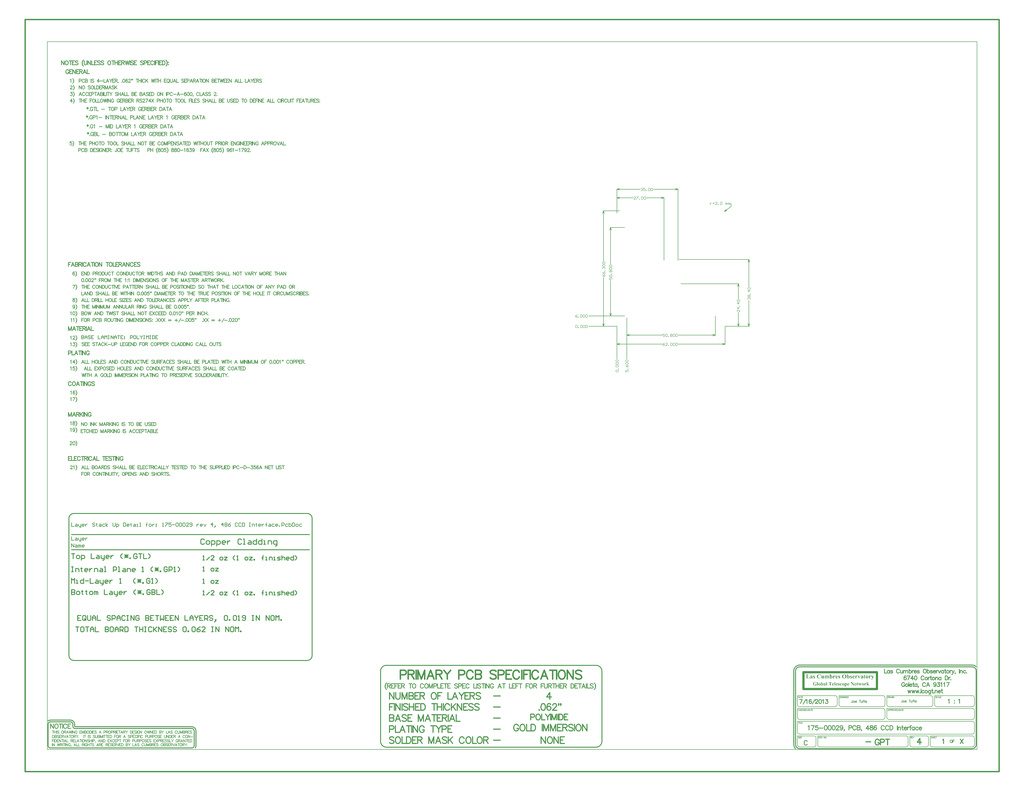
<source format=gbr>
G04 Layer_Color=8388736*
%FSLAX26Y26*%
%MOIN*%
%TF.FileFunction,Mechanical*%
%TF.Part,Single*%
G01*
G75*
%TA.AperFunction,NonConductor*%
%ADD15C,0.012008*%
%ADD31C,0.012008*%
%ADD56C,0.012000*%
%ADD57C,0.019000*%
%ADD58C,0.020000*%
%ADD59C,0.010000*%
%ADD60C,0.024000*%
%ADD61C,0.030000*%
%ADD62C,0.050000*%
%ADD63C,0.006000*%
%ADD64C,0.013000*%
%ADD65C,0.016000*%
%ADD66C,0.024016*%
%ADD67C,0.032000*%
%ADD68C,0.018000*%
G36*
X5060991Y-8066525D02*
X5061616D01*
X5062449Y-8066629D01*
X5064218Y-8066941D01*
X5066300Y-8067358D01*
X5068382Y-8068086D01*
X5070464Y-8069127D01*
X5072338Y-8070481D01*
X5072442D01*
X5072546Y-8070689D01*
X5073067Y-8071209D01*
X5073900Y-8072042D01*
X5074732Y-8073083D01*
X5075565Y-8074436D01*
X5076398Y-8075998D01*
X5076918Y-8077664D01*
X5077127Y-8078496D01*
Y-8079433D01*
Y-8079537D01*
Y-8079954D01*
X5077023Y-8080578D01*
X5076918Y-8081307D01*
X5076606Y-8082140D01*
X5076294Y-8082973D01*
X5075773Y-8083806D01*
X5075149Y-8084534D01*
X5075045Y-8084638D01*
X5074836Y-8084846D01*
X5074420Y-8085055D01*
X5073795Y-8085367D01*
X5073067Y-8085783D01*
X5072234Y-8085992D01*
X5071297Y-8086200D01*
X5070152Y-8086304D01*
X5069631D01*
X5069007Y-8086200D01*
X5068278Y-8085992D01*
X5067445Y-8085783D01*
X5066508Y-8085471D01*
X5065572Y-8084951D01*
X5064739Y-8084222D01*
X5064635Y-8084118D01*
X5064426Y-8083806D01*
X5064010Y-8083285D01*
X5063594Y-8082452D01*
X5063177Y-8081411D01*
X5062761Y-8080058D01*
X5062449Y-8078392D01*
X5062136Y-8076519D01*
Y-8076414D01*
X5062032Y-8075998D01*
X5061928Y-8075373D01*
X5061824Y-8074645D01*
X5061303Y-8073083D01*
X5060991Y-8072355D01*
X5060575Y-8071730D01*
X5060471Y-8071626D01*
X5060367Y-8071522D01*
X5059742Y-8071001D01*
X5058805Y-8070481D01*
X5058180Y-8070377D01*
X5057556Y-8070273D01*
X5057139D01*
X5056619Y-8070377D01*
X5055994Y-8070585D01*
X5055370Y-8071001D01*
X5054537Y-8071418D01*
X5053808Y-8072146D01*
X5053079Y-8073083D01*
X5052975Y-8073291D01*
X5052663Y-8073916D01*
X5052143Y-8074853D01*
X5051726Y-8076310D01*
X5051206Y-8078184D01*
X5050685Y-8080370D01*
X5050581Y-8081619D01*
X5050373Y-8082973D01*
X5050269Y-8084534D01*
Y-8086096D01*
Y-8086200D01*
Y-8086408D01*
Y-8086824D01*
Y-8087345D01*
X5050373Y-8087970D01*
Y-8088698D01*
X5050581Y-8090572D01*
X5050789Y-8092654D01*
X5051206Y-8095048D01*
X5051830Y-8097547D01*
X5052559Y-8100045D01*
Y-8100149D01*
X5052663Y-8100357D01*
X5052767Y-8100670D01*
X5052975Y-8101086D01*
X5053496Y-8102335D01*
X5054225Y-8103793D01*
X5055162Y-8105354D01*
X5056203Y-8107020D01*
X5057452Y-8108581D01*
X5058909Y-8109935D01*
X5059013Y-8110039D01*
X5059430Y-8110247D01*
X5060054Y-8110663D01*
X5060991Y-8111080D01*
X5062032Y-8111496D01*
X5063177Y-8111913D01*
X5064635Y-8112121D01*
X5066092Y-8112225D01*
X5066508D01*
X5067029Y-8112121D01*
X5067758Y-8112017D01*
X5068486Y-8111913D01*
X5069423Y-8111704D01*
X5070256Y-8111392D01*
X5071193Y-8110976D01*
X5071297Y-8110872D01*
X5071609Y-8110767D01*
X5072130Y-8110351D01*
X5072859Y-8109935D01*
X5073691Y-8109206D01*
X5074628Y-8108373D01*
X5075669Y-8107436D01*
X5076918Y-8106187D01*
X5078688Y-8107540D01*
Y-8107644D01*
X5078480Y-8107853D01*
X5078272Y-8108165D01*
X5078064Y-8108685D01*
X5077231Y-8109935D01*
X5076190Y-8111392D01*
X5074836Y-8113058D01*
X5073275Y-8114723D01*
X5071505Y-8116389D01*
X5069527Y-8117742D01*
X5069423D01*
X5069319Y-8117846D01*
X5069007Y-8118054D01*
X5068590Y-8118263D01*
X5067445Y-8118783D01*
X5066092Y-8119408D01*
X5064322Y-8120032D01*
X5062344Y-8120553D01*
X5060262Y-8120969D01*
X5057972Y-8121073D01*
X5057556D01*
X5057035Y-8120969D01*
X5056307D01*
X5055370Y-8120865D01*
X5054433Y-8120657D01*
X5053288Y-8120449D01*
X5052038Y-8120136D01*
X5050789Y-8119720D01*
X5049436Y-8119199D01*
X5048083Y-8118575D01*
X5046729Y-8117846D01*
X5045376Y-8116909D01*
X5044023Y-8115868D01*
X5042774Y-8114723D01*
X5041524Y-8113370D01*
X5041420Y-8113266D01*
X5041212Y-8113058D01*
X5041004Y-8112537D01*
X5040587Y-8112017D01*
X5040067Y-8111184D01*
X5039547Y-8110351D01*
X5039026Y-8109310D01*
X5038506Y-8108061D01*
X5037881Y-8106812D01*
X5037360Y-8105354D01*
X5036840Y-8103793D01*
X5036319Y-8102127D01*
X5035903Y-8100462D01*
X5035695Y-8098588D01*
X5035487Y-8096610D01*
X5035382Y-8094632D01*
Y-8094528D01*
Y-8094111D01*
Y-8093591D01*
X5035487Y-8092862D01*
X5035591Y-8091925D01*
X5035695Y-8090884D01*
X5035903Y-8089635D01*
X5036111Y-8088386D01*
X5036736Y-8085471D01*
X5037777Y-8082348D01*
X5038401Y-8080787D01*
X5039130Y-8079225D01*
X5040067Y-8077664D01*
X5041004Y-8076102D01*
X5041108Y-8075998D01*
X5041316Y-8075686D01*
X5041733Y-8075165D01*
X5042253Y-8074541D01*
X5042982Y-8073812D01*
X5043815Y-8073083D01*
X5044752Y-8072146D01*
X5045897Y-8071209D01*
X5047146Y-8070377D01*
X5048499Y-8069440D01*
X5050061Y-8068711D01*
X5051726Y-8067878D01*
X5053496Y-8067358D01*
X5055474Y-8066837D01*
X5057452Y-8066525D01*
X5059638Y-8066421D01*
X5060367D01*
X5060991Y-8066525D01*
D02*
G37*
G36*
X5009149D02*
X5010190Y-8066629D01*
X5011440Y-8066941D01*
X5012793Y-8067254D01*
X5014250Y-8067774D01*
X5015708Y-8068503D01*
X5015812D01*
X5015916Y-8068607D01*
X5016540Y-8068919D01*
X5017373Y-8069231D01*
X5018102Y-8069336D01*
X5018622D01*
X5019143Y-8069231D01*
X5019663Y-8069023D01*
X5019767Y-8068919D01*
X5020184Y-8068607D01*
X5020392Y-8068295D01*
X5020809Y-8067878D01*
X5021121Y-8067254D01*
X5021641Y-8066629D01*
X5023619D01*
X5024452Y-8084222D01*
X5022474D01*
Y-8084118D01*
X5022370Y-8083910D01*
X5022162Y-8083493D01*
X5021850Y-8082973D01*
X5021537Y-8082348D01*
X5021225Y-8081619D01*
X5020288Y-8079954D01*
X5019247Y-8078184D01*
X5018102Y-8076414D01*
X5016853Y-8074749D01*
X5016124Y-8074124D01*
X5015499Y-8073500D01*
X5015395Y-8073395D01*
X5014875Y-8073083D01*
X5014146Y-8072563D01*
X5013313Y-8072042D01*
X5012168Y-8071522D01*
X5011023Y-8071001D01*
X5009774Y-8070689D01*
X5008421Y-8070585D01*
X5008004D01*
X5007588Y-8070689D01*
X5007067Y-8070793D01*
X5006443Y-8071001D01*
X5005818Y-8071209D01*
X5005194Y-8071626D01*
X5004569Y-8072146D01*
X5004465Y-8072250D01*
X5004361Y-8072459D01*
X5004048Y-8072771D01*
X5003840Y-8073187D01*
X5003216Y-8074332D01*
X5003111Y-8074957D01*
X5003007Y-8075686D01*
Y-8075790D01*
Y-8075894D01*
X5003111Y-8076623D01*
X5003424Y-8077455D01*
X5004048Y-8078496D01*
X5004153Y-8078600D01*
X5004465Y-8078913D01*
X5004985Y-8079537D01*
X5005922Y-8080370D01*
X5006547Y-8080787D01*
X5007171Y-8081411D01*
X5008004Y-8082036D01*
X5008941Y-8082765D01*
X5009982Y-8083493D01*
X5011127Y-8084430D01*
X5012376Y-8085263D01*
X5013834Y-8086304D01*
X5013938Y-8086408D01*
X5014146Y-8086512D01*
X5014562Y-8086824D01*
X5015187Y-8087241D01*
X5015812Y-8087657D01*
X5016540Y-8088178D01*
X5018206Y-8089531D01*
X5019976Y-8090988D01*
X5021745Y-8092446D01*
X5023307Y-8094111D01*
X5024036Y-8094840D01*
X5024556Y-8095569D01*
X5024660Y-8095777D01*
X5024972Y-8096193D01*
X5025389Y-8097026D01*
X5025909Y-8098067D01*
X5026326Y-8099316D01*
X5026742Y-8100774D01*
X5027055Y-8102439D01*
X5027159Y-8104105D01*
Y-8104313D01*
Y-8104834D01*
X5027055Y-8105667D01*
X5026846Y-8106812D01*
X5026638Y-8108061D01*
X5026222Y-8109518D01*
X5025701Y-8111080D01*
X5024972Y-8112641D01*
X5024868Y-8112849D01*
X5024556Y-8113266D01*
X5024036Y-8113994D01*
X5023411Y-8114931D01*
X5022578Y-8115972D01*
X5021537Y-8117013D01*
X5020288Y-8117950D01*
X5018935Y-8118887D01*
X5018726Y-8118991D01*
X5018310Y-8119199D01*
X5017477Y-8119616D01*
X5016436Y-8119928D01*
X5015187Y-8120345D01*
X5013626Y-8120761D01*
X5012064Y-8120969D01*
X5010294Y-8121073D01*
X5009670D01*
X5008837Y-8120969D01*
X5007692Y-8120761D01*
X5006339Y-8120553D01*
X5004673Y-8120136D01*
X5002695Y-8119512D01*
X5000509Y-8118783D01*
X5000405D01*
X5000197Y-8118679D01*
X4999572Y-8118471D01*
X4998843Y-8118263D01*
X4998219Y-8118158D01*
X4997907D01*
X4997594Y-8118263D01*
X4997178Y-8118471D01*
X4996761Y-8118783D01*
X4996241Y-8119304D01*
X4995720Y-8119928D01*
X4995304Y-8120865D01*
X4993326D01*
X4992493Y-8102335D01*
X4994471D01*
Y-8102439D01*
X4994575Y-8102648D01*
X4994679Y-8103064D01*
X4994888Y-8103480D01*
X4995200Y-8104105D01*
X4995408Y-8104834D01*
X4996241Y-8106395D01*
X4997178Y-8108165D01*
X4998323Y-8110039D01*
X4999676Y-8111704D01*
X5001134Y-8113266D01*
X5001342Y-8113370D01*
X5001862Y-8113786D01*
X5002695Y-8114411D01*
X5003840Y-8115035D01*
X5005089Y-8115764D01*
X5006443Y-8116285D01*
X5007796Y-8116701D01*
X5009253Y-8116909D01*
X5009670D01*
X5010190Y-8116805D01*
X5010815Y-8116701D01*
X5011440Y-8116493D01*
X5012168Y-8116285D01*
X5012897Y-8115868D01*
X5013521Y-8115348D01*
X5013626Y-8115244D01*
X5013834Y-8115035D01*
X5014042Y-8114723D01*
X5014458Y-8114203D01*
X5014771Y-8113682D01*
X5014979Y-8112953D01*
X5015187Y-8112225D01*
X5015291Y-8111392D01*
Y-8111288D01*
Y-8110976D01*
X5015187Y-8110455D01*
X5015083Y-8109831D01*
X5014875Y-8109102D01*
X5014562Y-8108373D01*
X5014146Y-8107644D01*
X5013626Y-8106916D01*
X5013521Y-8106812D01*
X5013313Y-8106499D01*
X5012793Y-8106083D01*
X5012064Y-8105458D01*
X5011127Y-8104626D01*
X5009774Y-8103584D01*
X5008212Y-8102335D01*
X5006234Y-8100982D01*
X5006130Y-8100878D01*
X5005922Y-8100774D01*
X5005402Y-8100462D01*
X5004881Y-8100045D01*
X5004257Y-8099525D01*
X5003424Y-8099004D01*
X5001758Y-8097651D01*
X4999884Y-8096193D01*
X4998115Y-8094736D01*
X4996449Y-8093279D01*
X4995824Y-8092654D01*
X4995304Y-8092029D01*
Y-8091925D01*
X4995200Y-8091821D01*
X4994783Y-8091197D01*
X4994159Y-8090364D01*
X4993534Y-8089115D01*
X4992910Y-8087657D01*
X4992285Y-8085887D01*
X4991869Y-8084014D01*
X4991765Y-8082036D01*
Y-8081932D01*
Y-8081724D01*
Y-8081411D01*
X4991869Y-8080995D01*
X4991973Y-8079954D01*
X4992285Y-8078496D01*
X4992806Y-8076831D01*
X4993430Y-8074957D01*
X4994471Y-8073187D01*
X4995824Y-8071314D01*
Y-8071209D01*
X4996033Y-8071105D01*
X4996553Y-8070585D01*
X4997490Y-8069752D01*
X4998843Y-8068815D01*
X5000509Y-8067982D01*
X5002487Y-8067150D01*
X5004881Y-8066629D01*
X5006234Y-8066421D01*
X5008316D01*
X5009149Y-8066525D01*
D02*
G37*
G36*
X5628440D02*
X5629169Y-8066629D01*
X5629898Y-8066941D01*
X5630730Y-8067254D01*
X5631563Y-8067774D01*
X5632292Y-8068399D01*
X5632396Y-8068503D01*
X5632604Y-8068711D01*
X5632917Y-8069127D01*
X5633229Y-8069752D01*
X5633541Y-8070585D01*
X5633853Y-8071418D01*
X5634062Y-8072563D01*
X5634166Y-8073812D01*
Y-8074020D01*
Y-8074436D01*
X5634062Y-8075061D01*
X5633958Y-8075894D01*
X5633749Y-8076831D01*
X5633333Y-8077768D01*
X5632917Y-8078705D01*
X5632292Y-8079537D01*
X5632188Y-8079641D01*
X5631980Y-8079850D01*
X5631563Y-8080162D01*
X5631147Y-8080474D01*
X5630522Y-8080891D01*
X5629793Y-8081203D01*
X5628961Y-8081411D01*
X5628024Y-8081515D01*
X5627503D01*
X5626983Y-8081411D01*
X5626254Y-8081307D01*
X5625525Y-8081099D01*
X5624693Y-8080682D01*
X5623756Y-8080266D01*
X5622923Y-8079641D01*
X5622819Y-8079537D01*
X5622611Y-8079329D01*
X5622298Y-8079017D01*
X5621882Y-8078705D01*
X5621049Y-8077976D01*
X5620737Y-8077664D01*
X5620529Y-8077560D01*
X5620425Y-8077455D01*
X5620112Y-8077351D01*
X5619696Y-8077247D01*
X5619279Y-8077143D01*
X5618967D01*
X5618655Y-8077247D01*
X5618238D01*
X5617301Y-8077664D01*
X5616781Y-8077976D01*
X5616261Y-8078392D01*
X5616156Y-8078496D01*
X5615844Y-8078705D01*
X5615428Y-8079121D01*
X5615011Y-8079746D01*
X5614387Y-8080578D01*
X5613866Y-8081411D01*
X5613346Y-8082556D01*
X5612825Y-8083806D01*
Y-8083910D01*
X5612721Y-8084014D01*
X5612617Y-8084326D01*
X5612513Y-8084742D01*
X5612305Y-8085783D01*
X5611992Y-8087241D01*
X5611576Y-8089011D01*
X5611368Y-8090988D01*
X5611160Y-8093175D01*
X5611056Y-8095569D01*
Y-8107436D01*
X5611160Y-8110455D01*
Y-8110559D01*
Y-8110976D01*
Y-8111496D01*
Y-8112121D01*
X5611264Y-8113474D01*
X5611368Y-8114099D01*
X5611472Y-8114515D01*
Y-8114619D01*
X5611576Y-8114723D01*
X5611992Y-8115348D01*
X5612617Y-8116181D01*
X5613450Y-8116805D01*
X5613554D01*
X5613762Y-8116909D01*
X5614074Y-8117013D01*
X5614491Y-8117118D01*
X5615115Y-8117222D01*
X5615948Y-8117326D01*
X5616885Y-8117430D01*
X5617926Y-8117534D01*
Y-8119512D01*
X5590027D01*
Y-8117534D01*
X5590131D01*
X5590548Y-8117430D01*
X5591172D01*
X5591797Y-8117222D01*
X5593359Y-8116701D01*
X5593983Y-8116285D01*
X5594504Y-8115764D01*
X5594608Y-8115660D01*
X5594712Y-8115452D01*
X5594920Y-8114931D01*
X5595128Y-8114099D01*
X5595336Y-8113058D01*
X5595545Y-8111600D01*
X5595649Y-8110663D01*
X5595753Y-8109726D01*
Y-8108685D01*
Y-8107436D01*
Y-8078913D01*
Y-8078705D01*
Y-8078184D01*
Y-8077455D01*
X5595649Y-8076519D01*
Y-8075582D01*
X5595545Y-8074645D01*
X5595440Y-8073916D01*
X5595232Y-8073291D01*
Y-8073187D01*
X5595128Y-8073083D01*
X5594816Y-8072459D01*
X5594400Y-8071626D01*
X5593671Y-8071001D01*
X5593463Y-8070897D01*
X5593254Y-8070793D01*
X5592838Y-8070585D01*
X5592318Y-8070377D01*
X5591693Y-8070273D01*
X5590964Y-8070064D01*
X5590027Y-8069960D01*
Y-8067982D01*
X5611056D01*
Y-8079746D01*
X5611160Y-8079641D01*
X5611264Y-8079433D01*
X5611576Y-8079017D01*
X5611888Y-8078496D01*
X5612305Y-8077768D01*
X5612825Y-8077039D01*
X5614074Y-8075373D01*
X5615428Y-8073604D01*
X5616989Y-8071834D01*
X5618447Y-8070377D01*
X5619175Y-8069648D01*
X5619904Y-8069127D01*
X5620112Y-8069023D01*
X5620529Y-8068711D01*
X5621361Y-8068295D01*
X5622298Y-8067774D01*
X5623443Y-8067254D01*
X5624693Y-8066837D01*
X5626046Y-8066525D01*
X5627399Y-8066421D01*
X5627920D01*
X5628440Y-8066525D01*
D02*
G37*
G36*
X5660607Y-8094216D02*
X5672683Y-8082348D01*
X5672891Y-8082140D01*
X5673307Y-8081724D01*
X5673932Y-8081099D01*
X5674661Y-8080370D01*
X5675493Y-8079433D01*
X5676222Y-8078600D01*
X5676847Y-8077768D01*
X5677263Y-8077143D01*
Y-8077039D01*
X5677367Y-8076831D01*
X5677575Y-8076519D01*
X5677784Y-8076102D01*
X5678096Y-8075165D01*
X5678200Y-8074020D01*
Y-8073916D01*
Y-8073708D01*
X5678096Y-8073083D01*
X5677680Y-8072355D01*
X5677367Y-8071938D01*
X5676951Y-8071522D01*
X5676847D01*
X5676743Y-8071314D01*
X5676430Y-8071209D01*
X5675910Y-8070897D01*
X5675285Y-8070689D01*
X5674452Y-8070377D01*
X5673516Y-8070168D01*
X5672266Y-8069960D01*
Y-8067982D01*
X5695272D01*
Y-8069960D01*
X5694752D01*
X5694127Y-8070064D01*
X5693399Y-8070273D01*
X5692462Y-8070481D01*
X5691525Y-8070793D01*
X5690484Y-8071105D01*
X5689547Y-8071626D01*
X5689443Y-8071730D01*
X5689026Y-8071938D01*
X5688402Y-8072459D01*
X5687361Y-8073187D01*
X5686112Y-8074228D01*
X5685279Y-8074957D01*
X5684446Y-8075790D01*
X5683405Y-8076623D01*
X5682364Y-8077664D01*
X5681115Y-8078809D01*
X5679866Y-8080058D01*
X5674244Y-8085679D01*
X5686320Y-8103376D01*
X5686424Y-8103480D01*
X5686632Y-8103793D01*
X5687048Y-8104417D01*
X5687465Y-8105042D01*
X5688090Y-8105875D01*
X5688714Y-8106916D01*
X5690172Y-8108894D01*
X5691629Y-8111080D01*
X5692358Y-8112121D01*
X5693086Y-8113058D01*
X5693711Y-8113890D01*
X5694231Y-8114619D01*
X5694752Y-8115140D01*
X5695064Y-8115452D01*
X5695168Y-8115556D01*
X5695377Y-8115764D01*
X5695793Y-8116077D01*
X5696313Y-8116389D01*
X5697042Y-8116805D01*
X5697875Y-8117118D01*
X5698708Y-8117430D01*
X5699749Y-8117534D01*
Y-8119512D01*
X5673099D01*
Y-8117534D01*
X5673411D01*
X5674140Y-8117430D01*
X5674973Y-8117222D01*
X5675702Y-8116909D01*
X5675806Y-8116805D01*
X5676118Y-8116493D01*
X5676430Y-8116077D01*
X5676534Y-8115452D01*
Y-8115348D01*
Y-8115244D01*
X5676430Y-8114827D01*
X5676222Y-8114411D01*
X5675910Y-8113786D01*
X5675493Y-8112953D01*
X5674973Y-8111913D01*
X5674140Y-8110767D01*
X5663938Y-8095777D01*
X5660607Y-8099108D01*
Y-8108373D01*
Y-8108477D01*
Y-8108581D01*
Y-8108894D01*
Y-8109310D01*
X5660711Y-8110351D01*
Y-8111496D01*
X5660815Y-8112745D01*
X5661024Y-8113994D01*
X5661336Y-8115035D01*
X5661440Y-8115452D01*
X5661648Y-8115764D01*
X5661752Y-8115868D01*
X5661856Y-8115972D01*
X5662169Y-8116285D01*
X5662689Y-8116493D01*
X5663314Y-8116805D01*
X5664042Y-8117118D01*
X5665083Y-8117326D01*
X5666229Y-8117534D01*
Y-8119512D01*
X5639683D01*
Y-8117534D01*
X5639787D01*
X5640203Y-8117430D01*
X5640828Y-8117326D01*
X5641453Y-8117118D01*
X5642181Y-8116909D01*
X5643014Y-8116493D01*
X5643639Y-8116077D01*
X5644263Y-8115452D01*
Y-8115348D01*
X5644368Y-8115140D01*
X5644576Y-8114723D01*
X5644784Y-8114099D01*
X5644888Y-8113266D01*
X5645096Y-8112017D01*
X5645200Y-8110351D01*
Y-8109414D01*
Y-8108373D01*
Y-8055907D01*
Y-8055803D01*
Y-8055699D01*
Y-8055386D01*
Y-8054970D01*
Y-8054033D01*
X5645096Y-8052784D01*
X5644992Y-8051639D01*
X5644784Y-8050389D01*
X5644472Y-8049453D01*
X5644368Y-8049036D01*
X5644159Y-8048724D01*
Y-8048620D01*
X5643951Y-8048516D01*
X5643639Y-8048203D01*
X5643222Y-8047891D01*
X5642598Y-8047579D01*
X5641869Y-8047266D01*
X5640828Y-8046954D01*
X5639683Y-8046746D01*
Y-8044768D01*
X5660607D01*
Y-8094216D01*
D02*
G37*
G36*
X5528192Y-8069960D02*
X5528088D01*
X5527775Y-8070064D01*
X5527359Y-8070168D01*
X5526734Y-8070377D01*
X5525381Y-8070897D01*
X5524132Y-8071834D01*
X5524028Y-8071938D01*
X5523924Y-8072146D01*
X5523507Y-8072667D01*
X5523091Y-8073395D01*
X5522570Y-8074541D01*
X5521946Y-8075998D01*
X5521634Y-8076831D01*
X5521217Y-8077872D01*
X5520801Y-8078913D01*
X5520384Y-8080162D01*
X5505914Y-8121073D01*
X5502687D01*
X5488634Y-8083181D01*
X5474789Y-8121073D01*
X5471978D01*
X5458133Y-8083806D01*
Y-8083701D01*
X5458029Y-8083389D01*
X5457820Y-8082973D01*
X5457612Y-8082452D01*
X5457404Y-8081724D01*
X5457092Y-8080891D01*
X5456363Y-8079121D01*
X5455530Y-8077247D01*
X5454697Y-8075373D01*
X5453760Y-8073812D01*
X5453344Y-8073083D01*
X5452928Y-8072563D01*
X5452824Y-8072459D01*
X5452719Y-8072250D01*
X5452303Y-8071938D01*
X5451887Y-8071522D01*
X5451366Y-8071105D01*
X5450637Y-8070689D01*
X5449805Y-8070273D01*
X5448764Y-8069960D01*
Y-8067982D01*
X5474789D01*
Y-8069960D01*
X5473956D01*
X5473331Y-8070064D01*
X5472186Y-8070273D01*
X5471561Y-8070481D01*
X5471145Y-8070793D01*
X5471041Y-8070897D01*
X5470729Y-8071314D01*
X5470312Y-8071834D01*
X5470208Y-8072563D01*
Y-8072771D01*
X5470312Y-8073083D01*
X5470416Y-8073604D01*
X5470625Y-8074332D01*
X5470937Y-8075373D01*
X5471353Y-8076623D01*
X5471978Y-8078184D01*
X5479473Y-8098380D01*
X5486760Y-8078184D01*
X5486344Y-8076831D01*
X5486240Y-8076623D01*
X5486031Y-8076206D01*
X5485719Y-8075477D01*
X5485407Y-8074645D01*
X5484886Y-8073812D01*
X5484366Y-8072875D01*
X5483949Y-8072146D01*
X5483429Y-8071626D01*
X5483325Y-8071522D01*
X5483221Y-8071418D01*
X5482908Y-8071209D01*
X5482492Y-8071001D01*
X5481971Y-8070689D01*
X5481243Y-8070481D01*
X5480514Y-8070168D01*
X5479577Y-8069960D01*
Y-8067982D01*
X5505914D01*
Y-8069960D01*
X5505394D01*
X5504873Y-8070064D01*
X5504249Y-8070168D01*
X5502896Y-8070481D01*
X5502375Y-8070689D01*
X5501959Y-8070897D01*
X5501855Y-8071001D01*
X5501542Y-8071418D01*
X5501230Y-8072042D01*
X5501126Y-8072875D01*
Y-8072979D01*
Y-8073083D01*
X5501230Y-8073500D01*
X5501334Y-8073916D01*
X5501542Y-8074645D01*
X5501751Y-8075582D01*
X5502167Y-8076727D01*
X5502687Y-8078184D01*
X5509974Y-8098380D01*
X5516637Y-8079850D01*
X5516741Y-8079641D01*
X5516845Y-8079225D01*
X5517053Y-8078496D01*
X5517365Y-8077664D01*
X5517782Y-8075894D01*
X5517886Y-8075061D01*
X5517990Y-8074436D01*
Y-8074332D01*
Y-8074124D01*
Y-8073708D01*
X5517886Y-8073187D01*
X5517574Y-8072146D01*
X5517261Y-8071730D01*
X5516949Y-8071314D01*
X5516741Y-8071105D01*
X5516429Y-8071001D01*
X5516012Y-8070793D01*
X5515492Y-8070481D01*
X5514763Y-8070273D01*
X5513930Y-8070064D01*
X5512889Y-8069960D01*
Y-8067982D01*
X5528192D01*
Y-8069960D01*
D02*
G37*
G36*
X5357468Y-8046746D02*
X5357260D01*
X5356739Y-8046850D01*
X5355906Y-8046954D01*
X5354865Y-8047162D01*
X5353824Y-8047475D01*
X5352679Y-8047683D01*
X5351742Y-8047995D01*
X5351014Y-8048412D01*
X5350910D01*
X5350806Y-8048620D01*
X5350077Y-8049140D01*
X5349765Y-8049557D01*
X5349348Y-8050077D01*
X5348932Y-8050806D01*
X5348515Y-8051534D01*
Y-8051639D01*
X5348411Y-8051951D01*
X5348307Y-8052471D01*
X5348099Y-8053304D01*
X5347995Y-8054345D01*
X5347787Y-8055594D01*
X5347682Y-8057156D01*
Y-8059030D01*
Y-8121177D01*
X5345809D01*
X5295424Y-8058926D01*
Y-8106499D01*
Y-8106603D01*
Y-8106812D01*
Y-8107124D01*
Y-8107540D01*
X5295632Y-8108685D01*
X5295841Y-8110039D01*
X5296153Y-8111496D01*
X5296673Y-8112953D01*
X5297402Y-8114307D01*
X5298339Y-8115348D01*
X5298443Y-8115452D01*
X5298860Y-8115660D01*
X5299484Y-8116077D01*
X5300317Y-8116389D01*
X5301254Y-8116805D01*
X5302399Y-8117222D01*
X5303752Y-8117430D01*
X5305106Y-8117534D01*
X5306875D01*
Y-8119512D01*
X5280330D01*
Y-8117534D01*
X5281371D01*
X5282412Y-8117430D01*
X5283661Y-8117222D01*
X5285118Y-8116909D01*
X5286576Y-8116493D01*
X5287825Y-8115868D01*
X5288866Y-8115035D01*
X5288970Y-8114931D01*
X5289282Y-8114515D01*
X5289699Y-8113890D01*
X5290115Y-8113058D01*
X5290532Y-8111808D01*
X5290948Y-8110351D01*
X5291260Y-8108581D01*
X5291364Y-8106499D01*
Y-8053825D01*
X5289699Y-8051847D01*
X5289595Y-8051743D01*
X5289282Y-8051326D01*
X5288866Y-8050806D01*
X5288346Y-8050181D01*
X5286992Y-8048932D01*
X5286264Y-8048307D01*
X5285535Y-8047891D01*
X5285431D01*
X5285222Y-8047787D01*
X5284806Y-8047579D01*
X5284181Y-8047370D01*
X5283453Y-8047162D01*
X5282620Y-8047058D01*
X5281579Y-8046850D01*
X5280330Y-8046746D01*
Y-8044768D01*
X5306771D01*
X5343623Y-8090988D01*
Y-8059030D01*
Y-8058926D01*
Y-8058717D01*
Y-8058405D01*
Y-8057885D01*
X5343519Y-8056739D01*
X5343414Y-8055386D01*
X5343102Y-8053825D01*
X5342790Y-8052263D01*
X5342269Y-8050910D01*
X5341645Y-8049869D01*
X5341541Y-8049765D01*
X5341124Y-8049348D01*
X5340500Y-8048828D01*
X5339563Y-8048307D01*
X5338314Y-8047683D01*
X5336752Y-8047162D01*
X5334982Y-8046850D01*
X5332796Y-8046746D01*
Y-8044768D01*
X5357468D01*
Y-8046746D01*
D02*
G37*
G36*
X5137124Y-7868637D02*
X5138999Y-7868762D01*
X5141124Y-7869012D01*
X5143499Y-7869262D01*
X5145999Y-7869762D01*
X5148749Y-7870387D01*
X5151499Y-7871262D01*
X5154374Y-7872262D01*
X5157249Y-7873512D01*
X5160249Y-7875012D01*
X5162999Y-7876762D01*
X5165749Y-7878762D01*
X5168374Y-7881137D01*
X5168499Y-7881262D01*
X5168999Y-7881762D01*
X5169624Y-7882512D01*
X5170499Y-7883512D01*
X5171499Y-7884762D01*
X5172624Y-7886387D01*
X5173874Y-7888137D01*
X5175124Y-7890262D01*
X5176374Y-7892512D01*
X5177624Y-7895012D01*
X5178749Y-7897762D01*
X5179749Y-7900762D01*
X5180624Y-7903887D01*
X5181249Y-7907262D01*
X5181749Y-7910762D01*
X5181874Y-7914387D01*
Y-7914637D01*
Y-7915137D01*
Y-7916012D01*
X5181749Y-7917262D01*
X5181624Y-7918762D01*
X5181374Y-7920387D01*
X5180999Y-7922387D01*
X5180624Y-7924512D01*
X5180124Y-7926762D01*
X5179499Y-7929137D01*
X5178624Y-7931637D01*
X5177624Y-7934262D01*
X5176499Y-7936762D01*
X5175124Y-7939387D01*
X5173624Y-7941887D01*
X5171874Y-7944387D01*
X5171749Y-7944637D01*
X5171249Y-7945137D01*
X5170499Y-7946012D01*
X5169374Y-7947012D01*
X5168124Y-7948387D01*
X5166374Y-7949762D01*
X5164499Y-7951387D01*
X5162249Y-7952887D01*
X5159749Y-7954512D01*
X5156874Y-7956137D01*
X5153874Y-7957512D01*
X5150499Y-7958887D01*
X5146874Y-7959887D01*
X5142999Y-7960762D01*
X5138874Y-7961262D01*
X5134499Y-7961512D01*
X5133374D01*
X5132124Y-7961387D01*
X5130499Y-7961262D01*
X5128499Y-7961012D01*
X5126124Y-7960637D01*
X5123499Y-7960137D01*
X5120749Y-7959512D01*
X5117749Y-7958637D01*
X5114749Y-7957512D01*
X5111624Y-7956137D01*
X5108499Y-7954637D01*
X5105374Y-7952762D01*
X5102374Y-7950512D01*
X5099624Y-7948012D01*
X5096999Y-7945137D01*
X5096874Y-7945012D01*
X5096499Y-7944512D01*
X5095999Y-7943887D01*
X5095374Y-7942887D01*
X5094624Y-7941637D01*
X5093749Y-7940137D01*
X5092749Y-7938387D01*
X5091874Y-7936512D01*
X5090874Y-7934262D01*
X5089874Y-7932012D01*
X5088999Y-7929387D01*
X5088249Y-7926762D01*
X5087624Y-7923887D01*
X5087124Y-7920887D01*
X5086749Y-7917637D01*
X5086624Y-7914387D01*
Y-7914137D01*
Y-7913512D01*
X5086749Y-7912512D01*
X5086874Y-7911012D01*
X5086999Y-7909387D01*
X5087374Y-7907387D01*
X5087749Y-7905137D01*
X5088374Y-7902762D01*
X5088999Y-7900137D01*
X5089874Y-7897512D01*
X5090999Y-7894762D01*
X5092374Y-7891887D01*
X5093874Y-7889137D01*
X5095624Y-7886387D01*
X5097749Y-7883637D01*
X5100124Y-7881137D01*
X5100249Y-7881012D01*
X5100749Y-7880512D01*
X5101499Y-7879887D01*
X5102624Y-7879012D01*
X5103874Y-7878012D01*
X5105499Y-7876887D01*
X5107374Y-7875762D01*
X5109374Y-7874512D01*
X5111749Y-7873387D01*
X5114249Y-7872137D01*
X5116999Y-7871137D01*
X5119999Y-7870137D01*
X5123124Y-7869387D01*
X5126499Y-7868887D01*
X5129999Y-7868512D01*
X5135749D01*
X5137124Y-7868637D01*
D02*
G37*
G36*
X4827749Y-7903887D02*
X4827874Y-7903762D01*
X4828124Y-7903512D01*
X4828499Y-7903137D01*
X4829124Y-7902637D01*
X4829874Y-7902012D01*
X4830749Y-7901262D01*
X4831624Y-7900637D01*
X4832749Y-7899762D01*
X4835249Y-7898387D01*
X4838249Y-7897012D01*
X4839749Y-7896512D01*
X4841374Y-7896137D01*
X4842999Y-7895887D01*
X4844749Y-7895762D01*
X4845874D01*
X4846999Y-7896012D01*
X4848624Y-7896262D01*
X4850374Y-7896637D01*
X4852374Y-7897387D01*
X4854499Y-7898262D01*
X4856624Y-7899512D01*
X4856749D01*
X4856874Y-7899637D01*
X4857499Y-7900262D01*
X4858624Y-7901012D01*
X4859874Y-7902262D01*
X4861249Y-7903762D01*
X4862749Y-7905637D01*
X4864124Y-7907762D01*
X4865374Y-7910262D01*
Y-7910387D01*
X4865499Y-7910512D01*
X4865624Y-7911012D01*
X4865874Y-7911512D01*
X4866124Y-7912137D01*
X4866374Y-7912887D01*
X4866999Y-7914762D01*
X4867624Y-7917137D01*
X4868124Y-7919887D01*
X4868499Y-7922887D01*
X4868624Y-7926137D01*
Y-7926262D01*
Y-7926637D01*
Y-7927137D01*
Y-7927887D01*
X4868499Y-7928762D01*
X4868374Y-7929762D01*
X4868249Y-7930887D01*
X4868124Y-7932262D01*
X4867624Y-7935012D01*
X4866874Y-7938137D01*
X4865874Y-7941387D01*
X4864499Y-7944512D01*
Y-7944637D01*
X4864374Y-7944887D01*
X4864124Y-7945262D01*
X4863749Y-7945887D01*
X4862874Y-7947387D01*
X4861624Y-7949137D01*
X4860124Y-7951262D01*
X4858249Y-7953262D01*
X4856124Y-7955387D01*
X4853749Y-7957137D01*
X4853624D01*
X4853499Y-7957262D01*
X4853124Y-7957512D01*
X4852624Y-7957762D01*
X4851874Y-7958137D01*
X4851124Y-7958512D01*
X4849249Y-7959262D01*
X4846999Y-7960012D01*
X4844374Y-7960762D01*
X4841499Y-7961262D01*
X4838374Y-7961387D01*
X4837499D01*
X4836624Y-7961262D01*
X4835374Y-7961137D01*
X4833999Y-7961012D01*
X4832499Y-7960762D01*
X4830999Y-7960387D01*
X4829499Y-7959887D01*
X4829374Y-7959762D01*
X4828874Y-7959637D01*
X4828124Y-7959262D01*
X4827124Y-7958637D01*
X4825999Y-7958012D01*
X4824624Y-7957137D01*
X4823249Y-7956012D01*
X4821874Y-7954762D01*
X4811499Y-7961387D01*
X4809374D01*
Y-7882637D01*
Y-7882512D01*
Y-7882387D01*
Y-7881762D01*
Y-7880887D01*
Y-7879762D01*
X4809249Y-7878637D01*
X4809124Y-7877512D01*
X4808999Y-7876637D01*
X4808874Y-7876012D01*
Y-7875887D01*
X4808749Y-7875762D01*
X4808374Y-7875012D01*
X4807624Y-7874012D01*
X4806749Y-7873262D01*
X4806499Y-7873137D01*
X4806124Y-7873012D01*
X4805624Y-7872762D01*
X4804999Y-7872637D01*
X4804124Y-7872387D01*
X4803124Y-7872262D01*
X4801999Y-7872137D01*
Y-7869762D01*
X4827749D01*
Y-7903887D01*
D02*
G37*
G36*
X4969374Y-7895887D02*
X4970124Y-7896012D01*
X4971124Y-7896137D01*
X4973374Y-7896762D01*
X4975874Y-7897637D01*
X4977249Y-7898262D01*
X4978624Y-7899012D01*
X4980124Y-7899887D01*
X4981499Y-7901012D01*
X4982749Y-7902137D01*
X4984124Y-7903512D01*
X4984249Y-7903637D01*
X4984374Y-7903887D01*
X4984749Y-7904262D01*
X4985249Y-7904887D01*
X4985749Y-7905762D01*
X4986374Y-7906762D01*
X4986999Y-7907887D01*
X4987624Y-7909137D01*
X4988374Y-7910762D01*
X4988999Y-7912387D01*
X4989624Y-7914262D01*
X4990249Y-7916262D01*
X4990749Y-7918512D01*
X4991124Y-7920887D01*
X4991499Y-7923387D01*
X4991624Y-7926137D01*
X4957624D01*
Y-7926262D01*
Y-7926637D01*
X4957749Y-7927387D01*
Y-7928137D01*
X4957874Y-7929262D01*
X4958124Y-7930512D01*
X4958374Y-7931762D01*
X4958624Y-7933262D01*
X4959374Y-7936387D01*
X4960624Y-7939762D01*
X4962124Y-7943012D01*
X4963124Y-7944512D01*
X4964124Y-7945887D01*
X4964374Y-7946137D01*
X4964999Y-7946762D01*
X4965874Y-7947637D01*
X4967249Y-7948637D01*
X4968874Y-7949637D01*
X4970749Y-7950512D01*
X4972874Y-7951137D01*
X4973999Y-7951262D01*
X4975124Y-7951387D01*
X4975749D01*
X4976624Y-7951262D01*
X4977499Y-7951137D01*
X4978624Y-7950887D01*
X4979874Y-7950512D01*
X4981124Y-7950012D01*
X4982374Y-7949262D01*
X4982499Y-7949137D01*
X4982999Y-7948762D01*
X4983624Y-7948262D01*
X4984499Y-7947387D01*
X4985499Y-7946262D01*
X4986749Y-7944887D01*
X4987999Y-7943137D01*
X4989374Y-7941137D01*
X4991624Y-7942637D01*
Y-7942762D01*
X4991374Y-7943137D01*
X4991124Y-7943637D01*
X4990749Y-7944262D01*
X4990249Y-7945137D01*
X4989624Y-7946137D01*
X4988249Y-7948262D01*
X4986624Y-7950637D01*
X4984749Y-7953012D01*
X4982624Y-7955262D01*
X4981499Y-7956262D01*
X4980374Y-7957137D01*
X4980249D01*
X4980124Y-7957262D01*
X4979749Y-7957512D01*
X4979374Y-7957762D01*
X4977999Y-7958512D01*
X4976374Y-7959262D01*
X4974374Y-7960012D01*
X4971999Y-7960762D01*
X4969249Y-7961262D01*
X4966374Y-7961387D01*
X4965749D01*
X4965124Y-7961262D01*
X4964124D01*
X4962999Y-7961012D01*
X4961624Y-7960887D01*
X4960249Y-7960512D01*
X4958624Y-7960012D01*
X4956999Y-7959512D01*
X4955249Y-7958762D01*
X4953499Y-7958012D01*
X4951749Y-7957012D01*
X4950124Y-7955762D01*
X4948499Y-7954387D01*
X4946874Y-7952762D01*
X4945499Y-7950887D01*
Y-7950762D01*
X4945249Y-7950512D01*
X4944999Y-7950012D01*
X4944624Y-7949387D01*
X4944249Y-7948512D01*
X4943749Y-7947512D01*
X4943249Y-7946262D01*
X4942749Y-7945012D01*
X4942124Y-7943512D01*
X4941624Y-7941887D01*
X4941124Y-7940137D01*
X4940749Y-7938262D01*
X4940124Y-7934137D01*
X4939999Y-7932012D01*
X4939874Y-7929637D01*
Y-7929512D01*
Y-7928887D01*
Y-7928137D01*
X4939999Y-7927012D01*
X4940124Y-7925762D01*
X4940374Y-7924262D01*
X4940624Y-7922512D01*
X4940874Y-7920762D01*
X4941874Y-7916762D01*
X4942499Y-7914762D01*
X4943374Y-7912762D01*
X4944249Y-7910637D01*
X4945374Y-7908637D01*
X4946624Y-7906762D01*
X4948124Y-7905012D01*
X4948249Y-7904887D01*
X4948499Y-7904637D01*
X4948999Y-7904137D01*
X4949624Y-7903512D01*
X4950374Y-7902887D01*
X4951374Y-7902137D01*
X4952499Y-7901262D01*
X4953749Y-7900387D01*
X4955124Y-7899512D01*
X4956624Y-7898637D01*
X4959999Y-7897262D01*
X4961749Y-7896637D01*
X4963624Y-7896137D01*
X4965624Y-7895887D01*
X4967749Y-7895762D01*
X4968624D01*
X4969374Y-7895887D01*
D02*
G37*
G36*
X5176646Y-8066525D02*
X5177687Y-8066629D01*
X5179145Y-8066837D01*
X5180706Y-8067358D01*
X5182476Y-8067982D01*
X5184245Y-8068815D01*
X5186015Y-8070064D01*
X5186119D01*
X5186223Y-8070273D01*
X5186744Y-8070689D01*
X5187577Y-8071522D01*
X5188618Y-8072667D01*
X5189763Y-8074020D01*
X5191012Y-8075686D01*
X5192157Y-8077664D01*
X5193094Y-8079954D01*
Y-8080058D01*
X5193198Y-8080266D01*
X5193302Y-8080578D01*
X5193510Y-8081099D01*
X5193719Y-8081619D01*
X5193927Y-8082348D01*
X5194343Y-8084014D01*
X5194760Y-8086096D01*
X5195176Y-8088386D01*
X5195488Y-8090884D01*
X5195592Y-8093591D01*
Y-8093695D01*
Y-8093903D01*
Y-8094320D01*
Y-8094944D01*
X5195488Y-8095569D01*
Y-8096402D01*
X5195280Y-8098275D01*
X5194968Y-8100462D01*
X5194447Y-8102856D01*
X5193823Y-8105354D01*
X5192990Y-8107853D01*
Y-8107957D01*
X5192886Y-8108165D01*
X5192782Y-8108477D01*
X5192574Y-8108894D01*
X5191949Y-8110039D01*
X5191116Y-8111496D01*
X5190075Y-8113058D01*
X5188826Y-8114723D01*
X5187368Y-8116285D01*
X5185703Y-8117742D01*
X5185495Y-8117846D01*
X5184870Y-8118263D01*
X5183933Y-8118783D01*
X5182580Y-8119408D01*
X5181018Y-8120032D01*
X5179249Y-8120553D01*
X5177271Y-8120969D01*
X5175085Y-8121073D01*
X5174356D01*
X5173523Y-8120969D01*
X5172586Y-8120865D01*
X5171337Y-8120657D01*
X5169984Y-8120240D01*
X5168631Y-8119824D01*
X5167173Y-8119199D01*
X5167069Y-8119095D01*
X5166757Y-8118887D01*
X5166132Y-8118575D01*
X5165403Y-8118054D01*
X5164571Y-8117430D01*
X5163634Y-8116597D01*
X5162593Y-8115556D01*
X5161448Y-8114307D01*
Y-8133461D01*
Y-8133669D01*
Y-8134086D01*
Y-8134815D01*
X5161552Y-8135647D01*
X5161760Y-8137417D01*
X5161864Y-8138250D01*
X5162072Y-8138874D01*
Y-8138979D01*
X5162176Y-8139083D01*
X5162593Y-8139707D01*
X5163113Y-8140332D01*
X5163946Y-8140956D01*
X5164050D01*
X5164258Y-8141060D01*
X5164571Y-8141165D01*
X5165091Y-8141269D01*
X5165820Y-8141477D01*
X5166757Y-8141581D01*
X5167902Y-8141685D01*
X5169255D01*
Y-8143663D01*
X5139795D01*
Y-8141685D01*
X5139899D01*
X5140315Y-8141581D01*
X5140940Y-8141477D01*
X5141773Y-8141373D01*
X5142501Y-8141060D01*
X5143438Y-8140748D01*
X5144167Y-8140332D01*
X5144896Y-8139707D01*
X5145000Y-8139603D01*
X5145104Y-8139395D01*
X5145312Y-8138979D01*
X5145520Y-8138458D01*
X5145729Y-8137521D01*
X5145833Y-8136376D01*
X5146041Y-8134919D01*
Y-8133149D01*
Y-8078705D01*
Y-8078600D01*
Y-8078496D01*
Y-8077872D01*
X5145937Y-8076935D01*
X5145833Y-8075790D01*
X5145729Y-8074645D01*
X5145520Y-8073500D01*
X5145104Y-8072563D01*
X5144688Y-8071834D01*
X5144583Y-8071730D01*
X5144479Y-8071626D01*
X5144063Y-8071314D01*
X5143646Y-8071001D01*
X5142918Y-8070689D01*
X5142085Y-8070377D01*
X5141044Y-8070168D01*
X5139795Y-8069960D01*
Y-8067982D01*
X5161448D01*
Y-8074853D01*
X5161552Y-8074645D01*
X5161864Y-8074228D01*
X5162385Y-8073500D01*
X5163113Y-8072563D01*
X5163946Y-8071626D01*
X5164883Y-8070689D01*
X5165820Y-8069856D01*
X5166861Y-8069127D01*
X5167069Y-8069023D01*
X5167590Y-8068711D01*
X5168422Y-8068295D01*
X5169463Y-8067774D01*
X5170817Y-8067254D01*
X5172274Y-8066837D01*
X5173940Y-8066525D01*
X5175709Y-8066421D01*
X5176230D01*
X5176646Y-8066525D01*
D02*
G37*
G36*
X4851854Y-8064963D02*
X4849876D01*
Y-8064859D01*
X4849772Y-8064651D01*
X4849668Y-8064339D01*
X4849564Y-8063818D01*
X4849252Y-8062569D01*
X4848731Y-8061112D01*
X4848107Y-8059446D01*
X4847482Y-8057780D01*
X4846753Y-8056219D01*
X4845921Y-8054970D01*
X4845816Y-8054866D01*
X4845504Y-8054449D01*
X4844984Y-8053929D01*
X4844359Y-8053200D01*
X4843526Y-8052367D01*
X4842485Y-8051534D01*
X4841340Y-8050806D01*
X4839987Y-8050077D01*
X4839883D01*
X4839570Y-8049869D01*
X4839050Y-8049765D01*
X4838321Y-8049557D01*
X4837280Y-8049348D01*
X4836031Y-8049244D01*
X4834470Y-8049036D01*
X4827182D01*
Y-8106708D01*
Y-8106812D01*
Y-8106916D01*
Y-8107228D01*
Y-8107644D01*
Y-8108581D01*
X4827287Y-8109831D01*
Y-8111080D01*
X4827495Y-8112225D01*
X4827599Y-8113266D01*
X4827807Y-8113994D01*
Y-8114099D01*
X4827911Y-8114203D01*
X4828328Y-8114827D01*
X4829056Y-8115660D01*
X4829577Y-8116077D01*
X4830201Y-8116493D01*
X4830306D01*
X4830514Y-8116701D01*
X4830930Y-8116805D01*
X4831555Y-8117013D01*
X4832283Y-8117222D01*
X4833116Y-8117326D01*
X4834053Y-8117534D01*
X4837697D01*
Y-8119512D01*
X4798659D01*
Y-8117534D01*
X4801574D01*
X4802199Y-8117430D01*
X4802927D01*
X4804593Y-8117013D01*
X4805426Y-8116805D01*
X4806258Y-8116389D01*
X4806363D01*
X4806467Y-8116285D01*
X4807091Y-8115764D01*
X4807820Y-8114931D01*
X4808236Y-8114411D01*
X4808549Y-8113786D01*
Y-8113682D01*
X4808653Y-8113474D01*
X4808757Y-8113058D01*
X4808861Y-8112433D01*
X4808965Y-8111496D01*
X4809069Y-8110247D01*
X4809173Y-8108685D01*
Y-8106708D01*
Y-8049036D01*
X4802511D01*
X4801886Y-8049140D01*
X4801158Y-8049244D01*
X4799492Y-8049453D01*
X4797722Y-8049869D01*
X4795953Y-8050389D01*
X4794183Y-8051222D01*
X4792725Y-8052263D01*
X4792517Y-8052471D01*
X4791997Y-8053096D01*
X4791164Y-8054137D01*
X4790227Y-8055490D01*
X4789186Y-8057364D01*
X4788145Y-8059550D01*
X4787312Y-8062049D01*
X4786688Y-8064963D01*
X4784606D01*
Y-8044768D01*
X4851854D01*
Y-8064963D01*
D02*
G37*
G36*
X4504160Y-8069440D02*
X4502182D01*
Y-8069336D01*
X4501974Y-8068919D01*
X4501766Y-8068399D01*
X4501454Y-8067670D01*
X4501141Y-8066733D01*
X4500621Y-8065796D01*
X4499996Y-8064651D01*
X4499372Y-8063402D01*
X4497810Y-8060695D01*
X4495936Y-8057989D01*
X4493646Y-8055386D01*
X4492397Y-8054241D01*
X4491044Y-8053096D01*
X4490940Y-8052992D01*
X4490731Y-8052888D01*
X4490315Y-8052575D01*
X4489794Y-8052263D01*
X4489066Y-8051743D01*
X4488233Y-8051326D01*
X4487296Y-8050806D01*
X4486255Y-8050285D01*
X4483861Y-8049244D01*
X4481154Y-8048307D01*
X4478135Y-8047683D01*
X4476574Y-8047579D01*
X4474908Y-8047475D01*
X4474075D01*
X4473555Y-8047579D01*
X4472826D01*
X4471993Y-8047683D01*
X4470015Y-8048099D01*
X4467725Y-8048620D01*
X4465435Y-8049453D01*
X4463041Y-8050702D01*
X4461896Y-8051430D01*
X4460855Y-8052263D01*
X4460751D01*
X4460646Y-8052471D01*
X4460334Y-8052784D01*
X4459918Y-8053096D01*
X4459501Y-8053617D01*
X4458981Y-8054137D01*
X4457836Y-8055699D01*
X4456482Y-8057572D01*
X4455233Y-8059758D01*
X4453984Y-8062361D01*
X4452943Y-8065380D01*
Y-8065484D01*
X4452839Y-8065796D01*
X4452735Y-8066213D01*
X4452631Y-8066837D01*
X4452422Y-8067566D01*
X4452214Y-8068503D01*
X4452006Y-8069544D01*
X4451798Y-8070689D01*
X4451382Y-8073187D01*
X4450965Y-8076102D01*
X4450757Y-8079225D01*
X4450653Y-8082556D01*
Y-8082660D01*
Y-8083077D01*
Y-8083597D01*
Y-8084326D01*
X4450757Y-8085263D01*
Y-8086408D01*
X4450861Y-8087553D01*
X4450965Y-8088906D01*
X4451277Y-8091821D01*
X4451694Y-8095048D01*
X4452318Y-8098275D01*
X4453151Y-8101398D01*
Y-8101502D01*
X4453255Y-8101711D01*
X4453463Y-8102127D01*
X4453672Y-8102752D01*
X4453880Y-8103376D01*
X4454296Y-8104209D01*
X4455129Y-8105875D01*
X4456274Y-8107853D01*
X4457732Y-8109831D01*
X4459397Y-8111704D01*
X4461375Y-8113266D01*
X4461479D01*
X4461583Y-8113474D01*
X4462000Y-8113578D01*
X4462416Y-8113890D01*
X4462937Y-8114099D01*
X4463561Y-8114411D01*
X4465123Y-8115140D01*
X4467101Y-8115868D01*
X4469391Y-8116389D01*
X4471993Y-8116805D01*
X4474804Y-8117013D01*
X4475845D01*
X4476470Y-8116909D01*
X4477302D01*
X4478239Y-8116805D01*
X4480321Y-8116493D01*
X4480425D01*
X4480842Y-8116389D01*
X4481362Y-8116285D01*
X4482091Y-8116077D01*
X4483028Y-8115764D01*
X4483965Y-8115556D01*
X4486151Y-8114827D01*
Y-8099316D01*
Y-8099108D01*
Y-8098588D01*
Y-8097859D01*
X4486047Y-8096922D01*
Y-8095985D01*
X4485943Y-8095048D01*
X4485734Y-8094320D01*
X4485526Y-8093695D01*
Y-8093591D01*
X4485422Y-8093487D01*
X4485006Y-8092862D01*
X4484589Y-8092550D01*
X4484173Y-8092133D01*
X4483653Y-8091717D01*
X4482924Y-8091301D01*
X4482820Y-8091197D01*
X4482611Y-8091092D01*
X4482195Y-8090884D01*
X4481675Y-8090676D01*
X4480946Y-8090468D01*
X4480217Y-8090364D01*
X4479280Y-8090156D01*
X4476470D01*
Y-8088178D01*
X4512905D01*
Y-8090156D01*
X4512696D01*
X4512280Y-8090260D01*
X4511551D01*
X4510614Y-8090468D01*
X4508741Y-8090780D01*
X4507804Y-8091092D01*
X4507075Y-8091405D01*
X4506971D01*
X4506867Y-8091613D01*
X4506138Y-8092029D01*
X4505409Y-8092966D01*
X4504993Y-8093487D01*
X4504577Y-8094216D01*
X4504472Y-8094424D01*
Y-8094736D01*
X4504368Y-8095257D01*
X4504264Y-8095881D01*
Y-8096818D01*
X4504160Y-8097963D01*
Y-8099316D01*
Y-8114827D01*
X4504056D01*
X4503848Y-8114931D01*
X4503431Y-8115140D01*
X4502911Y-8115348D01*
X4502286Y-8115556D01*
X4501454Y-8115868D01*
X4500621Y-8116181D01*
X4499580Y-8116597D01*
X4497394Y-8117326D01*
X4494791Y-8118158D01*
X4492085Y-8118887D01*
X4489170Y-8119512D01*
X4489066D01*
X4488858Y-8119616D01*
X4488441D01*
X4487816Y-8119720D01*
X4487088Y-8119928D01*
X4486255Y-8120032D01*
X4485318Y-8120136D01*
X4484277Y-8120345D01*
X4481883Y-8120657D01*
X4479176Y-8120865D01*
X4476261Y-8121073D01*
X4473138Y-8121177D01*
X4471369D01*
X4470432Y-8121073D01*
X4469391D01*
X4468246Y-8120969D01*
X4466997Y-8120865D01*
X4464186Y-8120449D01*
X4461167Y-8120032D01*
X4458252Y-8119304D01*
X4455441Y-8118367D01*
X4455337D01*
X4455129Y-8118263D01*
X4454817Y-8118054D01*
X4454296Y-8117846D01*
X4453672Y-8117534D01*
X4452943Y-8117222D01*
X4451277Y-8116285D01*
X4449404Y-8115244D01*
X4447322Y-8113890D01*
X4445136Y-8112433D01*
X4443053Y-8110767D01*
X4442949Y-8110663D01*
X4442845Y-8110559D01*
X4442221Y-8109935D01*
X4441180Y-8108998D01*
X4440035Y-8107644D01*
X4438681Y-8106083D01*
X4437224Y-8104313D01*
X4435871Y-8102335D01*
X4434621Y-8100149D01*
Y-8100045D01*
X4434413Y-8099837D01*
X4434309Y-8099421D01*
X4433997Y-8098796D01*
X4433685Y-8098067D01*
X4433372Y-8097234D01*
X4433060Y-8096297D01*
X4432748Y-8095152D01*
X4432331Y-8094007D01*
X4432019Y-8092654D01*
X4431394Y-8089739D01*
X4430978Y-8086616D01*
X4430770Y-8083181D01*
Y-8082973D01*
Y-8082452D01*
X4430874Y-8081515D01*
X4430978Y-8080370D01*
X4431186Y-8078913D01*
X4431394Y-8077247D01*
X4431811Y-8075373D01*
X4432227Y-8073291D01*
X4432852Y-8071105D01*
X4433685Y-8068815D01*
X4434621Y-8066421D01*
X4435766Y-8064026D01*
X4437120Y-8061632D01*
X4438681Y-8059342D01*
X4440555Y-8056948D01*
X4442637Y-8054762D01*
X4442741Y-8054658D01*
X4443158Y-8054241D01*
X4443886Y-8053721D01*
X4444823Y-8052888D01*
X4445968Y-8052055D01*
X4447322Y-8051118D01*
X4448987Y-8049973D01*
X4450861Y-8048932D01*
X4452839Y-8047891D01*
X4455129Y-8046746D01*
X4457627Y-8045809D01*
X4460230Y-8044872D01*
X4463041Y-8044143D01*
X4466060Y-8043623D01*
X4469183Y-8043207D01*
X4472514Y-8043102D01*
X4474492D01*
X4475845Y-8043207D01*
X4477407Y-8043311D01*
X4479072Y-8043519D01*
X4482507Y-8044039D01*
X4482611D01*
X4483028Y-8044143D01*
X4483548Y-8044248D01*
X4484485Y-8044456D01*
X4485526Y-8044872D01*
X4486880Y-8045288D01*
X4488545Y-8045809D01*
X4490419Y-8046538D01*
X4490523D01*
X4490627Y-8046642D01*
X4491252Y-8046850D01*
X4492189Y-8047162D01*
X4493230Y-8047475D01*
X4494375Y-8047891D01*
X4495416Y-8048203D01*
X4496249Y-8048412D01*
X4496873Y-8048516D01*
X4497081D01*
X4497810Y-8048412D01*
X4498643Y-8048099D01*
X4499684Y-8047475D01*
X4499788Y-8047370D01*
X4499892Y-8047266D01*
X4500204Y-8046954D01*
X4500517Y-8046538D01*
X4500933Y-8045913D01*
X4501350Y-8045184D01*
X4501766Y-8044248D01*
X4502182Y-8043102D01*
X4504160D01*
Y-8069440D01*
D02*
G37*
G36*
X4929825Y-8108789D02*
Y-8108894D01*
Y-8108998D01*
Y-8109622D01*
X4929929Y-8110663D01*
X4930033Y-8111704D01*
X4930137Y-8112953D01*
X4930346Y-8114099D01*
X4930658Y-8115140D01*
X4931074Y-8115868D01*
X4931178Y-8115972D01*
X4931283Y-8116077D01*
X4931699Y-8116389D01*
X4932219Y-8116597D01*
X4932844Y-8116909D01*
X4933677Y-8117222D01*
X4934822Y-8117430D01*
X4936071Y-8117534D01*
Y-8119512D01*
X4908172D01*
Y-8117534D01*
X4908693D01*
X4909317Y-8117430D01*
X4910150Y-8117222D01*
X4910879Y-8117013D01*
X4911816Y-8116701D01*
X4912544Y-8116181D01*
X4913273Y-8115556D01*
X4913377Y-8115452D01*
X4913481Y-8115244D01*
X4913690Y-8114827D01*
X4913898Y-8114203D01*
X4914106Y-8113370D01*
X4914210Y-8112121D01*
X4914418Y-8110663D01*
Y-8108789D01*
Y-8055490D01*
Y-8055386D01*
Y-8055282D01*
Y-8054658D01*
X4914314Y-8053721D01*
X4914210Y-8052575D01*
X4914106Y-8051430D01*
X4913898Y-8050285D01*
X4913481Y-8049348D01*
X4913065Y-8048620D01*
X4912961Y-8048516D01*
X4912857Y-8048412D01*
X4912440Y-8048099D01*
X4912024Y-8047787D01*
X4911295Y-8047475D01*
X4910462Y-8047162D01*
X4909422Y-8046954D01*
X4908172Y-8046746D01*
Y-8044768D01*
X4929825D01*
Y-8108789D01*
D02*
G37*
G36*
X4966156Y-8066525D02*
X4966781Y-8066629D01*
X4967613Y-8066733D01*
X4969487Y-8067254D01*
X4971569Y-8067982D01*
X4972714Y-8068503D01*
X4973859Y-8069127D01*
X4975109Y-8069856D01*
X4976254Y-8070793D01*
X4977295Y-8071730D01*
X4978440Y-8072875D01*
X4978544Y-8072979D01*
X4978648Y-8073187D01*
X4978960Y-8073500D01*
X4979377Y-8074020D01*
X4979793Y-8074749D01*
X4980314Y-8075582D01*
X4980834Y-8076519D01*
X4981355Y-8077560D01*
X4981979Y-8078913D01*
X4982500Y-8080266D01*
X4983020Y-8081828D01*
X4983541Y-8083493D01*
X4983957Y-8085367D01*
X4984269Y-8087345D01*
X4984582Y-8089427D01*
X4984686Y-8091717D01*
X4956371D01*
Y-8091821D01*
Y-8092133D01*
X4956475Y-8092758D01*
Y-8093383D01*
X4956579Y-8094320D01*
X4956787Y-8095361D01*
X4956995Y-8096402D01*
X4957203Y-8097651D01*
X4957828Y-8100253D01*
X4958869Y-8103064D01*
X4960118Y-8105771D01*
X4960951Y-8107020D01*
X4961784Y-8108165D01*
X4961992Y-8108373D01*
X4962512Y-8108894D01*
X4963241Y-8109622D01*
X4964386Y-8110455D01*
X4965740Y-8111288D01*
X4967301Y-8112017D01*
X4969071Y-8112537D01*
X4970008Y-8112641D01*
X4970945Y-8112745D01*
X4971465D01*
X4972194Y-8112641D01*
X4972922Y-8112537D01*
X4973859Y-8112329D01*
X4974900Y-8112017D01*
X4975941Y-8111600D01*
X4976982Y-8110976D01*
X4977087Y-8110872D01*
X4977503Y-8110559D01*
X4978023Y-8110143D01*
X4978752Y-8109414D01*
X4979585Y-8108477D01*
X4980626Y-8107332D01*
X4981667Y-8105875D01*
X4982812Y-8104209D01*
X4984686Y-8105458D01*
Y-8105562D01*
X4984478Y-8105875D01*
X4984269Y-8106291D01*
X4983957Y-8106812D01*
X4983541Y-8107540D01*
X4983020Y-8108373D01*
X4981875Y-8110143D01*
X4980522Y-8112121D01*
X4978960Y-8114099D01*
X4977191Y-8115972D01*
X4976254Y-8116805D01*
X4975317Y-8117534D01*
X4975213D01*
X4975109Y-8117638D01*
X4974796Y-8117846D01*
X4974484Y-8118054D01*
X4973339Y-8118679D01*
X4971986Y-8119304D01*
X4970320Y-8119928D01*
X4968342Y-8120553D01*
X4966052Y-8120969D01*
X4963658Y-8121073D01*
X4963137D01*
X4962617Y-8120969D01*
X4961784D01*
X4960847Y-8120761D01*
X4959702Y-8120657D01*
X4958557Y-8120345D01*
X4957203Y-8119928D01*
X4955850Y-8119512D01*
X4954393Y-8118887D01*
X4952935Y-8118263D01*
X4951478Y-8117430D01*
X4950125Y-8116389D01*
X4948771Y-8115244D01*
X4947418Y-8113890D01*
X4946273Y-8112329D01*
Y-8112225D01*
X4946065Y-8112017D01*
X4945856Y-8111600D01*
X4945544Y-8111080D01*
X4945232Y-8110351D01*
X4944815Y-8109518D01*
X4944399Y-8108477D01*
X4943983Y-8107436D01*
X4943462Y-8106187D01*
X4943046Y-8104834D01*
X4942629Y-8103376D01*
X4942317Y-8101815D01*
X4941797Y-8098380D01*
X4941693Y-8096610D01*
X4941588Y-8094632D01*
Y-8094528D01*
Y-8094007D01*
Y-8093383D01*
X4941693Y-8092446D01*
X4941797Y-8091405D01*
X4942005Y-8090156D01*
X4942213Y-8088698D01*
X4942421Y-8087241D01*
X4943254Y-8083910D01*
X4943775Y-8082244D01*
X4944503Y-8080578D01*
X4945232Y-8078809D01*
X4946169Y-8077143D01*
X4947210Y-8075582D01*
X4948459Y-8074124D01*
X4948563Y-8074020D01*
X4948771Y-8073812D01*
X4949188Y-8073395D01*
X4949708Y-8072875D01*
X4950333Y-8072355D01*
X4951166Y-8071730D01*
X4952102Y-8071001D01*
X4953144Y-8070273D01*
X4954289Y-8069544D01*
X4955538Y-8068815D01*
X4958349Y-8067670D01*
X4959806Y-8067150D01*
X4961367Y-8066733D01*
X4963033Y-8066525D01*
X4964803Y-8066421D01*
X4965531D01*
X4966156Y-8066525D01*
D02*
G37*
G36*
X5111167D02*
X5111792Y-8066629D01*
X5113458Y-8066837D01*
X5115331Y-8067254D01*
X5117413Y-8067878D01*
X5119599Y-8068815D01*
X5121785Y-8069960D01*
X5121890D01*
X5121994Y-8070168D01*
X5122306Y-8070273D01*
X5122722Y-8070585D01*
X5123763Y-8071418D01*
X5125117Y-8072459D01*
X5126470Y-8073916D01*
X5128032Y-8075582D01*
X5129385Y-8077560D01*
X5130634Y-8079850D01*
Y-8079954D01*
X5130738Y-8080162D01*
X5130946Y-8080474D01*
X5131154Y-8080995D01*
X5131363Y-8081515D01*
X5131571Y-8082244D01*
X5132195Y-8084014D01*
X5132716Y-8085992D01*
X5133236Y-8088386D01*
X5133549Y-8090988D01*
X5133653Y-8093799D01*
Y-8093903D01*
Y-8094320D01*
Y-8094840D01*
X5133549Y-8095673D01*
X5133445Y-8096610D01*
X5133341Y-8097651D01*
X5133236Y-8098900D01*
X5132924Y-8100253D01*
X5132300Y-8103168D01*
X5131259Y-8106187D01*
X5130634Y-8107748D01*
X5129905Y-8109310D01*
X5129073Y-8110767D01*
X5128032Y-8112225D01*
X5127927Y-8112329D01*
X5127719Y-8112641D01*
X5127303Y-8113058D01*
X5126782Y-8113578D01*
X5126158Y-8114307D01*
X5125325Y-8115035D01*
X5124284Y-8115868D01*
X5123243Y-8116597D01*
X5121994Y-8117430D01*
X5120536Y-8118263D01*
X5119079Y-8118991D01*
X5117413Y-8119720D01*
X5115644Y-8120240D01*
X5113666Y-8120657D01*
X5111688Y-8120969D01*
X5109502Y-8121073D01*
X5108981D01*
X5108357Y-8120969D01*
X5107628D01*
X5106587Y-8120865D01*
X5105546Y-8120657D01*
X5104297Y-8120345D01*
X5102943Y-8120032D01*
X5101590Y-8119616D01*
X5100133Y-8119095D01*
X5098571Y-8118471D01*
X5097114Y-8117638D01*
X5095656Y-8116701D01*
X5094303Y-8115660D01*
X5092950Y-8114411D01*
X5091701Y-8112953D01*
X5091596Y-8112849D01*
X5091388Y-8112537D01*
X5091076Y-8112121D01*
X5090764Y-8111496D01*
X5090243Y-8110767D01*
X5089723Y-8109831D01*
X5089202Y-8108789D01*
X5088578Y-8107540D01*
X5087953Y-8106187D01*
X5087432Y-8104730D01*
X5086912Y-8103168D01*
X5086391Y-8101502D01*
X5086079Y-8099733D01*
X5085767Y-8097963D01*
X5085559Y-8095985D01*
X5085455Y-8094007D01*
Y-8093903D01*
Y-8093487D01*
Y-8092966D01*
X5085559Y-8092133D01*
X5085663Y-8091197D01*
X5085767Y-8090051D01*
X5085975Y-8088802D01*
X5086287Y-8087449D01*
X5087016Y-8084430D01*
X5087537Y-8082869D01*
X5088161Y-8081203D01*
X5088890Y-8079537D01*
X5089723Y-8077976D01*
X5090660Y-8076310D01*
X5091805Y-8074749D01*
X5091909Y-8074645D01*
X5092117Y-8074436D01*
X5092429Y-8074020D01*
X5092950Y-8073395D01*
X5093678Y-8072771D01*
X5094407Y-8072146D01*
X5095344Y-8071314D01*
X5096385Y-8070585D01*
X5097634Y-8069856D01*
X5098988Y-8069023D01*
X5100341Y-8068399D01*
X5101902Y-8067670D01*
X5103672Y-8067150D01*
X5105442Y-8066733D01*
X5107420Y-8066525D01*
X5109398Y-8066421D01*
X5110543D01*
X5111167Y-8066525D01*
D02*
G37*
G36*
X5229425D02*
X5230050Y-8066629D01*
X5230882Y-8066733D01*
X5232756Y-8067254D01*
X5234838Y-8067982D01*
X5235983Y-8068503D01*
X5237128Y-8069127D01*
X5238377Y-8069856D01*
X5239523Y-8070793D01*
X5240564Y-8071730D01*
X5241709Y-8072875D01*
X5241813Y-8072979D01*
X5241917Y-8073187D01*
X5242229Y-8073500D01*
X5242646Y-8074020D01*
X5243062Y-8074749D01*
X5243583Y-8075582D01*
X5244103Y-8076519D01*
X5244623Y-8077560D01*
X5245248Y-8078913D01*
X5245769Y-8080266D01*
X5246289Y-8081828D01*
X5246810Y-8083493D01*
X5247226Y-8085367D01*
X5247538Y-8087345D01*
X5247851Y-8089427D01*
X5247955Y-8091717D01*
X5219640D01*
Y-8091821D01*
Y-8092133D01*
X5219744Y-8092758D01*
Y-8093383D01*
X5219848Y-8094320D01*
X5220056Y-8095361D01*
X5220264Y-8096402D01*
X5220472Y-8097651D01*
X5221097Y-8100253D01*
X5222138Y-8103064D01*
X5223387Y-8105771D01*
X5224220Y-8107020D01*
X5225053Y-8108165D01*
X5225261Y-8108373D01*
X5225781Y-8108894D01*
X5226510Y-8109622D01*
X5227655Y-8110455D01*
X5229008Y-8111288D01*
X5230570Y-8112017D01*
X5232340Y-8112537D01*
X5233277Y-8112641D01*
X5234213Y-8112745D01*
X5234734D01*
X5235463Y-8112641D01*
X5236191Y-8112537D01*
X5237128Y-8112329D01*
X5238169Y-8112017D01*
X5239210Y-8111600D01*
X5240251Y-8110976D01*
X5240355Y-8110872D01*
X5240772Y-8110559D01*
X5241292Y-8110143D01*
X5242021Y-8109414D01*
X5242854Y-8108477D01*
X5243895Y-8107332D01*
X5244936Y-8105875D01*
X5246081Y-8104209D01*
X5247955Y-8105458D01*
Y-8105562D01*
X5247747Y-8105875D01*
X5247538Y-8106291D01*
X5247226Y-8106812D01*
X5246810Y-8107540D01*
X5246289Y-8108373D01*
X5245144Y-8110143D01*
X5243791Y-8112121D01*
X5242229Y-8114099D01*
X5240459Y-8115972D01*
X5239523Y-8116805D01*
X5238586Y-8117534D01*
X5238482D01*
X5238377Y-8117638D01*
X5238065Y-8117846D01*
X5237753Y-8118054D01*
X5236608Y-8118679D01*
X5235255Y-8119304D01*
X5233589Y-8119928D01*
X5231611Y-8120553D01*
X5229321Y-8120969D01*
X5226926Y-8121073D01*
X5226406D01*
X5225886Y-8120969D01*
X5225053D01*
X5224116Y-8120761D01*
X5222971Y-8120657D01*
X5221826Y-8120345D01*
X5220472Y-8119928D01*
X5219119Y-8119512D01*
X5217662Y-8118887D01*
X5216204Y-8118263D01*
X5214747Y-8117430D01*
X5213394Y-8116389D01*
X5212040Y-8115244D01*
X5210687Y-8113890D01*
X5209542Y-8112329D01*
Y-8112225D01*
X5209334Y-8112017D01*
X5209125Y-8111600D01*
X5208813Y-8111080D01*
X5208501Y-8110351D01*
X5208084Y-8109518D01*
X5207668Y-8108477D01*
X5207252Y-8107436D01*
X5206731Y-8106187D01*
X5206315Y-8104834D01*
X5205898Y-8103376D01*
X5205586Y-8101815D01*
X5205065Y-8098380D01*
X5204961Y-8096610D01*
X5204857Y-8094632D01*
Y-8094528D01*
Y-8094007D01*
Y-8093383D01*
X5204961Y-8092446D01*
X5205065Y-8091405D01*
X5205274Y-8090156D01*
X5205482Y-8088698D01*
X5205690Y-8087241D01*
X5206523Y-8083910D01*
X5207043Y-8082244D01*
X5207772Y-8080578D01*
X5208501Y-8078809D01*
X5209438Y-8077143D01*
X5210479Y-8075582D01*
X5211728Y-8074124D01*
X5211832Y-8074020D01*
X5212040Y-8073812D01*
X5212457Y-8073395D01*
X5212977Y-8072875D01*
X5213602Y-8072355D01*
X5214435Y-8071730D01*
X5215371Y-8071001D01*
X5216412Y-8070273D01*
X5217557Y-8069544D01*
X5218807Y-8068815D01*
X5221617Y-8067670D01*
X5223075Y-8067150D01*
X5224636Y-8066733D01*
X5226302Y-8066525D01*
X5228072Y-8066421D01*
X5228800D01*
X5229425Y-8066525D01*
D02*
G37*
G36*
X4575261D02*
X4575885Y-8066629D01*
X4577551Y-8066837D01*
X4579425Y-8067254D01*
X4581507Y-8067878D01*
X4583693Y-8068815D01*
X4585879Y-8069960D01*
X4585983D01*
X4586087Y-8070168D01*
X4586399Y-8070273D01*
X4586816Y-8070585D01*
X4587857Y-8071418D01*
X4589210Y-8072459D01*
X4590563Y-8073916D01*
X4592125Y-8075582D01*
X4593478Y-8077560D01*
X4594727Y-8079850D01*
Y-8079954D01*
X4594831Y-8080162D01*
X4595039Y-8080474D01*
X4595248Y-8080995D01*
X4595456Y-8081515D01*
X4595664Y-8082244D01*
X4596289Y-8084014D01*
X4596809Y-8085992D01*
X4597330Y-8088386D01*
X4597642Y-8090988D01*
X4597746Y-8093799D01*
Y-8093903D01*
Y-8094320D01*
Y-8094840D01*
X4597642Y-8095673D01*
X4597538Y-8096610D01*
X4597434Y-8097651D01*
X4597330Y-8098900D01*
X4597017Y-8100253D01*
X4596393Y-8103168D01*
X4595352Y-8106187D01*
X4594727Y-8107748D01*
X4593998Y-8109310D01*
X4593166Y-8110767D01*
X4592125Y-8112225D01*
X4592021Y-8112329D01*
X4591812Y-8112641D01*
X4591396Y-8113058D01*
X4590876Y-8113578D01*
X4590251Y-8114307D01*
X4589418Y-8115035D01*
X4588377Y-8115868D01*
X4587336Y-8116597D01*
X4586087Y-8117430D01*
X4584630Y-8118263D01*
X4583172Y-8118991D01*
X4581507Y-8119720D01*
X4579737Y-8120240D01*
X4577759Y-8120657D01*
X4575781Y-8120969D01*
X4573595Y-8121073D01*
X4573074D01*
X4572450Y-8120969D01*
X4571721D01*
X4570680Y-8120865D01*
X4569639Y-8120657D01*
X4568390Y-8120345D01*
X4567037Y-8120032D01*
X4565683Y-8119616D01*
X4564226Y-8119095D01*
X4562664Y-8118471D01*
X4561207Y-8117638D01*
X4559750Y-8116701D01*
X4558396Y-8115660D01*
X4557043Y-8114411D01*
X4555794Y-8112953D01*
X4555690Y-8112849D01*
X4555481Y-8112537D01*
X4555169Y-8112121D01*
X4554857Y-8111496D01*
X4554336Y-8110767D01*
X4553816Y-8109831D01*
X4553295Y-8108789D01*
X4552671Y-8107540D01*
X4552046Y-8106187D01*
X4551526Y-8104730D01*
X4551005Y-8103168D01*
X4550485Y-8101502D01*
X4550172Y-8099733D01*
X4549860Y-8097963D01*
X4549652Y-8095985D01*
X4549548Y-8094007D01*
Y-8093903D01*
Y-8093487D01*
Y-8092966D01*
X4549652Y-8092133D01*
X4549756Y-8091197D01*
X4549860Y-8090051D01*
X4550068Y-8088802D01*
X4550381Y-8087449D01*
X4551109Y-8084430D01*
X4551630Y-8082869D01*
X4552254Y-8081203D01*
X4552983Y-8079537D01*
X4553816Y-8077976D01*
X4554753Y-8076310D01*
X4555898Y-8074749D01*
X4556002Y-8074645D01*
X4556210Y-8074436D01*
X4556523Y-8074020D01*
X4557043Y-8073395D01*
X4557772Y-8072771D01*
X4558500Y-8072146D01*
X4559437Y-8071314D01*
X4560478Y-8070585D01*
X4561727Y-8069856D01*
X4563081Y-8069023D01*
X4564434Y-8068399D01*
X4565996Y-8067670D01*
X4567765Y-8067150D01*
X4569535Y-8066733D01*
X4571513Y-8066525D01*
X4573491Y-8066421D01*
X4574636D01*
X4575261Y-8066525D01*
D02*
G37*
G36*
X4625645Y-8073187D02*
X4625749Y-8073083D01*
X4625957Y-8072875D01*
X4626270Y-8072563D01*
X4626790Y-8072146D01*
X4627415Y-8071626D01*
X4628143Y-8071001D01*
X4628872Y-8070481D01*
X4629809Y-8069752D01*
X4631891Y-8068607D01*
X4634389Y-8067462D01*
X4635639Y-8067045D01*
X4636992Y-8066733D01*
X4638345Y-8066525D01*
X4639802Y-8066421D01*
X4640739D01*
X4641676Y-8066629D01*
X4643030Y-8066837D01*
X4644487Y-8067150D01*
X4646153Y-8067774D01*
X4647922Y-8068503D01*
X4649692Y-8069544D01*
X4649796D01*
X4649900Y-8069648D01*
X4650421Y-8070168D01*
X4651358Y-8070793D01*
X4652399Y-8071834D01*
X4653544Y-8073083D01*
X4654793Y-8074645D01*
X4655938Y-8076414D01*
X4656979Y-8078496D01*
Y-8078600D01*
X4657083Y-8078705D01*
X4657187Y-8079121D01*
X4657395Y-8079537D01*
X4657604Y-8080058D01*
X4657812Y-8080682D01*
X4658332Y-8082244D01*
X4658853Y-8084222D01*
X4659269Y-8086512D01*
X4659582Y-8089011D01*
X4659686Y-8091717D01*
Y-8091821D01*
Y-8092133D01*
Y-8092550D01*
Y-8093175D01*
X4659582Y-8093903D01*
X4659477Y-8094736D01*
X4659373Y-8095673D01*
X4659269Y-8096818D01*
X4658853Y-8099108D01*
X4658228Y-8101711D01*
X4657395Y-8104417D01*
X4656250Y-8107020D01*
Y-8107124D01*
X4656146Y-8107332D01*
X4655938Y-8107644D01*
X4655626Y-8108165D01*
X4654897Y-8109414D01*
X4653856Y-8110872D01*
X4652607Y-8112641D01*
X4651045Y-8114307D01*
X4649276Y-8116077D01*
X4647298Y-8117534D01*
X4647194D01*
X4647090Y-8117638D01*
X4646777Y-8117846D01*
X4646361Y-8118054D01*
X4645736Y-8118367D01*
X4645112Y-8118679D01*
X4643550Y-8119304D01*
X4641676Y-8119928D01*
X4639490Y-8120553D01*
X4637096Y-8120969D01*
X4634493Y-8121073D01*
X4633765D01*
X4633036Y-8120969D01*
X4631995Y-8120865D01*
X4630850Y-8120761D01*
X4629601Y-8120553D01*
X4628351Y-8120240D01*
X4627102Y-8119824D01*
X4626998Y-8119720D01*
X4626582Y-8119616D01*
X4625957Y-8119304D01*
X4625124Y-8118783D01*
X4624188Y-8118263D01*
X4623042Y-8117534D01*
X4621897Y-8116597D01*
X4620752Y-8115556D01*
X4612112Y-8121073D01*
X4610342D01*
Y-8055490D01*
Y-8055386D01*
Y-8055282D01*
Y-8054762D01*
Y-8054033D01*
Y-8053096D01*
X4610238Y-8052159D01*
X4610134Y-8051222D01*
X4610030Y-8050493D01*
X4609926Y-8049973D01*
Y-8049869D01*
X4609822Y-8049765D01*
X4609509Y-8049140D01*
X4608885Y-8048307D01*
X4608156Y-8047683D01*
X4607948Y-8047579D01*
X4607636Y-8047475D01*
X4607219Y-8047266D01*
X4606699Y-8047162D01*
X4605970Y-8046954D01*
X4605137Y-8046850D01*
X4604200Y-8046746D01*
Y-8044768D01*
X4625645D01*
Y-8073187D01*
D02*
G37*
G36*
X4884750Y-8066525D02*
X4885374Y-8066629D01*
X4886207Y-8066733D01*
X4888081Y-8067254D01*
X4890163Y-8067982D01*
X4891308Y-8068503D01*
X4892453Y-8069127D01*
X4893702Y-8069856D01*
X4894847Y-8070793D01*
X4895889Y-8071730D01*
X4897034Y-8072875D01*
X4897138Y-8072979D01*
X4897242Y-8073187D01*
X4897554Y-8073500D01*
X4897971Y-8074020D01*
X4898387Y-8074749D01*
X4898907Y-8075582D01*
X4899428Y-8076519D01*
X4899948Y-8077560D01*
X4900573Y-8078913D01*
X4901093Y-8080266D01*
X4901614Y-8081828D01*
X4902135Y-8083493D01*
X4902551Y-8085367D01*
X4902863Y-8087345D01*
X4903176Y-8089427D01*
X4903280Y-8091717D01*
X4874964D01*
Y-8091821D01*
Y-8092133D01*
X4875069Y-8092758D01*
Y-8093383D01*
X4875173Y-8094320D01*
X4875381Y-8095361D01*
X4875589Y-8096402D01*
X4875797Y-8097651D01*
X4876422Y-8100253D01*
X4877463Y-8103064D01*
X4878712Y-8105771D01*
X4879545Y-8107020D01*
X4880378Y-8108165D01*
X4880586Y-8108373D01*
X4881106Y-8108894D01*
X4881835Y-8109622D01*
X4882980Y-8110455D01*
X4884333Y-8111288D01*
X4885895Y-8112017D01*
X4887665Y-8112537D01*
X4888601Y-8112641D01*
X4889538Y-8112745D01*
X4890059D01*
X4890788Y-8112641D01*
X4891516Y-8112537D01*
X4892453Y-8112329D01*
X4893494Y-8112017D01*
X4894535Y-8111600D01*
X4895576Y-8110976D01*
X4895680Y-8110872D01*
X4896097Y-8110559D01*
X4896617Y-8110143D01*
X4897346Y-8109414D01*
X4898179Y-8108477D01*
X4899220Y-8107332D01*
X4900261Y-8105875D01*
X4901406Y-8104209D01*
X4903280Y-8105458D01*
Y-8105562D01*
X4903071Y-8105875D01*
X4902863Y-8106291D01*
X4902551Y-8106812D01*
X4902135Y-8107540D01*
X4901614Y-8108373D01*
X4900469Y-8110143D01*
X4899116Y-8112121D01*
X4897554Y-8114099D01*
X4895784Y-8115972D01*
X4894847Y-8116805D01*
X4893911Y-8117534D01*
X4893806D01*
X4893702Y-8117638D01*
X4893390Y-8117846D01*
X4893078Y-8118054D01*
X4891933Y-8118679D01*
X4890579Y-8119304D01*
X4888914Y-8119928D01*
X4886936Y-8120553D01*
X4884646Y-8120969D01*
X4882251Y-8121073D01*
X4881731D01*
X4881210Y-8120969D01*
X4880378D01*
X4879441Y-8120761D01*
X4878296Y-8120657D01*
X4877150Y-8120345D01*
X4875797Y-8119928D01*
X4874444Y-8119512D01*
X4872986Y-8118887D01*
X4871529Y-8118263D01*
X4870072Y-8117430D01*
X4868718Y-8116389D01*
X4867365Y-8115244D01*
X4866012Y-8113890D01*
X4864867Y-8112329D01*
Y-8112225D01*
X4864658Y-8112017D01*
X4864450Y-8111600D01*
X4864138Y-8111080D01*
X4863826Y-8110351D01*
X4863409Y-8109518D01*
X4862993Y-8108477D01*
X4862577Y-8107436D01*
X4862056Y-8106187D01*
X4861640Y-8104834D01*
X4861223Y-8103376D01*
X4860911Y-8101815D01*
X4860390Y-8098380D01*
X4860286Y-8096610D01*
X4860182Y-8094632D01*
Y-8094528D01*
Y-8094007D01*
Y-8093383D01*
X4860286Y-8092446D01*
X4860390Y-8091405D01*
X4860599Y-8090156D01*
X4860807Y-8088698D01*
X4861015Y-8087241D01*
X4861848Y-8083910D01*
X4862368Y-8082244D01*
X4863097Y-8080578D01*
X4863826Y-8078809D01*
X4864763Y-8077143D01*
X4865804Y-8075582D01*
X4867053Y-8074124D01*
X4867157Y-8074020D01*
X4867365Y-8073812D01*
X4867782Y-8073395D01*
X4868302Y-8072875D01*
X4868927Y-8072355D01*
X4869759Y-8071730D01*
X4870696Y-8071001D01*
X4871737Y-8070273D01*
X4872882Y-8069544D01*
X4874132Y-8068815D01*
X4876942Y-8067670D01*
X4878400Y-8067150D01*
X4879961Y-8066733D01*
X4881627Y-8066525D01*
X4883396Y-8066421D01*
X4884125D01*
X4884750Y-8066525D01*
D02*
G37*
G36*
X5434606Y-8067982D02*
X5446890D01*
Y-8073395D01*
X5434606D01*
Y-8105250D01*
Y-8105458D01*
Y-8105979D01*
Y-8106708D01*
Y-8107644D01*
X5434710Y-8108685D01*
Y-8109622D01*
X5434814Y-8110455D01*
X5434918Y-8111080D01*
X5435022Y-8111288D01*
X5435231Y-8111808D01*
X5435751Y-8112433D01*
X5436376Y-8113162D01*
X5436584Y-8113266D01*
X5437000Y-8113474D01*
X5437625Y-8113786D01*
X5438354Y-8113890D01*
X5438562D01*
X5438978Y-8113786D01*
X5439603Y-8113578D01*
X5440540Y-8113162D01*
X5441581Y-8112537D01*
X5442726Y-8111600D01*
X5443350Y-8110976D01*
X5443871Y-8110247D01*
X5444495Y-8109414D01*
X5445120Y-8108477D01*
X5446786Y-8109726D01*
Y-8109831D01*
X5446578Y-8110143D01*
X5446265Y-8110663D01*
X5445953Y-8111392D01*
X5445432Y-8112121D01*
X5444808Y-8113058D01*
X5444183Y-8113994D01*
X5443350Y-8114931D01*
X5442309Y-8115972D01*
X5441268Y-8116909D01*
X5440123Y-8117846D01*
X5438770Y-8118575D01*
X5437417Y-8119304D01*
X5435855Y-8119824D01*
X5434086Y-8120136D01*
X5432316Y-8120240D01*
X5431483D01*
X5430546Y-8120136D01*
X5429401Y-8119928D01*
X5428152Y-8119616D01*
X5426694Y-8119095D01*
X5425341Y-8118471D01*
X5423988Y-8117534D01*
X5423884Y-8117430D01*
X5423467Y-8117013D01*
X5422843Y-8116493D01*
X5422218Y-8115764D01*
X5421489Y-8114827D01*
X5420761Y-8113890D01*
X5420136Y-8112745D01*
X5419720Y-8111496D01*
Y-8111392D01*
X5419616Y-8111080D01*
X5419511Y-8110455D01*
Y-8109518D01*
X5419407Y-8108894D01*
Y-8108165D01*
X5419303Y-8107332D01*
Y-8106395D01*
X5419199Y-8105354D01*
Y-8104105D01*
Y-8102752D01*
Y-8101294D01*
Y-8073395D01*
X5412433D01*
Y-8071522D01*
X5412537Y-8071418D01*
X5412745Y-8071314D01*
X5413057Y-8071001D01*
X5413578Y-8070689D01*
X5414202Y-8070168D01*
X5414827Y-8069648D01*
X5416493Y-8068399D01*
X5418366Y-8066837D01*
X5420344Y-8065068D01*
X5422322Y-8063194D01*
X5424196Y-8061216D01*
X5424300Y-8061112D01*
X5424404Y-8061008D01*
X5424717Y-8060695D01*
X5425029Y-8060279D01*
X5425966Y-8059134D01*
X5427111Y-8057676D01*
X5428464Y-8055907D01*
X5429817Y-8053825D01*
X5431275Y-8051534D01*
X5432732Y-8049036D01*
X5434606D01*
Y-8067982D01*
D02*
G37*
G36*
X4537993Y-8108789D02*
Y-8108894D01*
Y-8108998D01*
Y-8109622D01*
X4538097Y-8110663D01*
X4538201Y-8111704D01*
X4538305Y-8112953D01*
X4538513Y-8114099D01*
X4538825Y-8115140D01*
X4539242Y-8115868D01*
X4539346Y-8115972D01*
X4539450Y-8116077D01*
X4539867Y-8116389D01*
X4540387Y-8116597D01*
X4541012Y-8116909D01*
X4541844Y-8117222D01*
X4542989Y-8117430D01*
X4544239Y-8117534D01*
Y-8119512D01*
X4516340D01*
Y-8117534D01*
X4516860D01*
X4517485Y-8117430D01*
X4518318Y-8117222D01*
X4519047Y-8117013D01*
X4519983Y-8116701D01*
X4520712Y-8116181D01*
X4521441Y-8115556D01*
X4521545Y-8115452D01*
X4521649Y-8115244D01*
X4521857Y-8114827D01*
X4522065Y-8114203D01*
X4522274Y-8113370D01*
X4522378Y-8112121D01*
X4522586Y-8110663D01*
Y-8108789D01*
Y-8055490D01*
Y-8055386D01*
Y-8055282D01*
Y-8054658D01*
X4522482Y-8053721D01*
X4522378Y-8052575D01*
X4522274Y-8051430D01*
X4522065Y-8050285D01*
X4521649Y-8049348D01*
X4521233Y-8048620D01*
X4521128Y-8048516D01*
X4521024Y-8048412D01*
X4520608Y-8048099D01*
X4520192Y-8047787D01*
X4519463Y-8047475D01*
X4518630Y-8047162D01*
X4517589Y-8046954D01*
X4516340Y-8046746D01*
Y-8044768D01*
X4537993D01*
Y-8108789D01*
D02*
G37*
G36*
X4744944D02*
Y-8108894D01*
Y-8108998D01*
Y-8109622D01*
X4745048Y-8110663D01*
X4745152Y-8111704D01*
X4745256Y-8112953D01*
X4745464Y-8114099D01*
X4745776Y-8115140D01*
X4746193Y-8115868D01*
X4746297Y-8115972D01*
X4746401Y-8116077D01*
X4746817Y-8116389D01*
X4747338Y-8116597D01*
X4747962Y-8116909D01*
X4748795Y-8117222D01*
X4749940Y-8117430D01*
X4751190Y-8117534D01*
Y-8119512D01*
X4723291D01*
Y-8117534D01*
X4723811D01*
X4724436Y-8117430D01*
X4725269Y-8117222D01*
X4725997Y-8117013D01*
X4726934Y-8116701D01*
X4727663Y-8116181D01*
X4728392Y-8115556D01*
X4728496Y-8115452D01*
X4728600Y-8115244D01*
X4728808Y-8114827D01*
X4729016Y-8114203D01*
X4729224Y-8113370D01*
X4729328Y-8112121D01*
X4729537Y-8110663D01*
Y-8108789D01*
Y-8055490D01*
Y-8055386D01*
Y-8055282D01*
Y-8054658D01*
X4729433Y-8053721D01*
X4729328Y-8052575D01*
X4729224Y-8051430D01*
X4729016Y-8050285D01*
X4728600Y-8049348D01*
X4728183Y-8048620D01*
X4728079Y-8048516D01*
X4727975Y-8048412D01*
X4727559Y-8048099D01*
X4727142Y-8047787D01*
X4726414Y-8047475D01*
X4725581Y-8047162D01*
X4724540Y-8046954D01*
X4723291Y-8046746D01*
Y-8044768D01*
X4744944D01*
Y-8108789D01*
D02*
G37*
G36*
X5389218Y-8066525D02*
X5389843Y-8066629D01*
X5390676Y-8066733D01*
X5392550Y-8067254D01*
X5394632Y-8067982D01*
X5395777Y-8068503D01*
X5396922Y-8069127D01*
X5398171Y-8069856D01*
X5399316Y-8070793D01*
X5400357Y-8071730D01*
X5401502Y-8072875D01*
X5401606Y-8072979D01*
X5401710Y-8073187D01*
X5402023Y-8073500D01*
X5402439Y-8074020D01*
X5402855Y-8074749D01*
X5403376Y-8075582D01*
X5403896Y-8076519D01*
X5404417Y-8077560D01*
X5405042Y-8078913D01*
X5405562Y-8080266D01*
X5406083Y-8081828D01*
X5406603Y-8083493D01*
X5407020Y-8085367D01*
X5407332Y-8087345D01*
X5407644Y-8089427D01*
X5407748Y-8091717D01*
X5379433D01*
Y-8091821D01*
Y-8092133D01*
X5379537Y-8092758D01*
Y-8093383D01*
X5379641Y-8094320D01*
X5379849Y-8095361D01*
X5380058Y-8096402D01*
X5380266Y-8097651D01*
X5380890Y-8100253D01*
X5381931Y-8103064D01*
X5383181Y-8105771D01*
X5384013Y-8107020D01*
X5384846Y-8108165D01*
X5385054Y-8108373D01*
X5385575Y-8108894D01*
X5386304Y-8109622D01*
X5387449Y-8110455D01*
X5388802Y-8111288D01*
X5390364Y-8112017D01*
X5392133Y-8112537D01*
X5393070Y-8112641D01*
X5394007Y-8112745D01*
X5394528D01*
X5395256Y-8112641D01*
X5395985Y-8112537D01*
X5396922Y-8112329D01*
X5397963Y-8112017D01*
X5399004Y-8111600D01*
X5400045Y-8110976D01*
X5400149Y-8110872D01*
X5400565Y-8110559D01*
X5401086Y-8110143D01*
X5401815Y-8109414D01*
X5402647Y-8108477D01*
X5403688Y-8107332D01*
X5404729Y-8105875D01*
X5405874Y-8104209D01*
X5407748Y-8105458D01*
Y-8105562D01*
X5407540Y-8105875D01*
X5407332Y-8106291D01*
X5407020Y-8106812D01*
X5406603Y-8107540D01*
X5406083Y-8108373D01*
X5404938Y-8110143D01*
X5403584Y-8112121D01*
X5402023Y-8114099D01*
X5400253Y-8115972D01*
X5399316Y-8116805D01*
X5398379Y-8117534D01*
X5398275D01*
X5398171Y-8117638D01*
X5397859Y-8117846D01*
X5397546Y-8118054D01*
X5396401Y-8118679D01*
X5395048Y-8119304D01*
X5393382Y-8119928D01*
X5391404Y-8120553D01*
X5389114Y-8120969D01*
X5386720Y-8121073D01*
X5386199D01*
X5385679Y-8120969D01*
X5384846D01*
X5383909Y-8120761D01*
X5382764Y-8120657D01*
X5381619Y-8120345D01*
X5380266Y-8119928D01*
X5378913Y-8119512D01*
X5377455Y-8118887D01*
X5375998Y-8118263D01*
X5374540Y-8117430D01*
X5373187Y-8116389D01*
X5371834Y-8115244D01*
X5370480Y-8113890D01*
X5369335Y-8112329D01*
Y-8112225D01*
X5369127Y-8112017D01*
X5368919Y-8111600D01*
X5368607Y-8111080D01*
X5368294Y-8110351D01*
X5367878Y-8109518D01*
X5367462Y-8108477D01*
X5367045Y-8107436D01*
X5366525Y-8106187D01*
X5366108Y-8104834D01*
X5365692Y-8103376D01*
X5365380Y-8101815D01*
X5364859Y-8098380D01*
X5364755Y-8096610D01*
X5364651Y-8094632D01*
Y-8094528D01*
Y-8094007D01*
Y-8093383D01*
X5364755Y-8092446D01*
X5364859Y-8091405D01*
X5365067Y-8090156D01*
X5365275Y-8088698D01*
X5365484Y-8087241D01*
X5366316Y-8083910D01*
X5366837Y-8082244D01*
X5367566Y-8080578D01*
X5368294Y-8078809D01*
X5369231Y-8077143D01*
X5370272Y-8075582D01*
X5371521Y-8074124D01*
X5371626Y-8074020D01*
X5371834Y-8073812D01*
X5372250Y-8073395D01*
X5372771Y-8072875D01*
X5373395Y-8072355D01*
X5374228Y-8071730D01*
X5375165Y-8071001D01*
X5376206Y-8070273D01*
X5377351Y-8069544D01*
X5378600Y-8068815D01*
X5381411Y-8067670D01*
X5382868Y-8067150D01*
X5384430Y-8066733D01*
X5386095Y-8066525D01*
X5387865Y-8066421D01*
X5388594D01*
X5389218Y-8066525D01*
D02*
G37*
G36*
X5559318D02*
X5559942Y-8066629D01*
X5561608Y-8066837D01*
X5563482Y-8067254D01*
X5565564Y-8067878D01*
X5567750Y-8068815D01*
X5569936Y-8069960D01*
X5570040D01*
X5570144Y-8070168D01*
X5570457Y-8070273D01*
X5570873Y-8070585D01*
X5571914Y-8071418D01*
X5573267Y-8072459D01*
X5574620Y-8073916D01*
X5576182Y-8075582D01*
X5577535Y-8077560D01*
X5578784Y-8079850D01*
Y-8079954D01*
X5578889Y-8080162D01*
X5579097Y-8080474D01*
X5579305Y-8080995D01*
X5579513Y-8081515D01*
X5579721Y-8082244D01*
X5580346Y-8084014D01*
X5580867Y-8085992D01*
X5581387Y-8088386D01*
X5581699Y-8090988D01*
X5581803Y-8093799D01*
Y-8093903D01*
Y-8094320D01*
Y-8094840D01*
X5581699Y-8095673D01*
X5581595Y-8096610D01*
X5581491Y-8097651D01*
X5581387Y-8098900D01*
X5581075Y-8100253D01*
X5580450Y-8103168D01*
X5579409Y-8106187D01*
X5578784Y-8107748D01*
X5578056Y-8109310D01*
X5577223Y-8110767D01*
X5576182Y-8112225D01*
X5576078Y-8112329D01*
X5575870Y-8112641D01*
X5575453Y-8113058D01*
X5574933Y-8113578D01*
X5574308Y-8114307D01*
X5573475Y-8115035D01*
X5572434Y-8115868D01*
X5571393Y-8116597D01*
X5570144Y-8117430D01*
X5568687Y-8118263D01*
X5567229Y-8118991D01*
X5565564Y-8119720D01*
X5563794Y-8120240D01*
X5561816Y-8120657D01*
X5559838Y-8120969D01*
X5557652Y-8121073D01*
X5557132D01*
X5556507Y-8120969D01*
X5555778D01*
X5554737Y-8120865D01*
X5553696Y-8120657D01*
X5552447Y-8120345D01*
X5551094Y-8120032D01*
X5549741Y-8119616D01*
X5548283Y-8119095D01*
X5546722Y-8118471D01*
X5545264Y-8117638D01*
X5543807Y-8116701D01*
X5542454Y-8115660D01*
X5541100Y-8114411D01*
X5539851Y-8112953D01*
X5539747Y-8112849D01*
X5539539Y-8112537D01*
X5539226Y-8112121D01*
X5538914Y-8111496D01*
X5538394Y-8110767D01*
X5537873Y-8109831D01*
X5537353Y-8108789D01*
X5536728Y-8107540D01*
X5536104Y-8106187D01*
X5535583Y-8104730D01*
X5535062Y-8103168D01*
X5534542Y-8101502D01*
X5534230Y-8099733D01*
X5533917Y-8097963D01*
X5533709Y-8095985D01*
X5533605Y-8094007D01*
Y-8093903D01*
Y-8093487D01*
Y-8092966D01*
X5533709Y-8092133D01*
X5533813Y-8091197D01*
X5533917Y-8090051D01*
X5534126Y-8088802D01*
X5534438Y-8087449D01*
X5535167Y-8084430D01*
X5535687Y-8082869D01*
X5536312Y-8081203D01*
X5537040Y-8079537D01*
X5537873Y-8077976D01*
X5538810Y-8076310D01*
X5539955Y-8074749D01*
X5540059Y-8074645D01*
X5540267Y-8074436D01*
X5540580Y-8074020D01*
X5541100Y-8073395D01*
X5541829Y-8072771D01*
X5542558Y-8072146D01*
X5543495Y-8071314D01*
X5544536Y-8070585D01*
X5545785Y-8069856D01*
X5547138Y-8069023D01*
X5548491Y-8068399D01*
X5550053Y-8067670D01*
X5551823Y-8067150D01*
X5553592Y-8066733D01*
X5555570Y-8066525D01*
X5557548Y-8066421D01*
X5558693D01*
X5559318Y-8066525D01*
D02*
G37*
G36*
X4696121D02*
X4696849Y-8066629D01*
X4698515Y-8066837D01*
X4700389Y-8067150D01*
X4702262Y-8067774D01*
X4704136Y-8068503D01*
X4705906Y-8069544D01*
X4706114Y-8069648D01*
X4706635Y-8070064D01*
X4707363Y-8070689D01*
X4708196Y-8071522D01*
X4709133Y-8072563D01*
X4710070Y-8073708D01*
X4710799Y-8074957D01*
X4711423Y-8076310D01*
Y-8076414D01*
X4711527Y-8076831D01*
X4711736Y-8077455D01*
X4711840Y-8078496D01*
X4711944Y-8079225D01*
X4712048Y-8079954D01*
Y-8080787D01*
X4712152Y-8081828D01*
Y-8082869D01*
X4712256Y-8084118D01*
Y-8085471D01*
Y-8086928D01*
Y-8107020D01*
Y-8107124D01*
Y-8107540D01*
Y-8108165D01*
Y-8108894D01*
X4712360Y-8110351D01*
Y-8111080D01*
X4712464Y-8111496D01*
X4712568Y-8111600D01*
X4712672Y-8111913D01*
X4712985Y-8112329D01*
X4713297Y-8112745D01*
X4713401Y-8112849D01*
X4713713Y-8112953D01*
X4714130Y-8113058D01*
X4714650Y-8113162D01*
X4714859D01*
X4715483Y-8112953D01*
X4716004Y-8112641D01*
X4716420Y-8112329D01*
X4717045Y-8111808D01*
X4717565Y-8111184D01*
X4719231Y-8112537D01*
X4719127Y-8112745D01*
X4718710Y-8113162D01*
X4718190Y-8113890D01*
X4717461Y-8114827D01*
X4716524Y-8115764D01*
X4715587Y-8116701D01*
X4714546Y-8117638D01*
X4713401Y-8118471D01*
X4713297Y-8118575D01*
X4712881Y-8118783D01*
X4712256Y-8118991D01*
X4711527Y-8119304D01*
X4710486Y-8119720D01*
X4709341Y-8119928D01*
X4708092Y-8120136D01*
X4706739Y-8120240D01*
X4706010D01*
X4705177Y-8120136D01*
X4704240Y-8120032D01*
X4703095Y-8119720D01*
X4701950Y-8119408D01*
X4700909Y-8118887D01*
X4699868Y-8118263D01*
X4699764Y-8118158D01*
X4699452Y-8117846D01*
X4699035Y-8117326D01*
X4698515Y-8116701D01*
X4697994Y-8115764D01*
X4697578Y-8114723D01*
X4697162Y-8113370D01*
X4696849Y-8111913D01*
X4696745Y-8112017D01*
X4696433Y-8112225D01*
X4695912Y-8112641D01*
X4695288Y-8113162D01*
X4694455Y-8113890D01*
X4693414Y-8114515D01*
X4692373Y-8115348D01*
X4691228Y-8116077D01*
X4688521Y-8117638D01*
X4685711Y-8118887D01*
X4684253Y-8119512D01*
X4682796Y-8119928D01*
X4681338Y-8120136D01*
X4679881Y-8120240D01*
X4679152D01*
X4678319Y-8120136D01*
X4677383Y-8119928D01*
X4676133Y-8119512D01*
X4674988Y-8119095D01*
X4673739Y-8118367D01*
X4672594Y-8117430D01*
X4672490Y-8117326D01*
X4672178Y-8116909D01*
X4671657Y-8116285D01*
X4671137Y-8115452D01*
X4670616Y-8114411D01*
X4670096Y-8113162D01*
X4669783Y-8111704D01*
X4669679Y-8110143D01*
Y-8110039D01*
Y-8109831D01*
Y-8109518D01*
X4669783Y-8109102D01*
X4669992Y-8108061D01*
X4670304Y-8106603D01*
X4670928Y-8104938D01*
X4671761Y-8103168D01*
X4673010Y-8101294D01*
X4673843Y-8100462D01*
X4674676Y-8099525D01*
X4674780Y-8099421D01*
X4674884Y-8099316D01*
X4675301Y-8099004D01*
X4675717Y-8098692D01*
X4676342Y-8098171D01*
X4677174Y-8097651D01*
X4678215Y-8096922D01*
X4679360Y-8096193D01*
X4680714Y-8095361D01*
X4682379Y-8094424D01*
X4684149Y-8093383D01*
X4686231Y-8092238D01*
X4688417Y-8090988D01*
X4691020Y-8089739D01*
X4693830Y-8088386D01*
X4696849Y-8086928D01*
Y-8081828D01*
Y-8081724D01*
Y-8081515D01*
Y-8081307D01*
Y-8080891D01*
Y-8079850D01*
X4696745Y-8078705D01*
X4696641Y-8077455D01*
X4696537Y-8076206D01*
X4696329Y-8075165D01*
X4696225Y-8074749D01*
X4696121Y-8074436D01*
Y-8074332D01*
X4696016Y-8074124D01*
X4695600Y-8073500D01*
X4694871Y-8072667D01*
X4694351Y-8072146D01*
X4693726Y-8071730D01*
X4693622Y-8071626D01*
X4693414Y-8071522D01*
X4693102Y-8071314D01*
X4692581Y-8071105D01*
X4691332Y-8070793D01*
X4690603Y-8070585D01*
X4689146D01*
X4688521Y-8070689D01*
X4687689Y-8070793D01*
X4686752Y-8071001D01*
X4685815Y-8071314D01*
X4684878Y-8071730D01*
X4683941Y-8072250D01*
X4683837D01*
X4683733Y-8072459D01*
X4683212Y-8072875D01*
X4682692Y-8073604D01*
X4682588Y-8074020D01*
X4682484Y-8074541D01*
Y-8074749D01*
X4682692Y-8075373D01*
X4682900Y-8075790D01*
X4683108Y-8076206D01*
X4683525Y-8076831D01*
X4684045Y-8077455D01*
X4684149Y-8077560D01*
X4684357Y-8077872D01*
X4684670Y-8078288D01*
X4685086Y-8078913D01*
X4685815Y-8080370D01*
X4686023Y-8081203D01*
X4686127Y-8082036D01*
Y-8082140D01*
Y-8082452D01*
X4686023Y-8082973D01*
X4685919Y-8083597D01*
X4685606Y-8084326D01*
X4685294Y-8085055D01*
X4684774Y-8085887D01*
X4684045Y-8086616D01*
X4683941Y-8086720D01*
X4683733Y-8086928D01*
X4683212Y-8087241D01*
X4682692Y-8087553D01*
X4681859Y-8087865D01*
X4681026Y-8088178D01*
X4679985Y-8088386D01*
X4678840Y-8088490D01*
X4678215D01*
X4677591Y-8088386D01*
X4676758Y-8088178D01*
X4675821Y-8087970D01*
X4674884Y-8087657D01*
X4673947Y-8087137D01*
X4673010Y-8086408D01*
X4672906Y-8086304D01*
X4672698Y-8085992D01*
X4672282Y-8085575D01*
X4671865Y-8085055D01*
X4671449Y-8084326D01*
X4671033Y-8083493D01*
X4670824Y-8082556D01*
X4670720Y-8081515D01*
Y-8081307D01*
X4670824Y-8080787D01*
X4670928Y-8080058D01*
X4671137Y-8079121D01*
X4671449Y-8077976D01*
X4672074Y-8076727D01*
X4672802Y-8075373D01*
X4673843Y-8074020D01*
X4673947Y-8073812D01*
X4674468Y-8073395D01*
X4675092Y-8072771D01*
X4676133Y-8071938D01*
X4677383Y-8071001D01*
X4678840Y-8070064D01*
X4680610Y-8069231D01*
X4682588Y-8068399D01*
X4682692D01*
X4682796Y-8068295D01*
X4683108Y-8068190D01*
X4683525Y-8068086D01*
X4684670Y-8067774D01*
X4686127Y-8067358D01*
X4687897Y-8067045D01*
X4689875Y-8066733D01*
X4692061Y-8066525D01*
X4694247Y-8066421D01*
X4695496D01*
X4696121Y-8066525D01*
D02*
G37*
G36*
X5215374Y-7903887D02*
X5215499Y-7903762D01*
X5215749Y-7903512D01*
X5216124Y-7903137D01*
X5216749Y-7902637D01*
X5217499Y-7902012D01*
X5218374Y-7901262D01*
X5219249Y-7900637D01*
X5220374Y-7899762D01*
X5222874Y-7898387D01*
X5225874Y-7897012D01*
X5227374Y-7896512D01*
X5228999Y-7896137D01*
X5230624Y-7895887D01*
X5232374Y-7895762D01*
X5233499D01*
X5234624Y-7896012D01*
X5236249Y-7896262D01*
X5237999Y-7896637D01*
X5239999Y-7897387D01*
X5242124Y-7898262D01*
X5244249Y-7899512D01*
X5244374D01*
X5244499Y-7899637D01*
X5245124Y-7900262D01*
X5246249Y-7901012D01*
X5247499Y-7902262D01*
X5248874Y-7903762D01*
X5250374Y-7905637D01*
X5251749Y-7907762D01*
X5252999Y-7910262D01*
Y-7910387D01*
X5253124Y-7910512D01*
X5253249Y-7911012D01*
X5253499Y-7911512D01*
X5253749Y-7912137D01*
X5253999Y-7912887D01*
X5254624Y-7914762D01*
X5255249Y-7917137D01*
X5255749Y-7919887D01*
X5256124Y-7922887D01*
X5256249Y-7926137D01*
Y-7926262D01*
Y-7926637D01*
Y-7927137D01*
Y-7927887D01*
X5256124Y-7928762D01*
X5255999Y-7929762D01*
X5255874Y-7930887D01*
X5255749Y-7932262D01*
X5255249Y-7935012D01*
X5254499Y-7938137D01*
X5253499Y-7941387D01*
X5252124Y-7944512D01*
Y-7944637D01*
X5251999Y-7944887D01*
X5251749Y-7945262D01*
X5251374Y-7945887D01*
X5250499Y-7947387D01*
X5249249Y-7949137D01*
X5247749Y-7951262D01*
X5245874Y-7953262D01*
X5243749Y-7955387D01*
X5241374Y-7957137D01*
X5241249D01*
X5241124Y-7957262D01*
X5240749Y-7957512D01*
X5240249Y-7957762D01*
X5239499Y-7958137D01*
X5238749Y-7958512D01*
X5236874Y-7959262D01*
X5234624Y-7960012D01*
X5231999Y-7960762D01*
X5229124Y-7961262D01*
X5225999Y-7961387D01*
X5225124D01*
X5224249Y-7961262D01*
X5222999Y-7961137D01*
X5221624Y-7961012D01*
X5220124Y-7960762D01*
X5218624Y-7960387D01*
X5217124Y-7959887D01*
X5216999Y-7959762D01*
X5216499Y-7959637D01*
X5215749Y-7959262D01*
X5214749Y-7958637D01*
X5213624Y-7958012D01*
X5212249Y-7957137D01*
X5210874Y-7956012D01*
X5209499Y-7954762D01*
X5199124Y-7961387D01*
X5196999D01*
Y-7882637D01*
Y-7882512D01*
Y-7882387D01*
Y-7881762D01*
Y-7880887D01*
Y-7879762D01*
X5196874Y-7878637D01*
X5196749Y-7877512D01*
X5196624Y-7876637D01*
X5196499Y-7876012D01*
Y-7875887D01*
X5196374Y-7875762D01*
X5195999Y-7875012D01*
X5195249Y-7874012D01*
X5194374Y-7873262D01*
X5194124Y-7873137D01*
X5193749Y-7873012D01*
X5193249Y-7872762D01*
X5192624Y-7872637D01*
X5191749Y-7872387D01*
X5190749Y-7872262D01*
X5189624Y-7872137D01*
Y-7869762D01*
X5215374D01*
Y-7903887D01*
D02*
G37*
G36*
X5288374Y-7895887D02*
X5289624Y-7896012D01*
X5291124Y-7896387D01*
X5292749Y-7896762D01*
X5294499Y-7897387D01*
X5296249Y-7898262D01*
X5296374D01*
X5296499Y-7898387D01*
X5297249Y-7898762D01*
X5298249Y-7899137D01*
X5299124Y-7899262D01*
X5299749D01*
X5300374Y-7899137D01*
X5300999Y-7898887D01*
X5301124Y-7898762D01*
X5301624Y-7898387D01*
X5301874Y-7898012D01*
X5302374Y-7897512D01*
X5302749Y-7896762D01*
X5303374Y-7896012D01*
X5305749D01*
X5306749Y-7917137D01*
X5304374D01*
Y-7917012D01*
X5304249Y-7916762D01*
X5303999Y-7916262D01*
X5303624Y-7915637D01*
X5303249Y-7914887D01*
X5302874Y-7914012D01*
X5301749Y-7912012D01*
X5300499Y-7909887D01*
X5299124Y-7907762D01*
X5297624Y-7905762D01*
X5296749Y-7905012D01*
X5295999Y-7904262D01*
X5295874Y-7904137D01*
X5295249Y-7903762D01*
X5294374Y-7903137D01*
X5293374Y-7902512D01*
X5291999Y-7901887D01*
X5290624Y-7901262D01*
X5289124Y-7900887D01*
X5287499Y-7900762D01*
X5286999D01*
X5286499Y-7900887D01*
X5285874Y-7901012D01*
X5285124Y-7901262D01*
X5284374Y-7901512D01*
X5283624Y-7902012D01*
X5282874Y-7902637D01*
X5282749Y-7902762D01*
X5282624Y-7903012D01*
X5282249Y-7903387D01*
X5281999Y-7903887D01*
X5281249Y-7905262D01*
X5281124Y-7906012D01*
X5280999Y-7906887D01*
Y-7907012D01*
Y-7907137D01*
X5281124Y-7908012D01*
X5281499Y-7909012D01*
X5282249Y-7910262D01*
X5282374Y-7910387D01*
X5282749Y-7910762D01*
X5283374Y-7911512D01*
X5284499Y-7912512D01*
X5285249Y-7913012D01*
X5285999Y-7913762D01*
X5286999Y-7914512D01*
X5288124Y-7915387D01*
X5289374Y-7916262D01*
X5290749Y-7917387D01*
X5292249Y-7918387D01*
X5293999Y-7919637D01*
X5294124Y-7919762D01*
X5294374Y-7919887D01*
X5294874Y-7920262D01*
X5295624Y-7920762D01*
X5296374Y-7921262D01*
X5297249Y-7921887D01*
X5299249Y-7923512D01*
X5301374Y-7925262D01*
X5303499Y-7927012D01*
X5305374Y-7929012D01*
X5306249Y-7929887D01*
X5306874Y-7930762D01*
X5306999Y-7931012D01*
X5307374Y-7931512D01*
X5307874Y-7932512D01*
X5308499Y-7933762D01*
X5308999Y-7935262D01*
X5309499Y-7937012D01*
X5309874Y-7939012D01*
X5309999Y-7941012D01*
Y-7941262D01*
Y-7941887D01*
X5309874Y-7942887D01*
X5309624Y-7944262D01*
X5309374Y-7945762D01*
X5308874Y-7947512D01*
X5308249Y-7949387D01*
X5307374Y-7951262D01*
X5307249Y-7951512D01*
X5306874Y-7952012D01*
X5306249Y-7952887D01*
X5305499Y-7954012D01*
X5304499Y-7955262D01*
X5303249Y-7956512D01*
X5301749Y-7957637D01*
X5300124Y-7958762D01*
X5299874Y-7958887D01*
X5299374Y-7959137D01*
X5298374Y-7959637D01*
X5297124Y-7960012D01*
X5295624Y-7960512D01*
X5293749Y-7961012D01*
X5291874Y-7961262D01*
X5289749Y-7961387D01*
X5288999D01*
X5287999Y-7961262D01*
X5286624Y-7961012D01*
X5284999Y-7960762D01*
X5282999Y-7960262D01*
X5280624Y-7959512D01*
X5277999Y-7958637D01*
X5277874D01*
X5277624Y-7958512D01*
X5276874Y-7958262D01*
X5275999Y-7958012D01*
X5275249Y-7957887D01*
X5274874D01*
X5274499Y-7958012D01*
X5273999Y-7958262D01*
X5273499Y-7958637D01*
X5272874Y-7959262D01*
X5272249Y-7960012D01*
X5271749Y-7961137D01*
X5269374D01*
X5268374Y-7938887D01*
X5270749D01*
Y-7939012D01*
X5270874Y-7939262D01*
X5270999Y-7939762D01*
X5271249Y-7940262D01*
X5271624Y-7941012D01*
X5271874Y-7941887D01*
X5272874Y-7943762D01*
X5273999Y-7945887D01*
X5275374Y-7948137D01*
X5276999Y-7950137D01*
X5278749Y-7952012D01*
X5278999Y-7952137D01*
X5279624Y-7952637D01*
X5280624Y-7953387D01*
X5281999Y-7954137D01*
X5283499Y-7955012D01*
X5285124Y-7955637D01*
X5286749Y-7956137D01*
X5288499Y-7956387D01*
X5288999D01*
X5289624Y-7956262D01*
X5290374Y-7956137D01*
X5291124Y-7955887D01*
X5291999Y-7955637D01*
X5292874Y-7955137D01*
X5293624Y-7954512D01*
X5293749Y-7954387D01*
X5293999Y-7954137D01*
X5294249Y-7953762D01*
X5294749Y-7953137D01*
X5295124Y-7952512D01*
X5295374Y-7951637D01*
X5295624Y-7950762D01*
X5295749Y-7949762D01*
Y-7949637D01*
Y-7949262D01*
X5295624Y-7948637D01*
X5295499Y-7947887D01*
X5295249Y-7947012D01*
X5294874Y-7946137D01*
X5294374Y-7945262D01*
X5293749Y-7944387D01*
X5293624Y-7944262D01*
X5293374Y-7943887D01*
X5292749Y-7943387D01*
X5291874Y-7942637D01*
X5290749Y-7941637D01*
X5289124Y-7940387D01*
X5287249Y-7938887D01*
X5284874Y-7937262D01*
X5284749Y-7937137D01*
X5284499Y-7937012D01*
X5283874Y-7936637D01*
X5283249Y-7936137D01*
X5282499Y-7935512D01*
X5281499Y-7934887D01*
X5279499Y-7933262D01*
X5277249Y-7931512D01*
X5275124Y-7929762D01*
X5273124Y-7928012D01*
X5272374Y-7927262D01*
X5271749Y-7926512D01*
Y-7926387D01*
X5271624Y-7926262D01*
X5271124Y-7925512D01*
X5270374Y-7924512D01*
X5269624Y-7923012D01*
X5268874Y-7921262D01*
X5268124Y-7919137D01*
X5267624Y-7916887D01*
X5267499Y-7914512D01*
Y-7914387D01*
Y-7914137D01*
Y-7913762D01*
X5267624Y-7913262D01*
X5267749Y-7912012D01*
X5268124Y-7910262D01*
X5268749Y-7908262D01*
X5269499Y-7906012D01*
X5270749Y-7903887D01*
X5272374Y-7901637D01*
Y-7901512D01*
X5272624Y-7901387D01*
X5273249Y-7900762D01*
X5274374Y-7899762D01*
X5275999Y-7898637D01*
X5277999Y-7897637D01*
X5280374Y-7896637D01*
X5283249Y-7896012D01*
X5284874Y-7895762D01*
X5287374D01*
X5288374Y-7895887D01*
D02*
G37*
G36*
X5020999D02*
X5022249Y-7896012D01*
X5023749Y-7896387D01*
X5025374Y-7896762D01*
X5027124Y-7897387D01*
X5028874Y-7898262D01*
X5028999D01*
X5029124Y-7898387D01*
X5029874Y-7898762D01*
X5030874Y-7899137D01*
X5031749Y-7899262D01*
X5032374D01*
X5032999Y-7899137D01*
X5033624Y-7898887D01*
X5033749Y-7898762D01*
X5034249Y-7898387D01*
X5034499Y-7898012D01*
X5034999Y-7897512D01*
X5035374Y-7896762D01*
X5035999Y-7896012D01*
X5038374D01*
X5039374Y-7917137D01*
X5036999D01*
Y-7917012D01*
X5036874Y-7916762D01*
X5036624Y-7916262D01*
X5036249Y-7915637D01*
X5035874Y-7914887D01*
X5035499Y-7914012D01*
X5034374Y-7912012D01*
X5033124Y-7909887D01*
X5031749Y-7907762D01*
X5030249Y-7905762D01*
X5029374Y-7905012D01*
X5028624Y-7904262D01*
X5028499Y-7904137D01*
X5027874Y-7903762D01*
X5026999Y-7903137D01*
X5025999Y-7902512D01*
X5024624Y-7901887D01*
X5023249Y-7901262D01*
X5021749Y-7900887D01*
X5020124Y-7900762D01*
X5019624D01*
X5019124Y-7900887D01*
X5018499Y-7901012D01*
X5017749Y-7901262D01*
X5016999Y-7901512D01*
X5016249Y-7902012D01*
X5015499Y-7902637D01*
X5015374Y-7902762D01*
X5015249Y-7903012D01*
X5014874Y-7903387D01*
X5014624Y-7903887D01*
X5013874Y-7905262D01*
X5013749Y-7906012D01*
X5013624Y-7906887D01*
Y-7907012D01*
Y-7907137D01*
X5013749Y-7908012D01*
X5014124Y-7909012D01*
X5014874Y-7910262D01*
X5014999Y-7910387D01*
X5015374Y-7910762D01*
X5015999Y-7911512D01*
X5017124Y-7912512D01*
X5017874Y-7913012D01*
X5018624Y-7913762D01*
X5019624Y-7914512D01*
X5020749Y-7915387D01*
X5021999Y-7916262D01*
X5023374Y-7917387D01*
X5024874Y-7918387D01*
X5026624Y-7919637D01*
X5026749Y-7919762D01*
X5026999Y-7919887D01*
X5027499Y-7920262D01*
X5028249Y-7920762D01*
X5028999Y-7921262D01*
X5029874Y-7921887D01*
X5031874Y-7923512D01*
X5033999Y-7925262D01*
X5036124Y-7927012D01*
X5037999Y-7929012D01*
X5038874Y-7929887D01*
X5039499Y-7930762D01*
X5039624Y-7931012D01*
X5039999Y-7931512D01*
X5040499Y-7932512D01*
X5041124Y-7933762D01*
X5041624Y-7935262D01*
X5042124Y-7937012D01*
X5042499Y-7939012D01*
X5042624Y-7941012D01*
Y-7941262D01*
Y-7941887D01*
X5042499Y-7942887D01*
X5042249Y-7944262D01*
X5041999Y-7945762D01*
X5041499Y-7947512D01*
X5040874Y-7949387D01*
X5039999Y-7951262D01*
X5039874Y-7951512D01*
X5039499Y-7952012D01*
X5038874Y-7952887D01*
X5038124Y-7954012D01*
X5037124Y-7955262D01*
X5035874Y-7956512D01*
X5034374Y-7957637D01*
X5032749Y-7958762D01*
X5032499Y-7958887D01*
X5031999Y-7959137D01*
X5030999Y-7959637D01*
X5029749Y-7960012D01*
X5028249Y-7960512D01*
X5026374Y-7961012D01*
X5024499Y-7961262D01*
X5022374Y-7961387D01*
X5021624D01*
X5020624Y-7961262D01*
X5019249Y-7961012D01*
X5017624Y-7960762D01*
X5015624Y-7960262D01*
X5013249Y-7959512D01*
X5010624Y-7958637D01*
X5010499D01*
X5010249Y-7958512D01*
X5009499Y-7958262D01*
X5008624Y-7958012D01*
X5007874Y-7957887D01*
X5007499D01*
X5007124Y-7958012D01*
X5006624Y-7958262D01*
X5006124Y-7958637D01*
X5005499Y-7959262D01*
X5004874Y-7960012D01*
X5004374Y-7961137D01*
X5001999D01*
X5000999Y-7938887D01*
X5003374D01*
Y-7939012D01*
X5003499Y-7939262D01*
X5003624Y-7939762D01*
X5003874Y-7940262D01*
X5004249Y-7941012D01*
X5004499Y-7941887D01*
X5005499Y-7943762D01*
X5006624Y-7945887D01*
X5007999Y-7948137D01*
X5009624Y-7950137D01*
X5011374Y-7952012D01*
X5011624Y-7952137D01*
X5012249Y-7952637D01*
X5013249Y-7953387D01*
X5014624Y-7954137D01*
X5016124Y-7955012D01*
X5017749Y-7955637D01*
X5019374Y-7956137D01*
X5021124Y-7956387D01*
X5021624D01*
X5022249Y-7956262D01*
X5022999Y-7956137D01*
X5023749Y-7955887D01*
X5024624Y-7955637D01*
X5025499Y-7955137D01*
X5026249Y-7954512D01*
X5026374Y-7954387D01*
X5026624Y-7954137D01*
X5026874Y-7953762D01*
X5027374Y-7953137D01*
X5027749Y-7952512D01*
X5027999Y-7951637D01*
X5028249Y-7950762D01*
X5028374Y-7949762D01*
Y-7949637D01*
Y-7949262D01*
X5028249Y-7948637D01*
X5028124Y-7947887D01*
X5027874Y-7947012D01*
X5027499Y-7946137D01*
X5026999Y-7945262D01*
X5026374Y-7944387D01*
X5026249Y-7944262D01*
X5025999Y-7943887D01*
X5025374Y-7943387D01*
X5024499Y-7942637D01*
X5023374Y-7941637D01*
X5021749Y-7940387D01*
X5019874Y-7938887D01*
X5017499Y-7937262D01*
X5017374Y-7937137D01*
X5017124Y-7937012D01*
X5016499Y-7936637D01*
X5015874Y-7936137D01*
X5015124Y-7935512D01*
X5014124Y-7934887D01*
X5012124Y-7933262D01*
X5009874Y-7931512D01*
X5007749Y-7929762D01*
X5005749Y-7928012D01*
X5004999Y-7927262D01*
X5004374Y-7926512D01*
Y-7926387D01*
X5004249Y-7926262D01*
X5003749Y-7925512D01*
X5002999Y-7924512D01*
X5002249Y-7923012D01*
X5001499Y-7921262D01*
X5000749Y-7919137D01*
X5000249Y-7916887D01*
X5000124Y-7914512D01*
Y-7914387D01*
Y-7914137D01*
Y-7913762D01*
X5000249Y-7913262D01*
X5000374Y-7912012D01*
X5000749Y-7910262D01*
X5001374Y-7908262D01*
X5002124Y-7906012D01*
X5003374Y-7903887D01*
X5004999Y-7901637D01*
Y-7901512D01*
X5005249Y-7901387D01*
X5005874Y-7900762D01*
X5006999Y-7899762D01*
X5008624Y-7898637D01*
X5010624Y-7897637D01*
X5012999Y-7896637D01*
X5015874Y-7896012D01*
X5017499Y-7895762D01*
X5019999D01*
X5020999Y-7895887D01*
D02*
G37*
G36*
X5426124D02*
X5426999Y-7896012D01*
X5427874Y-7896387D01*
X5428874Y-7896762D01*
X5429874Y-7897387D01*
X5430749Y-7898137D01*
X5430874Y-7898262D01*
X5431124Y-7898512D01*
X5431499Y-7899012D01*
X5431874Y-7899762D01*
X5432249Y-7900762D01*
X5432624Y-7901762D01*
X5432874Y-7903137D01*
X5432999Y-7904637D01*
Y-7904887D01*
Y-7905387D01*
X5432874Y-7906137D01*
X5432749Y-7907137D01*
X5432499Y-7908262D01*
X5431999Y-7909387D01*
X5431499Y-7910512D01*
X5430749Y-7911512D01*
X5430624Y-7911637D01*
X5430374Y-7911887D01*
X5429874Y-7912262D01*
X5429374Y-7912637D01*
X5428624Y-7913137D01*
X5427749Y-7913512D01*
X5426749Y-7913762D01*
X5425624Y-7913887D01*
X5424999D01*
X5424374Y-7913762D01*
X5423499Y-7913637D01*
X5422624Y-7913387D01*
X5421624Y-7912887D01*
X5420499Y-7912387D01*
X5419499Y-7911637D01*
X5419374Y-7911512D01*
X5419124Y-7911262D01*
X5418749Y-7910887D01*
X5418249Y-7910512D01*
X5417249Y-7909637D01*
X5416874Y-7909262D01*
X5416624Y-7909137D01*
X5416499Y-7909012D01*
X5416124Y-7908887D01*
X5415624Y-7908762D01*
X5415124Y-7908637D01*
X5414749D01*
X5414374Y-7908762D01*
X5413874D01*
X5412749Y-7909262D01*
X5412124Y-7909637D01*
X5411499Y-7910137D01*
X5411374Y-7910262D01*
X5410999Y-7910512D01*
X5410499Y-7911012D01*
X5409999Y-7911762D01*
X5409249Y-7912762D01*
X5408624Y-7913762D01*
X5407999Y-7915137D01*
X5407374Y-7916637D01*
Y-7916762D01*
X5407249Y-7916887D01*
X5407124Y-7917262D01*
X5406999Y-7917762D01*
X5406749Y-7919012D01*
X5406374Y-7920762D01*
X5405874Y-7922887D01*
X5405624Y-7925262D01*
X5405374Y-7927887D01*
X5405249Y-7930762D01*
Y-7945012D01*
X5405374Y-7948637D01*
Y-7948762D01*
Y-7949262D01*
Y-7949887D01*
Y-7950637D01*
X5405499Y-7952262D01*
X5405624Y-7953012D01*
X5405749Y-7953512D01*
Y-7953637D01*
X5405874Y-7953762D01*
X5406374Y-7954512D01*
X5407124Y-7955512D01*
X5408124Y-7956262D01*
X5408249D01*
X5408499Y-7956387D01*
X5408874Y-7956512D01*
X5409374Y-7956637D01*
X5410124Y-7956762D01*
X5411124Y-7956887D01*
X5412249Y-7957012D01*
X5413499Y-7957137D01*
Y-7959512D01*
X5379999D01*
Y-7957137D01*
X5380124D01*
X5380624Y-7957012D01*
X5381374D01*
X5382124Y-7956762D01*
X5383999Y-7956137D01*
X5384749Y-7955637D01*
X5385374Y-7955012D01*
X5385499Y-7954887D01*
X5385624Y-7954637D01*
X5385874Y-7954012D01*
X5386124Y-7953012D01*
X5386374Y-7951762D01*
X5386624Y-7950012D01*
X5386749Y-7948887D01*
X5386874Y-7947762D01*
Y-7946512D01*
Y-7945012D01*
Y-7910762D01*
Y-7910512D01*
Y-7909887D01*
Y-7909012D01*
X5386749Y-7907887D01*
Y-7906762D01*
X5386624Y-7905637D01*
X5386499Y-7904762D01*
X5386249Y-7904012D01*
Y-7903887D01*
X5386124Y-7903762D01*
X5385749Y-7903012D01*
X5385249Y-7902012D01*
X5384374Y-7901262D01*
X5384124Y-7901137D01*
X5383874Y-7901012D01*
X5383374Y-7900762D01*
X5382749Y-7900512D01*
X5381999Y-7900387D01*
X5381124Y-7900137D01*
X5379999Y-7900012D01*
Y-7897637D01*
X5405249D01*
Y-7911762D01*
X5405374Y-7911637D01*
X5405499Y-7911387D01*
X5405874Y-7910887D01*
X5406249Y-7910262D01*
X5406749Y-7909387D01*
X5407374Y-7908512D01*
X5408874Y-7906512D01*
X5410499Y-7904387D01*
X5412374Y-7902262D01*
X5414124Y-7900512D01*
X5414999Y-7899637D01*
X5415874Y-7899012D01*
X5416124Y-7898887D01*
X5416624Y-7898512D01*
X5417624Y-7898012D01*
X5418749Y-7897387D01*
X5420124Y-7896762D01*
X5421624Y-7896262D01*
X5423249Y-7895887D01*
X5424874Y-7895762D01*
X5425499D01*
X5426124Y-7895887D01*
D02*
G37*
G36*
X4925624D02*
X4926499Y-7896012D01*
X4927374Y-7896387D01*
X4928374Y-7896762D01*
X4929374Y-7897387D01*
X4930249Y-7898137D01*
X4930374Y-7898262D01*
X4930624Y-7898512D01*
X4930999Y-7899012D01*
X4931374Y-7899762D01*
X4931749Y-7900762D01*
X4932124Y-7901762D01*
X4932374Y-7903137D01*
X4932499Y-7904637D01*
Y-7904887D01*
Y-7905387D01*
X4932374Y-7906137D01*
X4932249Y-7907137D01*
X4931999Y-7908262D01*
X4931499Y-7909387D01*
X4930999Y-7910512D01*
X4930249Y-7911512D01*
X4930124Y-7911637D01*
X4929874Y-7911887D01*
X4929374Y-7912262D01*
X4928874Y-7912637D01*
X4928124Y-7913137D01*
X4927249Y-7913512D01*
X4926249Y-7913762D01*
X4925124Y-7913887D01*
X4924499D01*
X4923874Y-7913762D01*
X4922999Y-7913637D01*
X4922124Y-7913387D01*
X4921124Y-7912887D01*
X4919999Y-7912387D01*
X4918999Y-7911637D01*
X4918874Y-7911512D01*
X4918624Y-7911262D01*
X4918249Y-7910887D01*
X4917749Y-7910512D01*
X4916749Y-7909637D01*
X4916374Y-7909262D01*
X4916124Y-7909137D01*
X4915999Y-7909012D01*
X4915624Y-7908887D01*
X4915124Y-7908762D01*
X4914624Y-7908637D01*
X4914249D01*
X4913874Y-7908762D01*
X4913374D01*
X4912249Y-7909262D01*
X4911624Y-7909637D01*
X4910999Y-7910137D01*
X4910874Y-7910262D01*
X4910499Y-7910512D01*
X4909999Y-7911012D01*
X4909499Y-7911762D01*
X4908749Y-7912762D01*
X4908124Y-7913762D01*
X4907499Y-7915137D01*
X4906874Y-7916637D01*
Y-7916762D01*
X4906749Y-7916887D01*
X4906624Y-7917262D01*
X4906499Y-7917762D01*
X4906249Y-7919012D01*
X4905874Y-7920762D01*
X4905374Y-7922887D01*
X4905124Y-7925262D01*
X4904874Y-7927887D01*
X4904749Y-7930762D01*
Y-7945012D01*
X4904874Y-7948637D01*
Y-7948762D01*
Y-7949262D01*
Y-7949887D01*
Y-7950637D01*
X4904999Y-7952262D01*
X4905124Y-7953012D01*
X4905249Y-7953512D01*
Y-7953637D01*
X4905374Y-7953762D01*
X4905874Y-7954512D01*
X4906624Y-7955512D01*
X4907624Y-7956262D01*
X4907749D01*
X4907999Y-7956387D01*
X4908374Y-7956512D01*
X4908874Y-7956637D01*
X4909624Y-7956762D01*
X4910624Y-7956887D01*
X4911749Y-7957012D01*
X4912999Y-7957137D01*
Y-7959512D01*
X4879499D01*
Y-7957137D01*
X4879624D01*
X4880124Y-7957012D01*
X4880874D01*
X4881624Y-7956762D01*
X4883499Y-7956137D01*
X4884249Y-7955637D01*
X4884874Y-7955012D01*
X4884999Y-7954887D01*
X4885124Y-7954637D01*
X4885374Y-7954012D01*
X4885624Y-7953012D01*
X4885874Y-7951762D01*
X4886124Y-7950012D01*
X4886249Y-7948887D01*
X4886374Y-7947762D01*
Y-7946512D01*
Y-7945012D01*
Y-7910762D01*
Y-7910512D01*
Y-7909887D01*
Y-7909012D01*
X4886249Y-7907887D01*
Y-7906762D01*
X4886124Y-7905637D01*
X4885999Y-7904762D01*
X4885749Y-7904012D01*
Y-7903887D01*
X4885624Y-7903762D01*
X4885249Y-7903012D01*
X4884749Y-7902012D01*
X4883874Y-7901262D01*
X4883624Y-7901137D01*
X4883374Y-7901012D01*
X4882874Y-7900762D01*
X4882249Y-7900512D01*
X4881499Y-7900387D01*
X4880624Y-7900137D01*
X4879499Y-7900012D01*
Y-7897637D01*
X4904749D01*
Y-7911762D01*
X4904874Y-7911637D01*
X4904999Y-7911387D01*
X4905374Y-7910887D01*
X4905749Y-7910262D01*
X4906249Y-7909387D01*
X4906874Y-7908512D01*
X4908374Y-7906512D01*
X4909999Y-7904387D01*
X4911874Y-7902262D01*
X4913624Y-7900512D01*
X4914499Y-7899637D01*
X4915374Y-7899012D01*
X4915624Y-7898887D01*
X4916124Y-7898512D01*
X4917124Y-7898012D01*
X4918249Y-7897387D01*
X4919624Y-7896762D01*
X4921124Y-7896262D01*
X4922749Y-7895887D01*
X4924374Y-7895762D01*
X4924999D01*
X4925624Y-7895887D01*
D02*
G37*
G36*
X5501499Y-7900012D02*
X5501374D01*
X5500999Y-7900137D01*
X5500499Y-7900262D01*
X5499874Y-7900512D01*
X5498249Y-7901137D01*
X5496749Y-7902262D01*
X5496624Y-7902387D01*
X5496374Y-7902637D01*
X5495999Y-7903262D01*
X5495374Y-7904262D01*
X5494624Y-7905637D01*
X5494124Y-7906387D01*
X5493624Y-7907387D01*
X5493124Y-7908512D01*
X5492499Y-7909762D01*
X5491874Y-7911137D01*
X5491249Y-7912762D01*
X5470624Y-7961387D01*
X5467624D01*
X5446749Y-7913387D01*
Y-7913262D01*
X5446624Y-7913012D01*
X5446374Y-7912512D01*
X5446124Y-7912012D01*
X5445499Y-7910512D01*
X5444624Y-7908762D01*
X5443624Y-7906887D01*
X5442749Y-7905137D01*
X5441749Y-7903512D01*
X5441249Y-7902887D01*
X5440874Y-7902387D01*
X5440749Y-7902262D01*
X5440624Y-7902137D01*
X5440249Y-7901762D01*
X5439749Y-7901387D01*
X5439124Y-7901012D01*
X5438374Y-7900637D01*
X5437374Y-7900262D01*
X5436374Y-7900012D01*
Y-7897637D01*
X5469249D01*
Y-7900012D01*
X5468249D01*
X5467499Y-7900137D01*
X5466124Y-7900512D01*
X5465499Y-7900887D01*
X5464999Y-7901262D01*
X5464874D01*
X5464749Y-7901512D01*
X5464249Y-7902137D01*
X5463624Y-7903262D01*
X5463499Y-7903887D01*
X5463374Y-7904637D01*
Y-7904762D01*
Y-7905137D01*
X5463499Y-7905762D01*
X5463749Y-7906762D01*
X5464124Y-7908012D01*
X5464624Y-7909637D01*
X5465249Y-7911512D01*
X5466249Y-7913887D01*
X5476499Y-7937137D01*
X5484624Y-7917137D01*
Y-7917012D01*
X5484749Y-7916762D01*
X5484999Y-7916262D01*
X5485124Y-7915762D01*
X5485749Y-7914262D01*
X5486374Y-7912387D01*
X5486999Y-7910387D01*
X5487624Y-7908387D01*
X5487999Y-7906512D01*
X5488124Y-7904887D01*
Y-7904762D01*
Y-7904512D01*
X5487999Y-7904137D01*
Y-7903637D01*
X5487499Y-7902512D01*
X5487124Y-7902012D01*
X5486624Y-7901512D01*
X5486499D01*
X5486374Y-7901262D01*
X5485999Y-7901137D01*
X5485374Y-7900887D01*
X5484749Y-7900637D01*
X5483749Y-7900387D01*
X5482624Y-7900137D01*
X5481374Y-7900012D01*
Y-7897637D01*
X5501499D01*
Y-7900012D01*
D02*
G37*
G36*
X5809999D02*
X5809874D01*
X5809499Y-7900137D01*
X5808999Y-7900262D01*
X5808249Y-7900512D01*
X5807499Y-7900762D01*
X5806624Y-7901262D01*
X5805749Y-7901762D01*
X5804999Y-7902512D01*
X5804874Y-7902637D01*
X5804624Y-7903012D01*
X5804124Y-7903762D01*
X5803874Y-7904262D01*
X5803499Y-7905012D01*
X5803124Y-7905762D01*
X5802624Y-7906762D01*
X5802124Y-7907887D01*
X5801499Y-7909137D01*
X5800874Y-7910637D01*
X5800249Y-7912262D01*
X5799499Y-7914137D01*
X5798624Y-7916262D01*
X5780874Y-7962012D01*
X5780749Y-7962262D01*
X5780624Y-7962762D01*
X5780249Y-7963637D01*
X5779749Y-7964762D01*
X5779249Y-7966137D01*
X5778624Y-7967637D01*
X5777874Y-7969262D01*
X5777124Y-7971012D01*
X5775499Y-7974637D01*
X5774749Y-7976512D01*
X5773874Y-7978137D01*
X5773124Y-7979637D01*
X5772374Y-7981137D01*
X5771624Y-7982262D01*
X5770999Y-7983137D01*
X5770749Y-7983387D01*
X5770249Y-7984012D01*
X5769249Y-7984887D01*
X5767874Y-7985887D01*
X5766249Y-7987012D01*
X5764249Y-7987887D01*
X5761999Y-7988512D01*
X5760749Y-7988637D01*
X5759499Y-7988762D01*
X5758624D01*
X5757624Y-7988637D01*
X5756374Y-7988387D01*
X5754999Y-7988012D01*
X5753499Y-7987387D01*
X5751999Y-7986637D01*
X5750624Y-7985512D01*
X5750499Y-7985387D01*
X5750124Y-7985012D01*
X5749499Y-7984262D01*
X5748999Y-7983387D01*
X5748374Y-7982262D01*
X5747749Y-7981012D01*
X5747374Y-7979637D01*
X5747249Y-7978012D01*
Y-7977887D01*
Y-7977387D01*
X5747374Y-7976637D01*
X5747499Y-7975762D01*
X5747874Y-7974762D01*
X5748249Y-7973637D01*
X5748874Y-7972637D01*
X5749624Y-7971637D01*
X5749749Y-7971512D01*
X5749999Y-7971262D01*
X5750499Y-7970887D01*
X5751249Y-7970387D01*
X5752124Y-7969887D01*
X5752999Y-7969512D01*
X5754124Y-7969262D01*
X5755374Y-7969137D01*
X5755874D01*
X5756499Y-7969262D01*
X5757249Y-7969387D01*
X5758124Y-7969637D01*
X5758999Y-7970012D01*
X5759874Y-7970512D01*
X5760624Y-7971137D01*
X5760749Y-7971262D01*
X5760999Y-7971512D01*
X5761249Y-7972012D01*
X5761749Y-7972762D01*
X5762124Y-7973637D01*
X5762374Y-7974762D01*
X5762624Y-7976137D01*
X5762749Y-7977762D01*
Y-7977887D01*
Y-7978137D01*
X5762874Y-7978637D01*
Y-7979137D01*
X5763124Y-7980137D01*
X5763249Y-7980637D01*
X5763374Y-7981012D01*
X5763499Y-7981137D01*
X5763749Y-7981387D01*
X5764249Y-7981637D01*
X5764874Y-7981762D01*
X5765124D01*
X5765874Y-7981512D01*
X5766374Y-7981262D01*
X5766999Y-7980887D01*
X5767624Y-7980387D01*
X5768249Y-7979762D01*
X5768374Y-7979637D01*
X5768749Y-7979137D01*
X5769249Y-7978387D01*
X5769999Y-7977137D01*
X5770374Y-7976387D01*
X5770874Y-7975387D01*
X5771374Y-7974387D01*
X5771999Y-7973262D01*
X5772499Y-7971887D01*
X5773124Y-7970387D01*
X5773749Y-7968762D01*
X5774374Y-7967012D01*
X5776374Y-7961887D01*
X5756374Y-7916262D01*
Y-7916137D01*
X5756124Y-7915762D01*
X5755999Y-7915262D01*
X5755624Y-7914637D01*
X5755249Y-7913762D01*
X5754874Y-7912762D01*
X5753874Y-7910762D01*
X5752749Y-7908512D01*
X5751624Y-7906387D01*
X5751124Y-7905512D01*
X5750624Y-7904637D01*
X5750124Y-7903887D01*
X5749749Y-7903387D01*
X5749624Y-7903262D01*
X5749374Y-7903012D01*
X5748874Y-7902637D01*
X5748374Y-7902012D01*
X5747624Y-7901512D01*
X5746749Y-7901012D01*
X5745749Y-7900387D01*
X5744624Y-7900012D01*
Y-7897637D01*
X5777499D01*
Y-7900012D01*
X5776999D01*
X5776374Y-7900137D01*
X5775749Y-7900262D01*
X5774124Y-7900637D01*
X5773499Y-7901012D01*
X5772874Y-7901387D01*
X5772624Y-7901637D01*
X5772249Y-7902137D01*
X5771874Y-7903012D01*
X5771624Y-7904012D01*
Y-7904137D01*
Y-7904512D01*
X5771749Y-7905262D01*
X5771999Y-7906262D01*
X5772499Y-7907637D01*
X5772999Y-7909387D01*
X5773874Y-7911512D01*
X5774999Y-7914012D01*
X5785499Y-7938262D01*
X5792624Y-7919512D01*
Y-7919387D01*
X5792749Y-7919012D01*
X5792999Y-7918512D01*
X5793249Y-7917887D01*
X5793499Y-7917012D01*
X5793874Y-7916137D01*
X5794624Y-7914012D01*
X5795374Y-7911762D01*
X5795999Y-7909387D01*
X5796499Y-7907387D01*
X5796624Y-7906387D01*
Y-7905637D01*
Y-7905512D01*
Y-7905262D01*
X5796499Y-7904762D01*
X5796374Y-7904262D01*
X5795999Y-7902887D01*
X5795499Y-7902262D01*
X5794999Y-7901762D01*
X5794874Y-7901637D01*
X5794624Y-7901512D01*
X5794249Y-7901262D01*
X5793624Y-7901012D01*
X5792874Y-7900637D01*
X5791874Y-7900387D01*
X5790624Y-7900137D01*
X5789249Y-7900012D01*
Y-7897637D01*
X5809999D01*
Y-7900012D01*
D02*
G37*
G36*
X4452624Y-7895887D02*
X4453874Y-7896012D01*
X4455374Y-7896387D01*
X4456999Y-7896762D01*
X4458749Y-7897387D01*
X4460499Y-7898262D01*
X4460624D01*
X4460749Y-7898387D01*
X4461499Y-7898762D01*
X4462499Y-7899137D01*
X4463374Y-7899262D01*
X4463999D01*
X4464624Y-7899137D01*
X4465249Y-7898887D01*
X4465374Y-7898762D01*
X4465874Y-7898387D01*
X4466124Y-7898012D01*
X4466624Y-7897512D01*
X4466999Y-7896762D01*
X4467624Y-7896012D01*
X4469999D01*
X4470999Y-7917137D01*
X4468624D01*
Y-7917012D01*
X4468499Y-7916762D01*
X4468249Y-7916262D01*
X4467874Y-7915637D01*
X4467499Y-7914887D01*
X4467124Y-7914012D01*
X4465999Y-7912012D01*
X4464749Y-7909887D01*
X4463374Y-7907762D01*
X4461874Y-7905762D01*
X4460999Y-7905012D01*
X4460249Y-7904262D01*
X4460124Y-7904137D01*
X4459499Y-7903762D01*
X4458624Y-7903137D01*
X4457624Y-7902512D01*
X4456249Y-7901887D01*
X4454874Y-7901262D01*
X4453374Y-7900887D01*
X4451749Y-7900762D01*
X4451249D01*
X4450749Y-7900887D01*
X4450124Y-7901012D01*
X4449374Y-7901262D01*
X4448624Y-7901512D01*
X4447874Y-7902012D01*
X4447124Y-7902637D01*
X4446999Y-7902762D01*
X4446874Y-7903012D01*
X4446499Y-7903387D01*
X4446249Y-7903887D01*
X4445499Y-7905262D01*
X4445374Y-7906012D01*
X4445249Y-7906887D01*
Y-7907012D01*
Y-7907137D01*
X4445374Y-7908012D01*
X4445749Y-7909012D01*
X4446499Y-7910262D01*
X4446624Y-7910387D01*
X4446999Y-7910762D01*
X4447624Y-7911512D01*
X4448749Y-7912512D01*
X4449499Y-7913012D01*
X4450249Y-7913762D01*
X4451249Y-7914512D01*
X4452374Y-7915387D01*
X4453624Y-7916262D01*
X4454999Y-7917387D01*
X4456499Y-7918387D01*
X4458249Y-7919637D01*
X4458374Y-7919762D01*
X4458624Y-7919887D01*
X4459124Y-7920262D01*
X4459874Y-7920762D01*
X4460624Y-7921262D01*
X4461499Y-7921887D01*
X4463499Y-7923512D01*
X4465624Y-7925262D01*
X4467749Y-7927012D01*
X4469624Y-7929012D01*
X4470499Y-7929887D01*
X4471124Y-7930762D01*
X4471249Y-7931012D01*
X4471624Y-7931512D01*
X4472124Y-7932512D01*
X4472749Y-7933762D01*
X4473249Y-7935262D01*
X4473749Y-7937012D01*
X4474124Y-7939012D01*
X4474249Y-7941012D01*
Y-7941262D01*
Y-7941887D01*
X4474124Y-7942887D01*
X4473874Y-7944262D01*
X4473624Y-7945762D01*
X4473124Y-7947512D01*
X4472499Y-7949387D01*
X4471624Y-7951262D01*
X4471499Y-7951512D01*
X4471124Y-7952012D01*
X4470499Y-7952887D01*
X4469749Y-7954012D01*
X4468749Y-7955262D01*
X4467499Y-7956512D01*
X4465999Y-7957637D01*
X4464374Y-7958762D01*
X4464124Y-7958887D01*
X4463624Y-7959137D01*
X4462624Y-7959637D01*
X4461374Y-7960012D01*
X4459874Y-7960512D01*
X4457999Y-7961012D01*
X4456124Y-7961262D01*
X4453999Y-7961387D01*
X4453249D01*
X4452249Y-7961262D01*
X4450874Y-7961012D01*
X4449249Y-7960762D01*
X4447249Y-7960262D01*
X4444874Y-7959512D01*
X4442249Y-7958637D01*
X4442124D01*
X4441874Y-7958512D01*
X4441124Y-7958262D01*
X4440249Y-7958012D01*
X4439499Y-7957887D01*
X4439124D01*
X4438749Y-7958012D01*
X4438249Y-7958262D01*
X4437749Y-7958637D01*
X4437124Y-7959262D01*
X4436499Y-7960012D01*
X4435999Y-7961137D01*
X4433624D01*
X4432624Y-7938887D01*
X4434999D01*
Y-7939012D01*
X4435124Y-7939262D01*
X4435249Y-7939762D01*
X4435499Y-7940262D01*
X4435874Y-7941012D01*
X4436124Y-7941887D01*
X4437124Y-7943762D01*
X4438249Y-7945887D01*
X4439624Y-7948137D01*
X4441249Y-7950137D01*
X4442999Y-7952012D01*
X4443249Y-7952137D01*
X4443874Y-7952637D01*
X4444874Y-7953387D01*
X4446249Y-7954137D01*
X4447749Y-7955012D01*
X4449374Y-7955637D01*
X4450999Y-7956137D01*
X4452749Y-7956387D01*
X4453249D01*
X4453874Y-7956262D01*
X4454624Y-7956137D01*
X4455374Y-7955887D01*
X4456249Y-7955637D01*
X4457124Y-7955137D01*
X4457874Y-7954512D01*
X4457999Y-7954387D01*
X4458249Y-7954137D01*
X4458499Y-7953762D01*
X4458999Y-7953137D01*
X4459374Y-7952512D01*
X4459624Y-7951637D01*
X4459874Y-7950762D01*
X4459999Y-7949762D01*
Y-7949637D01*
Y-7949262D01*
X4459874Y-7948637D01*
X4459749Y-7947887D01*
X4459499Y-7947012D01*
X4459124Y-7946137D01*
X4458624Y-7945262D01*
X4457999Y-7944387D01*
X4457874Y-7944262D01*
X4457624Y-7943887D01*
X4456999Y-7943387D01*
X4456124Y-7942637D01*
X4454999Y-7941637D01*
X4453374Y-7940387D01*
X4451499Y-7938887D01*
X4449124Y-7937262D01*
X4448999Y-7937137D01*
X4448749Y-7937012D01*
X4448124Y-7936637D01*
X4447499Y-7936137D01*
X4446749Y-7935512D01*
X4445749Y-7934887D01*
X4443749Y-7933262D01*
X4441499Y-7931512D01*
X4439374Y-7929762D01*
X4437374Y-7928012D01*
X4436624Y-7927262D01*
X4435999Y-7926512D01*
Y-7926387D01*
X4435874Y-7926262D01*
X4435374Y-7925512D01*
X4434624Y-7924512D01*
X4433874Y-7923012D01*
X4433124Y-7921262D01*
X4432374Y-7919137D01*
X4431874Y-7916887D01*
X4431749Y-7914512D01*
Y-7914387D01*
Y-7914137D01*
Y-7913762D01*
X4431874Y-7913262D01*
X4431999Y-7912012D01*
X4432374Y-7910262D01*
X4432999Y-7908262D01*
X4433749Y-7906012D01*
X4434999Y-7903887D01*
X4436624Y-7901637D01*
Y-7901512D01*
X4436874Y-7901387D01*
X4437499Y-7900762D01*
X4438624Y-7899762D01*
X4440249Y-7898637D01*
X4442249Y-7897637D01*
X4444624Y-7896637D01*
X4447499Y-7896012D01*
X4449124Y-7895762D01*
X4451624D01*
X4452624Y-7895887D01*
D02*
G37*
G36*
X4675124Y-7946137D02*
Y-7946262D01*
Y-7946387D01*
Y-7946762D01*
Y-7947262D01*
X4675249Y-7948512D01*
Y-7949887D01*
X4675374Y-7951387D01*
X4675624Y-7952887D01*
X4675999Y-7954137D01*
X4676124Y-7954637D01*
X4676374Y-7955012D01*
X4676499Y-7955137D01*
X4676624Y-7955262D01*
X4676999Y-7955637D01*
X4677499Y-7955887D01*
X4678249Y-7956262D01*
X4679124Y-7956637D01*
X4680374Y-7956887D01*
X4681749Y-7957137D01*
Y-7959512D01*
X4656624D01*
Y-7951262D01*
X4656374Y-7951512D01*
X4655874Y-7952137D01*
X4654999Y-7953137D01*
X4653874Y-7954262D01*
X4652499Y-7955512D01*
X4650874Y-7956762D01*
X4649249Y-7958012D01*
X4647624Y-7959012D01*
X4647374Y-7959137D01*
X4646874Y-7959387D01*
X4645999Y-7959762D01*
X4644749Y-7960137D01*
X4643249Y-7960637D01*
X4641624Y-7961012D01*
X4639749Y-7961262D01*
X4637749Y-7961387D01*
X4636874D01*
X4635874Y-7961262D01*
X4634624Y-7961012D01*
X4633249Y-7960637D01*
X4631749Y-7960012D01*
X4630124Y-7959262D01*
X4628499Y-7958262D01*
X4628374Y-7958137D01*
X4627874Y-7957637D01*
X4627124Y-7957012D01*
X4626374Y-7956137D01*
X4625374Y-7955012D01*
X4624499Y-7953762D01*
X4623749Y-7952262D01*
X4623124Y-7950762D01*
Y-7950512D01*
X4622874Y-7949887D01*
X4622749Y-7948762D01*
X4622624Y-7948137D01*
X4622499Y-7947262D01*
X4622374Y-7946262D01*
X4622249Y-7945137D01*
X4622124Y-7943887D01*
X4621999Y-7942512D01*
X4621874Y-7941012D01*
Y-7939387D01*
X4621749Y-7937512D01*
Y-7935637D01*
Y-7911012D01*
Y-7910887D01*
Y-7910762D01*
Y-7910387D01*
Y-7909887D01*
X4621624Y-7908762D01*
Y-7907262D01*
X4621374Y-7905887D01*
X4621124Y-7904387D01*
X4620874Y-7903262D01*
X4620624Y-7902762D01*
X4620374Y-7902387D01*
Y-7902262D01*
X4620124Y-7902137D01*
X4619749Y-7901762D01*
X4619249Y-7901387D01*
X4618499Y-7901012D01*
X4617624Y-7900637D01*
X4616499Y-7900262D01*
X4615124Y-7900012D01*
Y-7897637D01*
X4640249D01*
Y-7940012D01*
Y-7940137D01*
Y-7940262D01*
Y-7941012D01*
Y-7942262D01*
X4640374Y-7943512D01*
Y-7945012D01*
X4640499Y-7946387D01*
X4640624Y-7947637D01*
X4640874Y-7948637D01*
Y-7948762D01*
X4640999Y-7948887D01*
X4641374Y-7949637D01*
X4641874Y-7950637D01*
X4642749Y-7951512D01*
X4642874D01*
X4642999Y-7951637D01*
X4643624Y-7951887D01*
X4644624Y-7952262D01*
X4645874Y-7952387D01*
X4646249D01*
X4646749Y-7952262D01*
X4647374D01*
X4648749Y-7951887D01*
X4650249Y-7951137D01*
X4650374Y-7951012D01*
X4650749Y-7950762D01*
X4651249Y-7950387D01*
X4651999Y-7949637D01*
X4652999Y-7948762D01*
X4653999Y-7947512D01*
X4655249Y-7946012D01*
X4656624Y-7944262D01*
Y-7911012D01*
Y-7910887D01*
Y-7910762D01*
Y-7910387D01*
Y-7909887D01*
X4656499Y-7908762D01*
Y-7907262D01*
X4656249Y-7905887D01*
X4655999Y-7904387D01*
X4655749Y-7903262D01*
X4655499Y-7902762D01*
X4655249Y-7902387D01*
Y-7902262D01*
X4654999Y-7902137D01*
X4654624Y-7901762D01*
X4654124Y-7901387D01*
X4653374Y-7901012D01*
X4652499Y-7900637D01*
X4651374Y-7900262D01*
X4649999Y-7900012D01*
Y-7897637D01*
X4675124D01*
Y-7946137D01*
D02*
G37*
G36*
X5734624Y-7895887D02*
X5735499Y-7896012D01*
X5736374Y-7896387D01*
X5737374Y-7896762D01*
X5738374Y-7897387D01*
X5739249Y-7898137D01*
X5739374Y-7898262D01*
X5739624Y-7898512D01*
X5739999Y-7899012D01*
X5740374Y-7899762D01*
X5740749Y-7900762D01*
X5741124Y-7901762D01*
X5741374Y-7903137D01*
X5741499Y-7904637D01*
Y-7904887D01*
Y-7905387D01*
X5741374Y-7906137D01*
X5741249Y-7907137D01*
X5740999Y-7908262D01*
X5740499Y-7909387D01*
X5739999Y-7910512D01*
X5739249Y-7911512D01*
X5739124Y-7911637D01*
X5738874Y-7911887D01*
X5738374Y-7912262D01*
X5737874Y-7912637D01*
X5737124Y-7913137D01*
X5736249Y-7913512D01*
X5735249Y-7913762D01*
X5734124Y-7913887D01*
X5733499D01*
X5732874Y-7913762D01*
X5731999Y-7913637D01*
X5731124Y-7913387D01*
X5730124Y-7912887D01*
X5728999Y-7912387D01*
X5727999Y-7911637D01*
X5727874Y-7911512D01*
X5727624Y-7911262D01*
X5727249Y-7910887D01*
X5726749Y-7910512D01*
X5725749Y-7909637D01*
X5725374Y-7909262D01*
X5725124Y-7909137D01*
X5724999Y-7909012D01*
X5724624Y-7908887D01*
X5724124Y-7908762D01*
X5723624Y-7908637D01*
X5723249D01*
X5722874Y-7908762D01*
X5722374D01*
X5721249Y-7909262D01*
X5720624Y-7909637D01*
X5719999Y-7910137D01*
X5719874Y-7910262D01*
X5719499Y-7910512D01*
X5718999Y-7911012D01*
X5718499Y-7911762D01*
X5717749Y-7912762D01*
X5717124Y-7913762D01*
X5716499Y-7915137D01*
X5715874Y-7916637D01*
Y-7916762D01*
X5715749Y-7916887D01*
X5715624Y-7917262D01*
X5715499Y-7917762D01*
X5715249Y-7919012D01*
X5714874Y-7920762D01*
X5714374Y-7922887D01*
X5714124Y-7925262D01*
X5713874Y-7927887D01*
X5713749Y-7930762D01*
Y-7945012D01*
X5713874Y-7948637D01*
Y-7948762D01*
Y-7949262D01*
Y-7949887D01*
Y-7950637D01*
X5713999Y-7952262D01*
X5714124Y-7953012D01*
X5714249Y-7953512D01*
Y-7953637D01*
X5714374Y-7953762D01*
X5714874Y-7954512D01*
X5715624Y-7955512D01*
X5716624Y-7956262D01*
X5716749D01*
X5716999Y-7956387D01*
X5717374Y-7956512D01*
X5717874Y-7956637D01*
X5718624Y-7956762D01*
X5719624Y-7956887D01*
X5720749Y-7957012D01*
X5721999Y-7957137D01*
Y-7959512D01*
X5688499D01*
Y-7957137D01*
X5688624D01*
X5689124Y-7957012D01*
X5689874D01*
X5690624Y-7956762D01*
X5692499Y-7956137D01*
X5693249Y-7955637D01*
X5693874Y-7955012D01*
X5693999Y-7954887D01*
X5694124Y-7954637D01*
X5694374Y-7954012D01*
X5694624Y-7953012D01*
X5694874Y-7951762D01*
X5695124Y-7950012D01*
X5695249Y-7948887D01*
X5695374Y-7947762D01*
Y-7946512D01*
Y-7945012D01*
Y-7910762D01*
Y-7910512D01*
Y-7909887D01*
Y-7909012D01*
X5695249Y-7907887D01*
Y-7906762D01*
X5695124Y-7905637D01*
X5694999Y-7904762D01*
X5694749Y-7904012D01*
Y-7903887D01*
X5694624Y-7903762D01*
X5694249Y-7903012D01*
X5693749Y-7902012D01*
X5692874Y-7901262D01*
X5692624Y-7901137D01*
X5692374Y-7901012D01*
X5691874Y-7900762D01*
X5691249Y-7900512D01*
X5690499Y-7900387D01*
X5689624Y-7900137D01*
X5688499Y-7900012D01*
Y-7897637D01*
X5713749D01*
Y-7911762D01*
X5713874Y-7911637D01*
X5713999Y-7911387D01*
X5714374Y-7910887D01*
X5714749Y-7910262D01*
X5715249Y-7909387D01*
X5715874Y-7908512D01*
X5717374Y-7906512D01*
X5718999Y-7904387D01*
X5720874Y-7902262D01*
X5722624Y-7900512D01*
X5723499Y-7899637D01*
X5724374Y-7899012D01*
X5724624Y-7898887D01*
X5725124Y-7898512D01*
X5726124Y-7898012D01*
X5727249Y-7897387D01*
X5728624Y-7896762D01*
X5730124Y-7896262D01*
X5731749Y-7895887D01*
X5733374Y-7895762D01*
X5733999D01*
X5734624Y-7895887D01*
D02*
G37*
G36*
X4396499D02*
X4397374Y-7896012D01*
X4399374Y-7896262D01*
X4401624Y-7896637D01*
X4403874Y-7897387D01*
X4406124Y-7898262D01*
X4408249Y-7899512D01*
X4408499Y-7899637D01*
X4409124Y-7900137D01*
X4409999Y-7900887D01*
X4410999Y-7901887D01*
X4412124Y-7903137D01*
X4413249Y-7904512D01*
X4414124Y-7906012D01*
X4414874Y-7907637D01*
Y-7907762D01*
X4414999Y-7908262D01*
X4415249Y-7909012D01*
X4415374Y-7910262D01*
X4415499Y-7911137D01*
X4415624Y-7912012D01*
Y-7913012D01*
X4415749Y-7914262D01*
Y-7915512D01*
X4415874Y-7917012D01*
Y-7918637D01*
Y-7920387D01*
Y-7944512D01*
Y-7944637D01*
Y-7945137D01*
Y-7945887D01*
Y-7946762D01*
X4415999Y-7948512D01*
Y-7949387D01*
X4416124Y-7949887D01*
X4416249Y-7950012D01*
X4416374Y-7950387D01*
X4416749Y-7950887D01*
X4417124Y-7951387D01*
X4417249Y-7951512D01*
X4417624Y-7951637D01*
X4418124Y-7951762D01*
X4418749Y-7951887D01*
X4418999D01*
X4419749Y-7951637D01*
X4420374Y-7951262D01*
X4420874Y-7950887D01*
X4421624Y-7950262D01*
X4422249Y-7949512D01*
X4424249Y-7951137D01*
X4424124Y-7951387D01*
X4423624Y-7951887D01*
X4422999Y-7952762D01*
X4422124Y-7953887D01*
X4420999Y-7955012D01*
X4419874Y-7956137D01*
X4418624Y-7957262D01*
X4417249Y-7958262D01*
X4417124Y-7958387D01*
X4416624Y-7958637D01*
X4415874Y-7958887D01*
X4414999Y-7959262D01*
X4413749Y-7959762D01*
X4412374Y-7960012D01*
X4410874Y-7960262D01*
X4409249Y-7960387D01*
X4408374D01*
X4407374Y-7960262D01*
X4406249Y-7960137D01*
X4404874Y-7959762D01*
X4403499Y-7959387D01*
X4402249Y-7958762D01*
X4400999Y-7958012D01*
X4400874Y-7957887D01*
X4400499Y-7957512D01*
X4399999Y-7956887D01*
X4399374Y-7956137D01*
X4398749Y-7955012D01*
X4398249Y-7953762D01*
X4397749Y-7952137D01*
X4397374Y-7950387D01*
X4397249Y-7950512D01*
X4396874Y-7950762D01*
X4396249Y-7951262D01*
X4395499Y-7951887D01*
X4394499Y-7952762D01*
X4393249Y-7953512D01*
X4391999Y-7954512D01*
X4390624Y-7955387D01*
X4387374Y-7957262D01*
X4383999Y-7958762D01*
X4382249Y-7959512D01*
X4380499Y-7960012D01*
X4378749Y-7960262D01*
X4376999Y-7960387D01*
X4376124D01*
X4375124Y-7960262D01*
X4373999Y-7960012D01*
X4372499Y-7959512D01*
X4371124Y-7959012D01*
X4369624Y-7958137D01*
X4368249Y-7957012D01*
X4368124Y-7956887D01*
X4367749Y-7956387D01*
X4367124Y-7955637D01*
X4366499Y-7954637D01*
X4365874Y-7953387D01*
X4365249Y-7951887D01*
X4364874Y-7950137D01*
X4364749Y-7948262D01*
Y-7948137D01*
Y-7947887D01*
Y-7947512D01*
X4364874Y-7947012D01*
X4365124Y-7945762D01*
X4365499Y-7944012D01*
X4366249Y-7942012D01*
X4367249Y-7939887D01*
X4368749Y-7937637D01*
X4369749Y-7936637D01*
X4370749Y-7935512D01*
X4370874Y-7935387D01*
X4370999Y-7935262D01*
X4371499Y-7934887D01*
X4371999Y-7934512D01*
X4372749Y-7933887D01*
X4373749Y-7933262D01*
X4374999Y-7932387D01*
X4376374Y-7931512D01*
X4377999Y-7930512D01*
X4379999Y-7929387D01*
X4382124Y-7928137D01*
X4384624Y-7926762D01*
X4387249Y-7925262D01*
X4390374Y-7923762D01*
X4393749Y-7922137D01*
X4397374Y-7920387D01*
Y-7914262D01*
Y-7914137D01*
Y-7913887D01*
Y-7913637D01*
Y-7913137D01*
Y-7911887D01*
X4397249Y-7910512D01*
X4397124Y-7909012D01*
X4396999Y-7907512D01*
X4396749Y-7906262D01*
X4396624Y-7905762D01*
X4396499Y-7905387D01*
Y-7905262D01*
X4396374Y-7905012D01*
X4395874Y-7904262D01*
X4394999Y-7903262D01*
X4394374Y-7902637D01*
X4393624Y-7902137D01*
X4393499Y-7902012D01*
X4393249Y-7901887D01*
X4392874Y-7901637D01*
X4392249Y-7901387D01*
X4390749Y-7901012D01*
X4389874Y-7900762D01*
X4388124D01*
X4387374Y-7900887D01*
X4386374Y-7901012D01*
X4385249Y-7901262D01*
X4384124Y-7901637D01*
X4382999Y-7902137D01*
X4381874Y-7902762D01*
X4381749D01*
X4381624Y-7903012D01*
X4380999Y-7903512D01*
X4380374Y-7904387D01*
X4380249Y-7904887D01*
X4380124Y-7905512D01*
Y-7905762D01*
X4380374Y-7906512D01*
X4380624Y-7907012D01*
X4380874Y-7907512D01*
X4381374Y-7908262D01*
X4381999Y-7909012D01*
X4382124Y-7909137D01*
X4382374Y-7909512D01*
X4382749Y-7910012D01*
X4383249Y-7910762D01*
X4384124Y-7912512D01*
X4384374Y-7913512D01*
X4384499Y-7914512D01*
Y-7914637D01*
Y-7915012D01*
X4384374Y-7915637D01*
X4384249Y-7916387D01*
X4383874Y-7917262D01*
X4383499Y-7918137D01*
X4382874Y-7919137D01*
X4381999Y-7920012D01*
X4381874Y-7920137D01*
X4381624Y-7920387D01*
X4380999Y-7920762D01*
X4380374Y-7921137D01*
X4379374Y-7921512D01*
X4378374Y-7921887D01*
X4377124Y-7922137D01*
X4375749Y-7922262D01*
X4374999D01*
X4374249Y-7922137D01*
X4373249Y-7921887D01*
X4372124Y-7921637D01*
X4370999Y-7921262D01*
X4369874Y-7920637D01*
X4368749Y-7919762D01*
X4368624Y-7919637D01*
X4368374Y-7919262D01*
X4367874Y-7918762D01*
X4367374Y-7918137D01*
X4366874Y-7917262D01*
X4366374Y-7916262D01*
X4366124Y-7915137D01*
X4365999Y-7913887D01*
Y-7913637D01*
X4366124Y-7913012D01*
X4366249Y-7912137D01*
X4366499Y-7911012D01*
X4366874Y-7909637D01*
X4367624Y-7908137D01*
X4368499Y-7906512D01*
X4369749Y-7904887D01*
X4369874Y-7904637D01*
X4370499Y-7904137D01*
X4371249Y-7903387D01*
X4372499Y-7902387D01*
X4373999Y-7901262D01*
X4375749Y-7900137D01*
X4377874Y-7899137D01*
X4380249Y-7898137D01*
X4380374D01*
X4380499Y-7898012D01*
X4380874Y-7897887D01*
X4381374Y-7897762D01*
X4382749Y-7897387D01*
X4384499Y-7896887D01*
X4386624Y-7896512D01*
X4388999Y-7896137D01*
X4391624Y-7895887D01*
X4394249Y-7895762D01*
X4395749D01*
X4396499Y-7895887D01*
D02*
G37*
G36*
X5540749D02*
X5541624Y-7896012D01*
X5543624Y-7896262D01*
X5545874Y-7896637D01*
X5548124Y-7897387D01*
X5550374Y-7898262D01*
X5552499Y-7899512D01*
X5552749Y-7899637D01*
X5553374Y-7900137D01*
X5554249Y-7900887D01*
X5555249Y-7901887D01*
X5556374Y-7903137D01*
X5557499Y-7904512D01*
X5558374Y-7906012D01*
X5559124Y-7907637D01*
Y-7907762D01*
X5559249Y-7908262D01*
X5559499Y-7909012D01*
X5559624Y-7910262D01*
X5559749Y-7911137D01*
X5559874Y-7912012D01*
Y-7913012D01*
X5559999Y-7914262D01*
Y-7915512D01*
X5560124Y-7917012D01*
Y-7918637D01*
Y-7920387D01*
Y-7944512D01*
Y-7944637D01*
Y-7945137D01*
Y-7945887D01*
Y-7946762D01*
X5560249Y-7948512D01*
Y-7949387D01*
X5560374Y-7949887D01*
X5560499Y-7950012D01*
X5560624Y-7950387D01*
X5560999Y-7950887D01*
X5561374Y-7951387D01*
X5561499Y-7951512D01*
X5561874Y-7951637D01*
X5562374Y-7951762D01*
X5562999Y-7951887D01*
X5563249D01*
X5563999Y-7951637D01*
X5564624Y-7951262D01*
X5565124Y-7950887D01*
X5565874Y-7950262D01*
X5566499Y-7949512D01*
X5568499Y-7951137D01*
X5568374Y-7951387D01*
X5567874Y-7951887D01*
X5567249Y-7952762D01*
X5566374Y-7953887D01*
X5565249Y-7955012D01*
X5564124Y-7956137D01*
X5562874Y-7957262D01*
X5561499Y-7958262D01*
X5561374Y-7958387D01*
X5560874Y-7958637D01*
X5560124Y-7958887D01*
X5559249Y-7959262D01*
X5557999Y-7959762D01*
X5556624Y-7960012D01*
X5555124Y-7960262D01*
X5553499Y-7960387D01*
X5552624D01*
X5551624Y-7960262D01*
X5550499Y-7960137D01*
X5549124Y-7959762D01*
X5547749Y-7959387D01*
X5546499Y-7958762D01*
X5545249Y-7958012D01*
X5545124Y-7957887D01*
X5544749Y-7957512D01*
X5544249Y-7956887D01*
X5543624Y-7956137D01*
X5542999Y-7955012D01*
X5542499Y-7953762D01*
X5541999Y-7952137D01*
X5541624Y-7950387D01*
X5541499Y-7950512D01*
X5541124Y-7950762D01*
X5540499Y-7951262D01*
X5539749Y-7951887D01*
X5538749Y-7952762D01*
X5537499Y-7953512D01*
X5536249Y-7954512D01*
X5534874Y-7955387D01*
X5531624Y-7957262D01*
X5528249Y-7958762D01*
X5526499Y-7959512D01*
X5524749Y-7960012D01*
X5522999Y-7960262D01*
X5521249Y-7960387D01*
X5520374D01*
X5519374Y-7960262D01*
X5518249Y-7960012D01*
X5516749Y-7959512D01*
X5515374Y-7959012D01*
X5513874Y-7958137D01*
X5512499Y-7957012D01*
X5512374Y-7956887D01*
X5511999Y-7956387D01*
X5511374Y-7955637D01*
X5510749Y-7954637D01*
X5510124Y-7953387D01*
X5509499Y-7951887D01*
X5509124Y-7950137D01*
X5508999Y-7948262D01*
Y-7948137D01*
Y-7947887D01*
Y-7947512D01*
X5509124Y-7947012D01*
X5509374Y-7945762D01*
X5509749Y-7944012D01*
X5510499Y-7942012D01*
X5511499Y-7939887D01*
X5512999Y-7937637D01*
X5513999Y-7936637D01*
X5514999Y-7935512D01*
X5515124Y-7935387D01*
X5515249Y-7935262D01*
X5515749Y-7934887D01*
X5516249Y-7934512D01*
X5516999Y-7933887D01*
X5517999Y-7933262D01*
X5519249Y-7932387D01*
X5520624Y-7931512D01*
X5522249Y-7930512D01*
X5524249Y-7929387D01*
X5526374Y-7928137D01*
X5528874Y-7926762D01*
X5531499Y-7925262D01*
X5534624Y-7923762D01*
X5537999Y-7922137D01*
X5541624Y-7920387D01*
Y-7914262D01*
Y-7914137D01*
Y-7913887D01*
Y-7913637D01*
Y-7913137D01*
Y-7911887D01*
X5541499Y-7910512D01*
X5541374Y-7909012D01*
X5541249Y-7907512D01*
X5540999Y-7906262D01*
X5540874Y-7905762D01*
X5540749Y-7905387D01*
Y-7905262D01*
X5540624Y-7905012D01*
X5540124Y-7904262D01*
X5539249Y-7903262D01*
X5538624Y-7902637D01*
X5537874Y-7902137D01*
X5537749Y-7902012D01*
X5537499Y-7901887D01*
X5537124Y-7901637D01*
X5536499Y-7901387D01*
X5534999Y-7901012D01*
X5534124Y-7900762D01*
X5532374D01*
X5531624Y-7900887D01*
X5530624Y-7901012D01*
X5529499Y-7901262D01*
X5528374Y-7901637D01*
X5527249Y-7902137D01*
X5526124Y-7902762D01*
X5525999D01*
X5525874Y-7903012D01*
X5525249Y-7903512D01*
X5524624Y-7904387D01*
X5524499Y-7904887D01*
X5524374Y-7905512D01*
Y-7905762D01*
X5524624Y-7906512D01*
X5524874Y-7907012D01*
X5525124Y-7907512D01*
X5525624Y-7908262D01*
X5526249Y-7909012D01*
X5526374Y-7909137D01*
X5526624Y-7909512D01*
X5526999Y-7910012D01*
X5527499Y-7910762D01*
X5528374Y-7912512D01*
X5528624Y-7913512D01*
X5528749Y-7914512D01*
Y-7914637D01*
Y-7915012D01*
X5528624Y-7915637D01*
X5528499Y-7916387D01*
X5528124Y-7917262D01*
X5527749Y-7918137D01*
X5527124Y-7919137D01*
X5526249Y-7920012D01*
X5526124Y-7920137D01*
X5525874Y-7920387D01*
X5525249Y-7920762D01*
X5524624Y-7921137D01*
X5523624Y-7921512D01*
X5522624Y-7921887D01*
X5521374Y-7922137D01*
X5519999Y-7922262D01*
X5519249D01*
X5518499Y-7922137D01*
X5517499Y-7921887D01*
X5516374Y-7921637D01*
X5515249Y-7921262D01*
X5514124Y-7920637D01*
X5512999Y-7919762D01*
X5512874Y-7919637D01*
X5512624Y-7919262D01*
X5512124Y-7918762D01*
X5511624Y-7918137D01*
X5511124Y-7917262D01*
X5510624Y-7916262D01*
X5510374Y-7915137D01*
X5510249Y-7913887D01*
Y-7913637D01*
X5510374Y-7913012D01*
X5510499Y-7912137D01*
X5510749Y-7911012D01*
X5511124Y-7909637D01*
X5511874Y-7908137D01*
X5512749Y-7906512D01*
X5513999Y-7904887D01*
X5514124Y-7904637D01*
X5514749Y-7904137D01*
X5515499Y-7903387D01*
X5516749Y-7902387D01*
X5518249Y-7901262D01*
X5519999Y-7900137D01*
X5522124Y-7899137D01*
X5524499Y-7898137D01*
X5524624D01*
X5524749Y-7898012D01*
X5525124Y-7897887D01*
X5525624Y-7897762D01*
X5526999Y-7897387D01*
X5528749Y-7896887D01*
X5530874Y-7896512D01*
X5533249Y-7896137D01*
X5535874Y-7895887D01*
X5538499Y-7895762D01*
X5539999D01*
X5540749Y-7895887D01*
D02*
G37*
G36*
X5349624D02*
X5350374Y-7896012D01*
X5351374Y-7896137D01*
X5353624Y-7896762D01*
X5356124Y-7897637D01*
X5357499Y-7898262D01*
X5358874Y-7899012D01*
X5360374Y-7899887D01*
X5361749Y-7901012D01*
X5362999Y-7902137D01*
X5364374Y-7903512D01*
X5364499Y-7903637D01*
X5364624Y-7903887D01*
X5364999Y-7904262D01*
X5365499Y-7904887D01*
X5365999Y-7905762D01*
X5366624Y-7906762D01*
X5367249Y-7907887D01*
X5367874Y-7909137D01*
X5368624Y-7910762D01*
X5369249Y-7912387D01*
X5369874Y-7914262D01*
X5370499Y-7916262D01*
X5370999Y-7918512D01*
X5371374Y-7920887D01*
X5371749Y-7923387D01*
X5371874Y-7926137D01*
X5337874D01*
Y-7926262D01*
Y-7926637D01*
X5337999Y-7927387D01*
Y-7928137D01*
X5338124Y-7929262D01*
X5338374Y-7930512D01*
X5338624Y-7931762D01*
X5338874Y-7933262D01*
X5339624Y-7936387D01*
X5340874Y-7939762D01*
X5342374Y-7943012D01*
X5343374Y-7944512D01*
X5344374Y-7945887D01*
X5344624Y-7946137D01*
X5345249Y-7946762D01*
X5346124Y-7947637D01*
X5347499Y-7948637D01*
X5349124Y-7949637D01*
X5350999Y-7950512D01*
X5353124Y-7951137D01*
X5354249Y-7951262D01*
X5355374Y-7951387D01*
X5355999D01*
X5356874Y-7951262D01*
X5357749Y-7951137D01*
X5358874Y-7950887D01*
X5360124Y-7950512D01*
X5361374Y-7950012D01*
X5362624Y-7949262D01*
X5362749Y-7949137D01*
X5363249Y-7948762D01*
X5363874Y-7948262D01*
X5364749Y-7947387D01*
X5365749Y-7946262D01*
X5366999Y-7944887D01*
X5368249Y-7943137D01*
X5369624Y-7941137D01*
X5371874Y-7942637D01*
Y-7942762D01*
X5371624Y-7943137D01*
X5371374Y-7943637D01*
X5370999Y-7944262D01*
X5370499Y-7945137D01*
X5369874Y-7946137D01*
X5368499Y-7948262D01*
X5366874Y-7950637D01*
X5364999Y-7953012D01*
X5362874Y-7955262D01*
X5361749Y-7956262D01*
X5360624Y-7957137D01*
X5360499D01*
X5360374Y-7957262D01*
X5359999Y-7957512D01*
X5359624Y-7957762D01*
X5358249Y-7958512D01*
X5356624Y-7959262D01*
X5354624Y-7960012D01*
X5352249Y-7960762D01*
X5349499Y-7961262D01*
X5346624Y-7961387D01*
X5345999D01*
X5345374Y-7961262D01*
X5344374D01*
X5343249Y-7961012D01*
X5341874Y-7960887D01*
X5340499Y-7960512D01*
X5338874Y-7960012D01*
X5337249Y-7959512D01*
X5335499Y-7958762D01*
X5333749Y-7958012D01*
X5331999Y-7957012D01*
X5330374Y-7955762D01*
X5328749Y-7954387D01*
X5327124Y-7952762D01*
X5325749Y-7950887D01*
Y-7950762D01*
X5325499Y-7950512D01*
X5325249Y-7950012D01*
X5324874Y-7949387D01*
X5324499Y-7948512D01*
X5323999Y-7947512D01*
X5323499Y-7946262D01*
X5322999Y-7945012D01*
X5322374Y-7943512D01*
X5321874Y-7941887D01*
X5321374Y-7940137D01*
X5320999Y-7938262D01*
X5320374Y-7934137D01*
X5320249Y-7932012D01*
X5320124Y-7929637D01*
Y-7929512D01*
Y-7928887D01*
Y-7928137D01*
X5320249Y-7927012D01*
X5320374Y-7925762D01*
X5320624Y-7924262D01*
X5320874Y-7922512D01*
X5321124Y-7920762D01*
X5322124Y-7916762D01*
X5322749Y-7914762D01*
X5323624Y-7912762D01*
X5324499Y-7910637D01*
X5325624Y-7908637D01*
X5326874Y-7906762D01*
X5328374Y-7905012D01*
X5328499Y-7904887D01*
X5328749Y-7904637D01*
X5329249Y-7904137D01*
X5329874Y-7903512D01*
X5330624Y-7902887D01*
X5331624Y-7902137D01*
X5332749Y-7901262D01*
X5333999Y-7900387D01*
X5335374Y-7899512D01*
X5336874Y-7898637D01*
X5340249Y-7897262D01*
X5341999Y-7896637D01*
X5343874Y-7896137D01*
X5345874Y-7895887D01*
X5347999Y-7895762D01*
X5348874D01*
X5349624Y-7895887D01*
D02*
G37*
G36*
X5651624D02*
X5652374Y-7896012D01*
X5654374Y-7896262D01*
X5656624Y-7896762D01*
X5659124Y-7897512D01*
X5661749Y-7898637D01*
X5664374Y-7900012D01*
X5664499D01*
X5664624Y-7900262D01*
X5664999Y-7900387D01*
X5665499Y-7900762D01*
X5666749Y-7901762D01*
X5668374Y-7903012D01*
X5669999Y-7904762D01*
X5671874Y-7906762D01*
X5673499Y-7909137D01*
X5674999Y-7911887D01*
Y-7912012D01*
X5675124Y-7912262D01*
X5675374Y-7912637D01*
X5675624Y-7913262D01*
X5675874Y-7913887D01*
X5676124Y-7914762D01*
X5676874Y-7916887D01*
X5677499Y-7919262D01*
X5678124Y-7922137D01*
X5678499Y-7925262D01*
X5678624Y-7928637D01*
Y-7928762D01*
Y-7929262D01*
Y-7929887D01*
X5678499Y-7930887D01*
X5678374Y-7932012D01*
X5678249Y-7933262D01*
X5678124Y-7934762D01*
X5677749Y-7936387D01*
X5676999Y-7939887D01*
X5675749Y-7943512D01*
X5674999Y-7945387D01*
X5674124Y-7947262D01*
X5673124Y-7949012D01*
X5671874Y-7950762D01*
X5671749Y-7950887D01*
X5671499Y-7951262D01*
X5670999Y-7951762D01*
X5670374Y-7952387D01*
X5669624Y-7953262D01*
X5668624Y-7954137D01*
X5667374Y-7955137D01*
X5666124Y-7956012D01*
X5664624Y-7957012D01*
X5662874Y-7958012D01*
X5661124Y-7958887D01*
X5659124Y-7959762D01*
X5656999Y-7960387D01*
X5654624Y-7960887D01*
X5652249Y-7961262D01*
X5649624Y-7961387D01*
X5648999D01*
X5648249Y-7961262D01*
X5647374D01*
X5646124Y-7961137D01*
X5644874Y-7960887D01*
X5643374Y-7960512D01*
X5641749Y-7960137D01*
X5640124Y-7959637D01*
X5638374Y-7959012D01*
X5636499Y-7958262D01*
X5634749Y-7957262D01*
X5632999Y-7956137D01*
X5631374Y-7954887D01*
X5629749Y-7953387D01*
X5628249Y-7951637D01*
X5628124Y-7951512D01*
X5627874Y-7951137D01*
X5627499Y-7950637D01*
X5627124Y-7949887D01*
X5626499Y-7949012D01*
X5625874Y-7947887D01*
X5625249Y-7946637D01*
X5624499Y-7945137D01*
X5623749Y-7943512D01*
X5623124Y-7941762D01*
X5622499Y-7939887D01*
X5621874Y-7937887D01*
X5621499Y-7935762D01*
X5621124Y-7933637D01*
X5620874Y-7931262D01*
X5620749Y-7928887D01*
Y-7928762D01*
Y-7928262D01*
Y-7927637D01*
X5620874Y-7926637D01*
X5620999Y-7925512D01*
X5621124Y-7924137D01*
X5621374Y-7922637D01*
X5621749Y-7921012D01*
X5622624Y-7917387D01*
X5623249Y-7915512D01*
X5623999Y-7913512D01*
X5624874Y-7911512D01*
X5625874Y-7909637D01*
X5626999Y-7907637D01*
X5628374Y-7905762D01*
X5628499Y-7905637D01*
X5628749Y-7905387D01*
X5629124Y-7904887D01*
X5629749Y-7904137D01*
X5630624Y-7903387D01*
X5631499Y-7902637D01*
X5632624Y-7901637D01*
X5633874Y-7900762D01*
X5635374Y-7899887D01*
X5636999Y-7898887D01*
X5638624Y-7898137D01*
X5640499Y-7897262D01*
X5642624Y-7896637D01*
X5644749Y-7896137D01*
X5647124Y-7895887D01*
X5649499Y-7895762D01*
X5650874D01*
X5651624Y-7895887D01*
D02*
G37*
G36*
X4773999D02*
X4775499Y-7896137D01*
X4777124Y-7896512D01*
X4778874Y-7897012D01*
X4780499Y-7897762D01*
X4781999Y-7898762D01*
X4782124Y-7898887D01*
X4782624Y-7899262D01*
X4783249Y-7899887D01*
X4784124Y-7900762D01*
X4784999Y-7901887D01*
X4785874Y-7903137D01*
X4786624Y-7904637D01*
X4787249Y-7906262D01*
X4787374Y-7906512D01*
X4787499Y-7907137D01*
X4787749Y-7908262D01*
X4787999Y-7909762D01*
X4788249Y-7911762D01*
X4788499Y-7914262D01*
X4788624Y-7915762D01*
X4788749Y-7917262D01*
Y-7918887D01*
Y-7920762D01*
Y-7946137D01*
Y-7946262D01*
Y-7946387D01*
Y-7946762D01*
Y-7947262D01*
X4788874Y-7948512D01*
Y-7949887D01*
X4788999Y-7951387D01*
X4789249Y-7952887D01*
X4789624Y-7954137D01*
X4789749Y-7954637D01*
X4789999Y-7955012D01*
X4790124Y-7955137D01*
X4790249Y-7955262D01*
X4790624Y-7955512D01*
X4791249Y-7955887D01*
X4791874Y-7956262D01*
X4792874Y-7956637D01*
X4793999Y-7956887D01*
X4795374Y-7957137D01*
Y-7959512D01*
X4763499D01*
Y-7957137D01*
X4763624D01*
X4764124Y-7957012D01*
X4764874Y-7956887D01*
X4765624Y-7956637D01*
X4766624Y-7956262D01*
X4767499Y-7955762D01*
X4768374Y-7955137D01*
X4769124Y-7954262D01*
Y-7954137D01*
X4769249Y-7953887D01*
X4769499Y-7953387D01*
X4769749Y-7952637D01*
X4769874Y-7951512D01*
X4770124Y-7950137D01*
X4770249Y-7948262D01*
Y-7946137D01*
Y-7919512D01*
Y-7919387D01*
Y-7919137D01*
Y-7918762D01*
Y-7918137D01*
Y-7916762D01*
X4770124Y-7915012D01*
Y-7913262D01*
X4769999Y-7911512D01*
X4769874Y-7910012D01*
X4769749Y-7909387D01*
X4769624Y-7908887D01*
Y-7908762D01*
X4769499Y-7908512D01*
X4769374Y-7908137D01*
X4769124Y-7907637D01*
X4768499Y-7906512D01*
X4767499Y-7905512D01*
X4767249Y-7905387D01*
X4766624Y-7904887D01*
X4765499Y-7904512D01*
X4764249Y-7904387D01*
X4763749D01*
X4763124Y-7904512D01*
X4762499Y-7904637D01*
X4761499Y-7904887D01*
X4760624Y-7905262D01*
X4759499Y-7905762D01*
X4758374Y-7906512D01*
X4758249Y-7906637D01*
X4757874Y-7906887D01*
X4757249Y-7907387D01*
X4756624Y-7908137D01*
X4755624Y-7909012D01*
X4754749Y-7910012D01*
X4753624Y-7911262D01*
X4752499Y-7912762D01*
Y-7946137D01*
Y-7946262D01*
Y-7946387D01*
Y-7947137D01*
X4752624Y-7948262D01*
Y-7949637D01*
X4752749Y-7951137D01*
X4752999Y-7952512D01*
X4753249Y-7953637D01*
X4753624Y-7954512D01*
X4753749Y-7954637D01*
X4753999Y-7954887D01*
X4754374Y-7955262D01*
X4754999Y-7955762D01*
X4755749Y-7956137D01*
X4756749Y-7956637D01*
X4757999Y-7956887D01*
X4759499Y-7957137D01*
Y-7959512D01*
X4727499D01*
Y-7957137D01*
X4727999D01*
X4728374Y-7957012D01*
X4728999Y-7956887D01*
X4730374Y-7956512D01*
X4731624Y-7955887D01*
X4731749D01*
X4731874Y-7955637D01*
X4732374Y-7955137D01*
X4732999Y-7954262D01*
X4733499Y-7953137D01*
Y-7953012D01*
X4733624Y-7952762D01*
Y-7952387D01*
X4733749Y-7951637D01*
X4733874Y-7950762D01*
Y-7949512D01*
X4733999Y-7948012D01*
Y-7946137D01*
Y-7919512D01*
Y-7919387D01*
Y-7919137D01*
Y-7918762D01*
Y-7918137D01*
Y-7916762D01*
X4733874Y-7915012D01*
Y-7913262D01*
X4733749Y-7911512D01*
X4733624Y-7910012D01*
X4733499Y-7909512D01*
X4733374Y-7909012D01*
Y-7908887D01*
X4733249Y-7908637D01*
X4733124Y-7908262D01*
X4732874Y-7907762D01*
X4732124Y-7906637D01*
X4731124Y-7905637D01*
X4730999D01*
X4730874Y-7905387D01*
X4730124Y-7905012D01*
X4729124Y-7904637D01*
X4727874Y-7904387D01*
X4727374D01*
X4726874Y-7904512D01*
X4726249D01*
X4724749Y-7905012D01*
X4723874Y-7905387D01*
X4722999Y-7905887D01*
X4722874Y-7906012D01*
X4722499Y-7906262D01*
X4721874Y-7906762D01*
X4720999Y-7907512D01*
X4719999Y-7908387D01*
X4718874Y-7909637D01*
X4717624Y-7911012D01*
X4716374Y-7912762D01*
Y-7946137D01*
Y-7946262D01*
Y-7946387D01*
Y-7947137D01*
X4716499Y-7948262D01*
Y-7949637D01*
X4716624Y-7951137D01*
X4716874Y-7952512D01*
X4717249Y-7953762D01*
X4717624Y-7954762D01*
X4717749Y-7954887D01*
X4717874Y-7955137D01*
X4718249Y-7955387D01*
X4718874Y-7955762D01*
X4719499Y-7956262D01*
X4720499Y-7956637D01*
X4721624Y-7956887D01*
X4722999Y-7957137D01*
Y-7959512D01*
X4691249D01*
Y-7957137D01*
X4691374D01*
X4691874Y-7957012D01*
X4692624Y-7956887D01*
X4693374Y-7956637D01*
X4695249Y-7956012D01*
X4695999Y-7955387D01*
X4696749Y-7954762D01*
Y-7954637D01*
X4696874Y-7954387D01*
X4697124Y-7953887D01*
X4697374Y-7953137D01*
X4697499Y-7952012D01*
X4697749Y-7950512D01*
X4697874Y-7948512D01*
Y-7947387D01*
Y-7946137D01*
Y-7911012D01*
Y-7910887D01*
Y-7910762D01*
Y-7910387D01*
Y-7909887D01*
Y-7908762D01*
X4697749Y-7907262D01*
X4697624Y-7905887D01*
X4697374Y-7904387D01*
X4696999Y-7903262D01*
X4696874Y-7902762D01*
X4696624Y-7902387D01*
Y-7902262D01*
X4696374Y-7902137D01*
X4695999Y-7901762D01*
X4695499Y-7901387D01*
X4694749Y-7901012D01*
X4693874Y-7900637D01*
X4692624Y-7900262D01*
X4691249Y-7900012D01*
Y-7897637D01*
X4716374D01*
Y-7905762D01*
X4716499Y-7905637D01*
X4716624Y-7905512D01*
X4717249Y-7904887D01*
X4718249Y-7903887D01*
X4719499Y-7902762D01*
X4720874Y-7901387D01*
X4722499Y-7900137D01*
X4724124Y-7899012D01*
X4725749Y-7898012D01*
X4725999Y-7897887D01*
X4726499Y-7897637D01*
X4727374Y-7897262D01*
X4728624Y-7896887D01*
X4729999Y-7896512D01*
X4731624Y-7896137D01*
X4733499Y-7895887D01*
X4735374Y-7895762D01*
X4736374D01*
X4737499Y-7895887D01*
X4738874Y-7896137D01*
X4740374Y-7896512D01*
X4741999Y-7897012D01*
X4743624Y-7897637D01*
X4745249Y-7898637D01*
X4745374Y-7898762D01*
X4745874Y-7899137D01*
X4746624Y-7899762D01*
X4747624Y-7900762D01*
X4748624Y-7901887D01*
X4749624Y-7903387D01*
X4750624Y-7905012D01*
X4751499Y-7907012D01*
X4751624Y-7906887D01*
X4751749Y-7906762D01*
X4752374Y-7906012D01*
X4753374Y-7905012D01*
X4754749Y-7903762D01*
X4756249Y-7902387D01*
X4757999Y-7900887D01*
X4759749Y-7899637D01*
X4761624Y-7898512D01*
X4761874Y-7898387D01*
X4762499Y-7898137D01*
X4763499Y-7897637D01*
X4764749Y-7897137D01*
X4766249Y-7896637D01*
X4767999Y-7896137D01*
X4769749Y-7895887D01*
X4771749Y-7895762D01*
X4772874D01*
X4773999Y-7895887D01*
D02*
G37*
G36*
X4603499Y-7898887D02*
X4600874D01*
Y-7898762D01*
X4600749Y-7898387D01*
X4600499Y-7897762D01*
X4600249Y-7896887D01*
X4599999Y-7895887D01*
X4599499Y-7894762D01*
X4598999Y-7893387D01*
X4598374Y-7892012D01*
X4596874Y-7889012D01*
X4594999Y-7885887D01*
X4592624Y-7882887D01*
X4591374Y-7881512D01*
X4589874Y-7880262D01*
X4589749Y-7880137D01*
X4589499Y-7880012D01*
X4589124Y-7879637D01*
X4588499Y-7879262D01*
X4587749Y-7878762D01*
X4586874Y-7878262D01*
X4585874Y-7877637D01*
X4584749Y-7877012D01*
X4581999Y-7875762D01*
X4578999Y-7874762D01*
X4575624Y-7874012D01*
X4573874Y-7873887D01*
X4571999Y-7873762D01*
X4571124D01*
X4570624Y-7873887D01*
X4569874D01*
X4568999Y-7874012D01*
X4566999Y-7874387D01*
X4564624Y-7874887D01*
X4561999Y-7875762D01*
X4559249Y-7877012D01*
X4556624Y-7878637D01*
X4556499D01*
X4556374Y-7878887D01*
X4555999Y-7879137D01*
X4555499Y-7879512D01*
X4554249Y-7880637D01*
X4552749Y-7882012D01*
X4550999Y-7883887D01*
X4549374Y-7886012D01*
X4547749Y-7888512D01*
X4546374Y-7891262D01*
Y-7891387D01*
X4546249Y-7891762D01*
X4545999Y-7892262D01*
X4545749Y-7893012D01*
X4545374Y-7894012D01*
X4545124Y-7895012D01*
X4544749Y-7896387D01*
X4544374Y-7897762D01*
X4543874Y-7899387D01*
X4543499Y-7901137D01*
X4542874Y-7904887D01*
X4542374Y-7909012D01*
X4542249Y-7913512D01*
Y-7913637D01*
Y-7914012D01*
Y-7914637D01*
Y-7915512D01*
X4542374Y-7916637D01*
Y-7917887D01*
X4542499Y-7919262D01*
X4542624Y-7920762D01*
X4542999Y-7924137D01*
X4543499Y-7927762D01*
X4544249Y-7931637D01*
X4545249Y-7935387D01*
Y-7935512D01*
X4545374Y-7935762D01*
X4545624Y-7936387D01*
X4545874Y-7937012D01*
X4546124Y-7937887D01*
X4546499Y-7938762D01*
X4547624Y-7940887D01*
X4548874Y-7943387D01*
X4550499Y-7945762D01*
X4552499Y-7948137D01*
X4554749Y-7950262D01*
X4554874D01*
X4554999Y-7950512D01*
X4555374Y-7950762D01*
X4555874Y-7951012D01*
X4556624Y-7951387D01*
X4557374Y-7951887D01*
X4558249Y-7952262D01*
X4559249Y-7952762D01*
X4561749Y-7953637D01*
X4564624Y-7954512D01*
X4567874Y-7955012D01*
X4571624Y-7955262D01*
X4572999D01*
X4573749Y-7955137D01*
X4574624Y-7955012D01*
X4576749Y-7954762D01*
X4579124Y-7954387D01*
X4581624Y-7953762D01*
X4584374Y-7952887D01*
X4586999Y-7951637D01*
X4587124D01*
X4587374Y-7951512D01*
X4587749Y-7951262D01*
X4588249Y-7950887D01*
X4588874Y-7950512D01*
X4589624Y-7950012D01*
X4591499Y-7948637D01*
X4593749Y-7946887D01*
X4596374Y-7944637D01*
X4599124Y-7942012D01*
X4601999Y-7938887D01*
Y-7946637D01*
X4601874Y-7946762D01*
X4601624Y-7947012D01*
X4601249Y-7947387D01*
X4600624Y-7947887D01*
X4599999Y-7948512D01*
X4599124Y-7949262D01*
X4597124Y-7951012D01*
X4594749Y-7952887D01*
X4592124Y-7954762D01*
X4589124Y-7956512D01*
X4586124Y-7958012D01*
X4585999D01*
X4585749Y-7958137D01*
X4585249Y-7958387D01*
X4584749Y-7958512D01*
X4583874Y-7958762D01*
X4582999Y-7959137D01*
X4581874Y-7959387D01*
X4580749Y-7959762D01*
X4579374Y-7960137D01*
X4577874Y-7960387D01*
X4574624Y-7961012D01*
X4571124Y-7961387D01*
X4567124Y-7961512D01*
X4565749D01*
X4564749Y-7961387D01*
X4563499D01*
X4561999Y-7961262D01*
X4560374Y-7961012D01*
X4558499Y-7960762D01*
X4556624Y-7960512D01*
X4554499Y-7960137D01*
X4550249Y-7959137D01*
X4545874Y-7957637D01*
X4543624Y-7956762D01*
X4541499Y-7955762D01*
X4541374Y-7955637D01*
X4540999Y-7955512D01*
X4540499Y-7955137D01*
X4539624Y-7954637D01*
X4538749Y-7954137D01*
X4537624Y-7953387D01*
X4536499Y-7952512D01*
X4535249Y-7951512D01*
X4533874Y-7950387D01*
X4532374Y-7949262D01*
X4529624Y-7946387D01*
X4526874Y-7943012D01*
X4524374Y-7939262D01*
X4524249Y-7939137D01*
X4524124Y-7938762D01*
X4523874Y-7938137D01*
X4523499Y-7937387D01*
X4522999Y-7936387D01*
X4522499Y-7935262D01*
X4521999Y-7933887D01*
X4521374Y-7932387D01*
X4520874Y-7930762D01*
X4520249Y-7928887D01*
X4519374Y-7925012D01*
X4518624Y-7920887D01*
X4518499Y-7918637D01*
X4518374Y-7916387D01*
Y-7916262D01*
Y-7915762D01*
Y-7915137D01*
X4518499Y-7914137D01*
X4518624Y-7913012D01*
X4518749Y-7911762D01*
X4518874Y-7910137D01*
X4519249Y-7908512D01*
X4519499Y-7906637D01*
X4519999Y-7904762D01*
X4521124Y-7900637D01*
X4521874Y-7898512D01*
X4522874Y-7896387D01*
X4523874Y-7894137D01*
X4524999Y-7892012D01*
X4525124Y-7891887D01*
X4525374Y-7891512D01*
X4525749Y-7890887D01*
X4526249Y-7890137D01*
X4526874Y-7889137D01*
X4527749Y-7888012D01*
X4528749Y-7886762D01*
X4529749Y-7885512D01*
X4530999Y-7884012D01*
X4532374Y-7882637D01*
X4533874Y-7881137D01*
X4535499Y-7879637D01*
X4539124Y-7876762D01*
X4543124Y-7874137D01*
X4543249Y-7874012D01*
X4543624Y-7873887D01*
X4544249Y-7873512D01*
X4545124Y-7873137D01*
X4546124Y-7872637D01*
X4547499Y-7872137D01*
X4548874Y-7871512D01*
X4550499Y-7870887D01*
X4552249Y-7870387D01*
X4554124Y-7869762D01*
X4558249Y-7868762D01*
X4562624Y-7868012D01*
X4564999Y-7867887D01*
X4567374Y-7867762D01*
X4568999D01*
X4569874Y-7867887D01*
X4570999Y-7868012D01*
X4572124Y-7868137D01*
X4573499Y-7868262D01*
X4576374Y-7868762D01*
X4579874Y-7869512D01*
X4583499Y-7870512D01*
X4587374Y-7871887D01*
X4587499D01*
X4587624Y-7872012D01*
X4588374Y-7872262D01*
X4589374Y-7872637D01*
X4590624Y-7873012D01*
X4591999Y-7873512D01*
X4593249Y-7873887D01*
X4594374Y-7874137D01*
X4595124Y-7874262D01*
X4595499D01*
X4595874Y-7874137D01*
X4596374Y-7874012D01*
X4597499Y-7873637D01*
X4598124Y-7873262D01*
X4598749Y-7872762D01*
X4598874Y-7872637D01*
X4598999Y-7872512D01*
X4599249Y-7872137D01*
X4599624Y-7871512D01*
X4599999Y-7870887D01*
X4600374Y-7870012D01*
X4600624Y-7869012D01*
X4600874Y-7867762D01*
X4603499D01*
Y-7898887D01*
D02*
G37*
G36*
X5599749Y-7897637D02*
X5614499D01*
Y-7904137D01*
X5599749D01*
Y-7942387D01*
Y-7942637D01*
Y-7943262D01*
Y-7944137D01*
Y-7945262D01*
X5599874Y-7946512D01*
Y-7947637D01*
X5599999Y-7948637D01*
X5600124Y-7949387D01*
X5600249Y-7949637D01*
X5600499Y-7950262D01*
X5601124Y-7951012D01*
X5601874Y-7951887D01*
X5602124Y-7952012D01*
X5602624Y-7952262D01*
X5603374Y-7952637D01*
X5604249Y-7952762D01*
X5604499D01*
X5604999Y-7952637D01*
X5605749Y-7952387D01*
X5606874Y-7951887D01*
X5608124Y-7951137D01*
X5609499Y-7950012D01*
X5610249Y-7949262D01*
X5610874Y-7948387D01*
X5611624Y-7947387D01*
X5612374Y-7946262D01*
X5614374Y-7947762D01*
Y-7947887D01*
X5614124Y-7948262D01*
X5613749Y-7948887D01*
X5613374Y-7949762D01*
X5612749Y-7950637D01*
X5611999Y-7951762D01*
X5611249Y-7952887D01*
X5610249Y-7954012D01*
X5608999Y-7955262D01*
X5607749Y-7956387D01*
X5606374Y-7957512D01*
X5604749Y-7958387D01*
X5603124Y-7959262D01*
X5601249Y-7959887D01*
X5599124Y-7960262D01*
X5596999Y-7960387D01*
X5595999D01*
X5594874Y-7960262D01*
X5593499Y-7960012D01*
X5591999Y-7959637D01*
X5590249Y-7959012D01*
X5588624Y-7958262D01*
X5586999Y-7957137D01*
X5586874Y-7957012D01*
X5586374Y-7956512D01*
X5585624Y-7955887D01*
X5584874Y-7955012D01*
X5583999Y-7953887D01*
X5583124Y-7952762D01*
X5582374Y-7951387D01*
X5581874Y-7949887D01*
Y-7949762D01*
X5581749Y-7949387D01*
X5581624Y-7948637D01*
Y-7947512D01*
X5581499Y-7946762D01*
Y-7945887D01*
X5581374Y-7944887D01*
Y-7943762D01*
X5581249Y-7942512D01*
Y-7941012D01*
Y-7939387D01*
Y-7937637D01*
Y-7904137D01*
X5573124D01*
Y-7901887D01*
X5573249Y-7901762D01*
X5573499Y-7901637D01*
X5573874Y-7901262D01*
X5574499Y-7900887D01*
X5575249Y-7900262D01*
X5575999Y-7899637D01*
X5577999Y-7898137D01*
X5580249Y-7896262D01*
X5582624Y-7894137D01*
X5584999Y-7891887D01*
X5587249Y-7889512D01*
X5587374Y-7889387D01*
X5587499Y-7889262D01*
X5587874Y-7888887D01*
X5588249Y-7888387D01*
X5589374Y-7887012D01*
X5590749Y-7885262D01*
X5592374Y-7883137D01*
X5593999Y-7880637D01*
X5595749Y-7877887D01*
X5597499Y-7874887D01*
X5599749D01*
Y-7897637D01*
D02*
G37*
G36*
X4318749Y-7872137D02*
X4314124D01*
X4313374Y-7872262D01*
X4312499D01*
X4310499Y-7872762D01*
X4309499Y-7873137D01*
X4308499Y-7873637D01*
X4308374D01*
X4308249Y-7873762D01*
X4307499Y-7874387D01*
X4306624Y-7875262D01*
X4306124Y-7876012D01*
X4305749Y-7876762D01*
Y-7876887D01*
X4305624Y-7877137D01*
X4305499Y-7877637D01*
Y-7878387D01*
X4305374Y-7879512D01*
X4305249Y-7881012D01*
X4305124Y-7882887D01*
Y-7885137D01*
Y-7942387D01*
Y-7942512D01*
Y-7942637D01*
Y-7943012D01*
Y-7943512D01*
Y-7944637D01*
X4305249Y-7946012D01*
Y-7947512D01*
X4305499Y-7949012D01*
X4305624Y-7950262D01*
X4305874Y-7951137D01*
Y-7951262D01*
X4305999Y-7951387D01*
X4306499Y-7952137D01*
X4306999Y-7952637D01*
X4307499Y-7953137D01*
X4308249Y-7953637D01*
X4308999Y-7954012D01*
X4309124D01*
X4309374Y-7954137D01*
X4309874D01*
X4310624Y-7954262D01*
X4311624Y-7954387D01*
X4313124D01*
X4314874Y-7954512D01*
X4325624D01*
X4326874Y-7954387D01*
X4328499Y-7954137D01*
X4330374Y-7953887D01*
X4332374Y-7953512D01*
X4334374Y-7952887D01*
X4336249Y-7952012D01*
X4336499Y-7951887D01*
X4336999Y-7951512D01*
X4337999Y-7950887D01*
X4339124Y-7950137D01*
X4340374Y-7949012D01*
X4341749Y-7947637D01*
X4343124Y-7946012D01*
X4344499Y-7944137D01*
Y-7944012D01*
X4344624Y-7943887D01*
X4344874Y-7943512D01*
X4345124Y-7943137D01*
X4345374Y-7942512D01*
X4345749Y-7941887D01*
X4346249Y-7941012D01*
X4346624Y-7940012D01*
X4347624Y-7937762D01*
X4348749Y-7935012D01*
X4349999Y-7931762D01*
X4351124Y-7928012D01*
X4353999D01*
X4350624Y-7959512D01*
X4270874D01*
Y-7957137D01*
X4274374D01*
X4275124Y-7957012D01*
X4275999D01*
X4278124Y-7956512D01*
X4279124Y-7956262D01*
X4280124Y-7955762D01*
X4280249D01*
X4280374Y-7955637D01*
X4281124Y-7955012D01*
X4281874Y-7954012D01*
X4282374Y-7953387D01*
X4282749Y-7952637D01*
Y-7952512D01*
X4282874Y-7952262D01*
X4282999Y-7951762D01*
X4283124Y-7951012D01*
X4283249Y-7949887D01*
X4283374Y-7948387D01*
X4283499Y-7946512D01*
Y-7944137D01*
Y-7885137D01*
Y-7885012D01*
Y-7884887D01*
Y-7884512D01*
Y-7884012D01*
Y-7882887D01*
X4283374Y-7881512D01*
Y-7880012D01*
X4283249Y-7878637D01*
X4282999Y-7877387D01*
X4282749Y-7876512D01*
Y-7876387D01*
X4282624Y-7876262D01*
X4282124Y-7875512D01*
X4281124Y-7874512D01*
X4280499Y-7874012D01*
X4279749Y-7873512D01*
X4279624Y-7873387D01*
X4279374Y-7873262D01*
X4278874Y-7873012D01*
X4278124Y-7872762D01*
X4277249Y-7872512D01*
X4276249Y-7872387D01*
X4275124Y-7872137D01*
X4270874D01*
Y-7869762D01*
X4318749D01*
Y-7872137D01*
D02*
G37*
%LPC*%
G36*
X4397374Y-7924887D02*
X4397249D01*
X4396999Y-7925137D01*
X4396624Y-7925387D01*
X4395999Y-7925762D01*
X4394624Y-7926637D01*
X4392874Y-7927887D01*
X4390874Y-7929387D01*
X4388874Y-7931137D01*
X4386999Y-7933012D01*
X4385374Y-7935012D01*
X4385249Y-7935137D01*
X4384999Y-7935637D01*
X4384624Y-7936262D01*
X4384124Y-7937262D01*
X4383624Y-7938262D01*
X4383249Y-7939512D01*
X4382999Y-7940762D01*
X4382874Y-7942137D01*
Y-7942262D01*
Y-7942637D01*
X4382999Y-7943262D01*
X4383124Y-7944012D01*
X4383374Y-7944762D01*
X4383749Y-7945762D01*
X4384249Y-7946637D01*
X4384999Y-7947512D01*
X4385124Y-7947637D01*
X4385249Y-7947762D01*
X4385624Y-7948012D01*
X4386249Y-7948387D01*
X4386874Y-7948762D01*
X4387624Y-7949012D01*
X4388624Y-7949137D01*
X4389624Y-7949262D01*
X4389749D01*
X4390249Y-7949137D01*
X4390874Y-7949012D01*
X4391874Y-7948762D01*
X4392999Y-7948387D01*
X4394374Y-7947637D01*
X4395749Y-7946762D01*
X4397374Y-7945512D01*
Y-7924887D01*
D02*
G37*
G36*
X5541624D02*
X5541499D01*
X5541249Y-7925137D01*
X5540874Y-7925387D01*
X5540249Y-7925762D01*
X5538874Y-7926637D01*
X5537124Y-7927887D01*
X5535124Y-7929387D01*
X5533124Y-7931137D01*
X5531249Y-7933012D01*
X5529624Y-7935012D01*
X5529499Y-7935137D01*
X5529249Y-7935637D01*
X5528874Y-7936262D01*
X5528374Y-7937262D01*
X5527874Y-7938262D01*
X5527499Y-7939512D01*
X5527249Y-7940762D01*
X5527124Y-7942137D01*
Y-7942262D01*
Y-7942637D01*
X5527249Y-7943262D01*
X5527374Y-7944012D01*
X5527624Y-7944762D01*
X5527999Y-7945762D01*
X5528499Y-7946637D01*
X5529249Y-7947512D01*
X5529374Y-7947637D01*
X5529499Y-7947762D01*
X5529874Y-7948012D01*
X5530499Y-7948387D01*
X5531124Y-7948762D01*
X5531874Y-7949012D01*
X5532874Y-7949137D01*
X5533874Y-7949262D01*
X5533999D01*
X5534499Y-7949137D01*
X5535124Y-7949012D01*
X5536124Y-7948762D01*
X5537249Y-7948387D01*
X5538624Y-7947637D01*
X5539999Y-7946762D01*
X5541624Y-7945512D01*
Y-7924887D01*
D02*
G37*
G36*
X5347124Y-7900012D02*
X5346499D01*
X5345874Y-7900137D01*
X5345124Y-7900387D01*
X5344249Y-7900887D01*
X5343249Y-7901512D01*
X5342374Y-7902387D01*
X5341499Y-7903512D01*
Y-7903637D01*
X5341374Y-7903762D01*
X5341124Y-7904137D01*
X5340874Y-7904637D01*
X5340624Y-7905137D01*
X5340249Y-7905887D01*
X5339624Y-7907762D01*
X5338874Y-7910012D01*
X5338249Y-7912762D01*
X5337749Y-7916012D01*
X5337624Y-7919637D01*
Y-7921887D01*
X5355624D01*
Y-7921762D01*
Y-7921387D01*
Y-7920887D01*
Y-7920137D01*
Y-7919262D01*
Y-7918262D01*
X5355499Y-7916012D01*
X5355374Y-7913637D01*
X5355124Y-7911262D01*
X5354749Y-7909012D01*
X5354624Y-7908137D01*
X5354374Y-7907262D01*
Y-7907137D01*
X5354124Y-7906637D01*
X5353874Y-7905887D01*
X5353499Y-7905012D01*
X5352374Y-7903012D01*
X5351624Y-7902137D01*
X5350749Y-7901262D01*
X5350499Y-7901012D01*
X5349749Y-7900637D01*
X5348624Y-7900262D01*
X5347124Y-7900012D01*
D02*
G37*
G36*
X4966874D02*
X4966249D01*
X4965624Y-7900137D01*
X4964874Y-7900387D01*
X4963999Y-7900887D01*
X4962999Y-7901512D01*
X4962124Y-7902387D01*
X4961249Y-7903512D01*
Y-7903637D01*
X4961124Y-7903762D01*
X4960874Y-7904137D01*
X4960624Y-7904637D01*
X4960374Y-7905137D01*
X4959999Y-7905887D01*
X4959374Y-7907762D01*
X4958624Y-7910012D01*
X4957999Y-7912762D01*
X4957499Y-7916012D01*
X4957374Y-7919637D01*
Y-7921887D01*
X4975374D01*
Y-7921762D01*
Y-7921387D01*
Y-7920887D01*
Y-7920137D01*
Y-7919262D01*
Y-7918262D01*
X4975249Y-7916012D01*
X4975124Y-7913637D01*
X4974874Y-7911262D01*
X4974499Y-7909012D01*
X4974374Y-7908137D01*
X4974124Y-7907262D01*
Y-7907137D01*
X4973874Y-7906637D01*
X4973624Y-7905887D01*
X4973249Y-7905012D01*
X4972124Y-7903012D01*
X4971374Y-7902137D01*
X4970499Y-7901262D01*
X4970249Y-7901012D01*
X4969499Y-7900637D01*
X4968374Y-7900262D01*
X4966874Y-7900012D01*
D02*
G37*
G36*
X5227343Y-8069960D02*
X5226822D01*
X5226302Y-8070064D01*
X5225677Y-8070273D01*
X5224949Y-8070689D01*
X5224116Y-8071209D01*
X5223387Y-8071938D01*
X5222658Y-8072875D01*
Y-8072979D01*
X5222554Y-8073083D01*
X5222346Y-8073395D01*
X5222138Y-8073812D01*
X5221930Y-8074228D01*
X5221617Y-8074853D01*
X5221097Y-8076414D01*
X5220472Y-8078288D01*
X5219952Y-8080578D01*
X5219535Y-8083285D01*
X5219431Y-8086304D01*
Y-8088178D01*
X5234422D01*
Y-8088074D01*
Y-8087761D01*
Y-8087345D01*
Y-8086720D01*
Y-8085992D01*
Y-8085159D01*
X5234318Y-8083285D01*
X5234213Y-8081307D01*
X5234005Y-8079329D01*
X5233693Y-8077455D01*
X5233589Y-8076727D01*
X5233381Y-8075998D01*
Y-8075894D01*
X5233172Y-8075477D01*
X5232964Y-8074853D01*
X5232652Y-8074124D01*
X5231715Y-8072459D01*
X5231091Y-8071730D01*
X5230362Y-8071001D01*
X5230154Y-8070793D01*
X5229529Y-8070481D01*
X5228592Y-8070168D01*
X5227343Y-8069960D01*
D02*
G37*
G36*
X4964074D02*
X4963553D01*
X4963033Y-8070064D01*
X4962408Y-8070273D01*
X4961680Y-8070689D01*
X4960847Y-8071209D01*
X4960118Y-8071938D01*
X4959390Y-8072875D01*
Y-8072979D01*
X4959285Y-8073083D01*
X4959077Y-8073395D01*
X4958869Y-8073812D01*
X4958661Y-8074228D01*
X4958349Y-8074853D01*
X4957828Y-8076414D01*
X4957203Y-8078288D01*
X4956683Y-8080578D01*
X4956266Y-8083285D01*
X4956162Y-8086304D01*
Y-8088178D01*
X4971153D01*
Y-8088074D01*
Y-8087761D01*
Y-8087345D01*
Y-8086720D01*
Y-8085992D01*
Y-8085159D01*
X4971049Y-8083285D01*
X4970945Y-8081307D01*
X4970736Y-8079329D01*
X4970424Y-8077455D01*
X4970320Y-8076727D01*
X4970112Y-8075998D01*
Y-8075894D01*
X4969904Y-8075477D01*
X4969695Y-8074853D01*
X4969383Y-8074124D01*
X4968446Y-8072459D01*
X4967822Y-8071730D01*
X4967093Y-8071001D01*
X4966885Y-8070793D01*
X4966260Y-8070481D01*
X4965323Y-8070168D01*
X4964074Y-8069960D01*
D02*
G37*
G36*
X4882668D02*
X4882147D01*
X4881627Y-8070064D01*
X4881002Y-8070273D01*
X4880274Y-8070689D01*
X4879441Y-8071209D01*
X4878712Y-8071938D01*
X4877983Y-8072875D01*
Y-8072979D01*
X4877879Y-8073083D01*
X4877671Y-8073395D01*
X4877463Y-8073812D01*
X4877255Y-8074228D01*
X4876942Y-8074853D01*
X4876422Y-8076414D01*
X4875797Y-8078288D01*
X4875277Y-8080578D01*
X4874860Y-8083285D01*
X4874756Y-8086304D01*
Y-8088178D01*
X4889747D01*
Y-8088074D01*
Y-8087761D01*
Y-8087345D01*
Y-8086720D01*
Y-8085992D01*
Y-8085159D01*
X4889642Y-8083285D01*
X4889538Y-8081307D01*
X4889330Y-8079329D01*
X4889018Y-8077455D01*
X4888914Y-8076727D01*
X4888706Y-8075998D01*
Y-8075894D01*
X4888497Y-8075477D01*
X4888289Y-8074853D01*
X4887977Y-8074124D01*
X4887040Y-8072459D01*
X4886415Y-8071730D01*
X4885687Y-8071001D01*
X4885479Y-8070793D01*
X4884854Y-8070481D01*
X4883917Y-8070168D01*
X4882668Y-8069960D01*
D02*
G37*
G36*
X5387136D02*
X5386616D01*
X5386095Y-8070064D01*
X5385471Y-8070273D01*
X5384742Y-8070689D01*
X5383909Y-8071209D01*
X5383181Y-8071938D01*
X5382452Y-8072875D01*
Y-8072979D01*
X5382348Y-8073083D01*
X5382140Y-8073395D01*
X5381931Y-8073812D01*
X5381723Y-8074228D01*
X5381411Y-8074853D01*
X5380890Y-8076414D01*
X5380266Y-8078288D01*
X5379745Y-8080578D01*
X5379329Y-8083285D01*
X5379225Y-8086304D01*
Y-8088178D01*
X5394215D01*
Y-8088074D01*
Y-8087761D01*
Y-8087345D01*
Y-8086720D01*
Y-8085992D01*
Y-8085159D01*
X5394111Y-8083285D01*
X5394007Y-8081307D01*
X5393799Y-8079329D01*
X5393486Y-8077455D01*
X5393382Y-8076727D01*
X5393174Y-8075998D01*
Y-8075894D01*
X5392966Y-8075477D01*
X5392758Y-8074853D01*
X5392445Y-8074124D01*
X5391509Y-8072459D01*
X5390884Y-8071730D01*
X5390155Y-8071001D01*
X5389947Y-8070793D01*
X5389323Y-8070481D01*
X5388386Y-8070168D01*
X5387136Y-8069960D01*
D02*
G37*
G36*
X4838499Y-7903262D02*
X4838249D01*
X4837499Y-7903387D01*
X4836499Y-7903637D01*
X4834999Y-7904012D01*
X4833374Y-7904887D01*
X4831624Y-7906012D01*
X4830624Y-7906762D01*
X4829624Y-7907637D01*
X4828749Y-7908637D01*
X4827749Y-7909762D01*
Y-7937387D01*
Y-7937512D01*
Y-7937762D01*
Y-7938137D01*
Y-7938762D01*
Y-7940137D01*
Y-7941887D01*
X4827874Y-7943637D01*
Y-7945387D01*
X4827999Y-7946887D01*
X4828124Y-7947512D01*
Y-7948012D01*
Y-7948137D01*
X4828249Y-7948637D01*
X4828499Y-7949387D01*
X4828749Y-7950262D01*
X4829124Y-7951262D01*
X4829749Y-7952387D01*
X4830374Y-7953387D01*
X4831249Y-7954387D01*
X4831374Y-7954512D01*
X4831749Y-7954762D01*
X4832249Y-7955137D01*
X4832999Y-7955512D01*
X4833874Y-7956012D01*
X4834999Y-7956387D01*
X4836249Y-7956637D01*
X4837624Y-7956762D01*
X4838124D01*
X4838749Y-7956637D01*
X4839499Y-7956512D01*
X4840374Y-7956262D01*
X4841374Y-7956012D01*
X4842374Y-7955512D01*
X4843249Y-7954887D01*
X4843374Y-7954762D01*
X4843624Y-7954512D01*
X4844124Y-7954012D01*
X4844749Y-7953262D01*
X4845374Y-7952262D01*
X4845999Y-7950887D01*
X4846749Y-7949262D01*
X4847374Y-7947387D01*
Y-7947262D01*
X4847499Y-7947137D01*
Y-7946762D01*
X4847624Y-7946262D01*
X4847749Y-7945637D01*
X4847874Y-7944762D01*
X4847999Y-7943762D01*
X4848249Y-7942637D01*
X4848374Y-7941262D01*
X4848499Y-7939762D01*
X4848624Y-7938137D01*
X4848749Y-7936262D01*
X4848874Y-7934137D01*
Y-7931887D01*
X4848999Y-7929387D01*
Y-7926762D01*
Y-7926637D01*
Y-7926137D01*
Y-7925387D01*
Y-7924387D01*
X4848874Y-7923262D01*
Y-7922012D01*
X4848749Y-7920512D01*
X4848499Y-7919012D01*
X4848124Y-7915762D01*
X4847499Y-7912512D01*
X4846999Y-7910887D01*
X4846624Y-7909512D01*
X4845999Y-7908262D01*
X4845374Y-7907137D01*
X4845249Y-7907012D01*
X4844874Y-7906512D01*
X4844374Y-7905887D01*
X4843624Y-7905137D01*
X4842624Y-7904512D01*
X4841374Y-7903887D01*
X4839999Y-7903387D01*
X4838499Y-7903262D01*
D02*
G37*
G36*
X5226124D02*
X5225874D01*
X5225124Y-7903387D01*
X5224124Y-7903637D01*
X5222624Y-7904012D01*
X5220999Y-7904887D01*
X5219249Y-7906012D01*
X5218249Y-7906762D01*
X5217249Y-7907637D01*
X5216374Y-7908637D01*
X5215374Y-7909762D01*
Y-7937387D01*
Y-7937512D01*
Y-7937762D01*
Y-7938137D01*
Y-7938762D01*
Y-7940137D01*
Y-7941887D01*
X5215499Y-7943637D01*
Y-7945387D01*
X5215624Y-7946887D01*
X5215749Y-7947512D01*
Y-7948012D01*
Y-7948137D01*
X5215874Y-7948637D01*
X5216124Y-7949387D01*
X5216374Y-7950262D01*
X5216749Y-7951262D01*
X5217374Y-7952387D01*
X5217999Y-7953387D01*
X5218874Y-7954387D01*
X5218999Y-7954512D01*
X5219374Y-7954762D01*
X5219874Y-7955137D01*
X5220624Y-7955512D01*
X5221499Y-7956012D01*
X5222624Y-7956387D01*
X5223874Y-7956637D01*
X5225249Y-7956762D01*
X5225749D01*
X5226374Y-7956637D01*
X5227124Y-7956512D01*
X5227999Y-7956262D01*
X5228999Y-7956012D01*
X5229999Y-7955512D01*
X5230874Y-7954887D01*
X5230999Y-7954762D01*
X5231249Y-7954512D01*
X5231749Y-7954012D01*
X5232374Y-7953262D01*
X5232999Y-7952262D01*
X5233624Y-7950887D01*
X5234374Y-7949262D01*
X5234999Y-7947387D01*
Y-7947262D01*
X5235124Y-7947137D01*
Y-7946762D01*
X5235249Y-7946262D01*
X5235374Y-7945637D01*
X5235499Y-7944762D01*
X5235624Y-7943762D01*
X5235874Y-7942637D01*
X5235999Y-7941262D01*
X5236124Y-7939762D01*
X5236249Y-7938137D01*
X5236374Y-7936262D01*
X5236499Y-7934137D01*
Y-7931887D01*
X5236624Y-7929387D01*
Y-7926762D01*
Y-7926637D01*
Y-7926137D01*
Y-7925387D01*
Y-7924387D01*
X5236499Y-7923262D01*
Y-7922012D01*
X5236374Y-7920512D01*
X5236124Y-7919012D01*
X5235749Y-7915762D01*
X5235124Y-7912512D01*
X5234624Y-7910887D01*
X5234249Y-7909512D01*
X5233624Y-7908262D01*
X5232999Y-7907137D01*
X5232874Y-7907012D01*
X5232499Y-7906512D01*
X5231999Y-7905887D01*
X5231249Y-7905137D01*
X5230249Y-7904512D01*
X5228999Y-7903887D01*
X5227624Y-7903387D01*
X5226124Y-7903262D01*
D02*
G37*
G36*
X5650749Y-7900387D02*
X5649249D01*
X5648499Y-7900512D01*
X5647749Y-7900762D01*
X5646874Y-7901012D01*
X5645874Y-7901512D01*
X5644874Y-7902137D01*
X5643999Y-7903012D01*
X5643874Y-7903137D01*
X5643624Y-7903512D01*
X5643249Y-7904262D01*
X5642749Y-7905262D01*
X5642249Y-7906637D01*
X5641624Y-7908387D01*
X5641249Y-7910512D01*
X5640874Y-7913137D01*
Y-7913262D01*
Y-7913512D01*
X5640749Y-7913887D01*
Y-7914512D01*
Y-7915262D01*
X5640624Y-7916262D01*
Y-7917262D01*
X5640499Y-7918512D01*
X5640374Y-7920012D01*
Y-7921512D01*
X5640249Y-7923262D01*
Y-7925137D01*
Y-7927137D01*
X5640124Y-7929262D01*
Y-7931512D01*
Y-7934012D01*
Y-7934137D01*
Y-7934262D01*
Y-7934637D01*
Y-7935137D01*
Y-7936512D01*
X5640249Y-7938262D01*
X5640374Y-7940262D01*
X5640499Y-7942512D01*
X5640999Y-7947262D01*
Y-7947512D01*
X5641124Y-7948012D01*
X5641374Y-7948887D01*
X5641624Y-7949887D01*
X5642124Y-7951012D01*
X5642624Y-7952262D01*
X5643374Y-7953387D01*
X5644124Y-7954387D01*
X5644249Y-7954512D01*
X5644499Y-7954762D01*
X5644999Y-7955137D01*
X5645749Y-7955512D01*
X5646499Y-7956012D01*
X5647374Y-7956387D01*
X5648374Y-7956637D01*
X5649499Y-7956762D01*
X5649999D01*
X5650499Y-7956637D01*
X5651249Y-7956512D01*
X5652874Y-7956012D01*
X5653749Y-7955637D01*
X5654499Y-7955137D01*
X5654624Y-7955012D01*
X5654874Y-7954762D01*
X5655374Y-7954262D01*
X5655874Y-7953512D01*
X5656374Y-7952637D01*
X5656999Y-7951512D01*
X5657499Y-7950262D01*
X5657874Y-7948887D01*
Y-7948762D01*
X5657999Y-7948637D01*
Y-7948137D01*
X5658124Y-7947637D01*
X5658249Y-7946887D01*
X5658374Y-7945887D01*
X5658499Y-7944762D01*
X5658624Y-7943387D01*
X5658749Y-7941762D01*
X5658874Y-7939887D01*
Y-7937887D01*
X5658999Y-7935512D01*
X5659124Y-7932887D01*
X5659249Y-7930012D01*
Y-7926887D01*
Y-7923387D01*
Y-7923262D01*
Y-7922887D01*
Y-7922262D01*
Y-7921512D01*
Y-7920637D01*
X5659124Y-7919637D01*
Y-7917262D01*
X5658874Y-7914637D01*
X5658624Y-7912137D01*
X5658374Y-7909887D01*
X5658124Y-7908887D01*
X5657874Y-7908012D01*
Y-7907762D01*
X5657624Y-7907262D01*
X5657374Y-7906512D01*
X5656999Y-7905637D01*
X5655874Y-7903637D01*
X5655124Y-7902637D01*
X5654249Y-7901887D01*
X5654124Y-7901762D01*
X5653999Y-7901637D01*
X5653499Y-7901387D01*
X5652999Y-7901137D01*
X5652374Y-7900887D01*
X5651624Y-7900637D01*
X5650749Y-7900387D01*
D02*
G37*
G36*
X5110439Y-8070273D02*
X5109189D01*
X5108565Y-8070377D01*
X5107940Y-8070585D01*
X5107212Y-8070793D01*
X5106379Y-8071209D01*
X5105546Y-8071730D01*
X5104817Y-8072459D01*
X5104713Y-8072563D01*
X5104505Y-8072875D01*
X5104193Y-8073500D01*
X5103776Y-8074332D01*
X5103360Y-8075477D01*
X5102839Y-8076935D01*
X5102527Y-8078705D01*
X5102215Y-8080891D01*
Y-8080995D01*
Y-8081203D01*
X5102111Y-8081515D01*
Y-8082036D01*
Y-8082660D01*
X5102007Y-8083493D01*
Y-8084326D01*
X5101902Y-8085367D01*
X5101798Y-8086616D01*
Y-8087865D01*
X5101694Y-8089323D01*
Y-8090884D01*
Y-8092550D01*
X5101590Y-8094320D01*
Y-8096193D01*
Y-8098275D01*
Y-8098380D01*
Y-8098484D01*
Y-8098796D01*
Y-8099212D01*
Y-8100357D01*
X5101694Y-8101815D01*
X5101798Y-8103480D01*
X5101902Y-8105354D01*
X5102319Y-8109310D01*
Y-8109518D01*
X5102423Y-8109935D01*
X5102631Y-8110663D01*
X5102839Y-8111496D01*
X5103256Y-8112433D01*
X5103672Y-8113474D01*
X5104297Y-8114411D01*
X5104921Y-8115244D01*
X5105025Y-8115348D01*
X5105234Y-8115556D01*
X5105650Y-8115868D01*
X5106275Y-8116181D01*
X5106899Y-8116597D01*
X5107628Y-8116909D01*
X5108461Y-8117118D01*
X5109398Y-8117222D01*
X5109814D01*
X5110230Y-8117118D01*
X5110855Y-8117013D01*
X5112208Y-8116597D01*
X5112937Y-8116285D01*
X5113562Y-8115868D01*
X5113666Y-8115764D01*
X5113874Y-8115556D01*
X5114290Y-8115140D01*
X5114707Y-8114515D01*
X5115123Y-8113786D01*
X5115644Y-8112849D01*
X5116060Y-8111808D01*
X5116372Y-8110663D01*
Y-8110559D01*
X5116476Y-8110455D01*
Y-8110039D01*
X5116581Y-8109622D01*
X5116685Y-8108998D01*
X5116789Y-8108165D01*
X5116893Y-8107228D01*
X5116997Y-8106083D01*
X5117101Y-8104730D01*
X5117205Y-8103168D01*
Y-8101502D01*
X5117309Y-8099525D01*
X5117413Y-8097338D01*
X5117517Y-8094944D01*
Y-8092342D01*
Y-8089427D01*
Y-8089323D01*
Y-8089011D01*
Y-8088490D01*
Y-8087865D01*
Y-8087137D01*
X5117413Y-8086304D01*
Y-8084326D01*
X5117205Y-8082140D01*
X5116997Y-8080058D01*
X5116789Y-8078184D01*
X5116581Y-8077351D01*
X5116372Y-8076623D01*
Y-8076414D01*
X5116164Y-8075998D01*
X5115956Y-8075373D01*
X5115644Y-8074645D01*
X5114707Y-8072979D01*
X5114082Y-8072146D01*
X5113353Y-8071522D01*
X5113249Y-8071418D01*
X5113145Y-8071314D01*
X5112729Y-8071105D01*
X5112312Y-8070897D01*
X5111792Y-8070689D01*
X5111167Y-8070481D01*
X5110439Y-8070273D01*
D02*
G37*
G36*
X4634597Y-8072667D02*
X4634389D01*
X4633765Y-8072771D01*
X4632932Y-8072979D01*
X4631683Y-8073291D01*
X4630329Y-8074020D01*
X4628872Y-8074957D01*
X4628039Y-8075582D01*
X4627206Y-8076310D01*
X4626478Y-8077143D01*
X4625645Y-8078080D01*
Y-8101086D01*
Y-8101190D01*
Y-8101398D01*
Y-8101711D01*
Y-8102231D01*
Y-8103376D01*
Y-8104834D01*
X4625749Y-8106291D01*
Y-8107748D01*
X4625853Y-8108998D01*
X4625957Y-8109518D01*
Y-8109935D01*
Y-8110039D01*
X4626061Y-8110455D01*
X4626270Y-8111080D01*
X4626478Y-8111808D01*
X4626790Y-8112641D01*
X4627310Y-8113578D01*
X4627831Y-8114411D01*
X4628560Y-8115244D01*
X4628664Y-8115348D01*
X4628976Y-8115556D01*
X4629392Y-8115868D01*
X4630017Y-8116181D01*
X4630746Y-8116597D01*
X4631683Y-8116909D01*
X4632724Y-8117118D01*
X4633869Y-8117222D01*
X4634285D01*
X4634806Y-8117118D01*
X4635430Y-8117013D01*
X4636159Y-8116805D01*
X4636992Y-8116597D01*
X4637825Y-8116181D01*
X4638553Y-8115660D01*
X4638657Y-8115556D01*
X4638866Y-8115348D01*
X4639282Y-8114931D01*
X4639802Y-8114307D01*
X4640323Y-8113474D01*
X4640843Y-8112329D01*
X4641468Y-8110976D01*
X4641989Y-8109414D01*
Y-8109310D01*
X4642093Y-8109206D01*
Y-8108894D01*
X4642197Y-8108477D01*
X4642301Y-8107957D01*
X4642405Y-8107228D01*
X4642509Y-8106395D01*
X4642717Y-8105458D01*
X4642821Y-8104313D01*
X4642926Y-8103064D01*
X4643030Y-8101711D01*
X4643134Y-8100149D01*
X4643238Y-8098380D01*
Y-8096506D01*
X4643342Y-8094424D01*
Y-8092238D01*
Y-8092133D01*
Y-8091717D01*
Y-8091092D01*
Y-8090260D01*
X4643238Y-8089323D01*
Y-8088282D01*
X4643134Y-8087033D01*
X4642926Y-8085783D01*
X4642613Y-8083077D01*
X4642093Y-8080370D01*
X4641676Y-8079017D01*
X4641364Y-8077872D01*
X4640843Y-8076831D01*
X4640323Y-8075894D01*
X4640219Y-8075790D01*
X4639907Y-8075373D01*
X4639490Y-8074853D01*
X4638866Y-8074228D01*
X4638033Y-8073708D01*
X4636992Y-8073187D01*
X4635847Y-8072771D01*
X4634597Y-8072667D01*
D02*
G37*
G36*
X4574532Y-8070273D02*
X4573283D01*
X4572658Y-8070377D01*
X4572033Y-8070585D01*
X4571305Y-8070793D01*
X4570472Y-8071209D01*
X4569639Y-8071730D01*
X4568910Y-8072459D01*
X4568806Y-8072563D01*
X4568598Y-8072875D01*
X4568286Y-8073500D01*
X4567869Y-8074332D01*
X4567453Y-8075477D01*
X4566932Y-8076935D01*
X4566620Y-8078705D01*
X4566308Y-8080891D01*
Y-8080995D01*
Y-8081203D01*
X4566204Y-8081515D01*
Y-8082036D01*
Y-8082660D01*
X4566100Y-8083493D01*
Y-8084326D01*
X4565996Y-8085367D01*
X4565891Y-8086616D01*
Y-8087865D01*
X4565787Y-8089323D01*
Y-8090884D01*
Y-8092550D01*
X4565683Y-8094320D01*
Y-8096193D01*
Y-8098275D01*
Y-8098380D01*
Y-8098484D01*
Y-8098796D01*
Y-8099212D01*
Y-8100357D01*
X4565787Y-8101815D01*
X4565891Y-8103480D01*
X4565996Y-8105354D01*
X4566412Y-8109310D01*
Y-8109518D01*
X4566516Y-8109935D01*
X4566724Y-8110663D01*
X4566932Y-8111496D01*
X4567349Y-8112433D01*
X4567765Y-8113474D01*
X4568390Y-8114411D01*
X4569015Y-8115244D01*
X4569119Y-8115348D01*
X4569327Y-8115556D01*
X4569743Y-8115868D01*
X4570368Y-8116181D01*
X4570992Y-8116597D01*
X4571721Y-8116909D01*
X4572554Y-8117118D01*
X4573491Y-8117222D01*
X4573907D01*
X4574324Y-8117118D01*
X4574948Y-8117013D01*
X4576301Y-8116597D01*
X4577030Y-8116285D01*
X4577655Y-8115868D01*
X4577759Y-8115764D01*
X4577967Y-8115556D01*
X4578383Y-8115140D01*
X4578800Y-8114515D01*
X4579216Y-8113786D01*
X4579737Y-8112849D01*
X4580153Y-8111808D01*
X4580466Y-8110663D01*
Y-8110559D01*
X4580570Y-8110455D01*
Y-8110039D01*
X4580674Y-8109622D01*
X4580778Y-8108998D01*
X4580882Y-8108165D01*
X4580986Y-8107228D01*
X4581090Y-8106083D01*
X4581194Y-8104730D01*
X4581298Y-8103168D01*
Y-8101502D01*
X4581402Y-8099525D01*
X4581507Y-8097338D01*
X4581611Y-8094944D01*
Y-8092342D01*
Y-8089427D01*
Y-8089323D01*
Y-8089011D01*
Y-8088490D01*
Y-8087865D01*
Y-8087137D01*
X4581507Y-8086304D01*
Y-8084326D01*
X4581298Y-8082140D01*
X4581090Y-8080058D01*
X4580882Y-8078184D01*
X4580674Y-8077351D01*
X4580466Y-8076623D01*
Y-8076414D01*
X4580257Y-8075998D01*
X4580049Y-8075373D01*
X4579737Y-8074645D01*
X4578800Y-8072979D01*
X4578175Y-8072146D01*
X4577447Y-8071522D01*
X4577342Y-8071418D01*
X4577238Y-8071314D01*
X4576822Y-8071105D01*
X4576406Y-8070897D01*
X4575885Y-8070689D01*
X4575261Y-8070481D01*
X4574532Y-8070273D01*
D02*
G37*
G36*
X5558589D02*
X5557340D01*
X5556715Y-8070377D01*
X5556091Y-8070585D01*
X5555362Y-8070793D01*
X5554529Y-8071209D01*
X5553696Y-8071730D01*
X5552968Y-8072459D01*
X5552864Y-8072563D01*
X5552655Y-8072875D01*
X5552343Y-8073500D01*
X5551927Y-8074332D01*
X5551510Y-8075477D01*
X5550990Y-8076935D01*
X5550677Y-8078705D01*
X5550365Y-8080891D01*
Y-8080995D01*
Y-8081203D01*
X5550261Y-8081515D01*
Y-8082036D01*
Y-8082660D01*
X5550157Y-8083493D01*
Y-8084326D01*
X5550053Y-8085367D01*
X5549949Y-8086616D01*
Y-8087865D01*
X5549845Y-8089323D01*
Y-8090884D01*
Y-8092550D01*
X5549741Y-8094320D01*
Y-8096193D01*
Y-8098275D01*
Y-8098380D01*
Y-8098484D01*
Y-8098796D01*
Y-8099212D01*
Y-8100357D01*
X5549845Y-8101815D01*
X5549949Y-8103480D01*
X5550053Y-8105354D01*
X5550469Y-8109310D01*
Y-8109518D01*
X5550573Y-8109935D01*
X5550782Y-8110663D01*
X5550990Y-8111496D01*
X5551406Y-8112433D01*
X5551823Y-8113474D01*
X5552447Y-8114411D01*
X5553072Y-8115244D01*
X5553176Y-8115348D01*
X5553384Y-8115556D01*
X5553801Y-8115868D01*
X5554425Y-8116181D01*
X5555050Y-8116597D01*
X5555778Y-8116909D01*
X5556611Y-8117118D01*
X5557548Y-8117222D01*
X5557965D01*
X5558381Y-8117118D01*
X5559006Y-8117013D01*
X5560359Y-8116597D01*
X5561087Y-8116285D01*
X5561712Y-8115868D01*
X5561816Y-8115764D01*
X5562024Y-8115556D01*
X5562441Y-8115140D01*
X5562857Y-8114515D01*
X5563274Y-8113786D01*
X5563794Y-8112849D01*
X5564211Y-8111808D01*
X5564523Y-8110663D01*
Y-8110559D01*
X5564627Y-8110455D01*
Y-8110039D01*
X5564731Y-8109622D01*
X5564835Y-8108998D01*
X5564939Y-8108165D01*
X5565043Y-8107228D01*
X5565147Y-8106083D01*
X5565252Y-8104730D01*
X5565356Y-8103168D01*
Y-8101502D01*
X5565460Y-8099525D01*
X5565564Y-8097338D01*
X5565668Y-8094944D01*
Y-8092342D01*
Y-8089427D01*
Y-8089323D01*
Y-8089011D01*
Y-8088490D01*
Y-8087865D01*
Y-8087137D01*
X5565564Y-8086304D01*
Y-8084326D01*
X5565356Y-8082140D01*
X5565147Y-8080058D01*
X5564939Y-8078184D01*
X5564731Y-8077351D01*
X5564523Y-8076623D01*
Y-8076414D01*
X5564315Y-8075998D01*
X5564106Y-8075373D01*
X5563794Y-8074645D01*
X5562857Y-8072979D01*
X5562233Y-8072146D01*
X5561504Y-8071522D01*
X5561400Y-8071418D01*
X5561296Y-8071314D01*
X5560879Y-8071105D01*
X5560463Y-8070897D01*
X5559942Y-8070689D01*
X5559318Y-8070481D01*
X5558589Y-8070273D01*
D02*
G37*
G36*
X5134374Y-7872762D02*
X5133874D01*
X5133249Y-7872887D01*
X5132374Y-7873012D01*
X5131374Y-7873137D01*
X5130124Y-7873387D01*
X5128874Y-7873762D01*
X5127499Y-7874387D01*
X5125999Y-7875012D01*
X5124374Y-7875887D01*
X5122874Y-7876887D01*
X5121249Y-7878137D01*
X5119749Y-7879512D01*
X5118249Y-7881262D01*
X5116874Y-7883137D01*
X5115624Y-7885387D01*
Y-7885512D01*
X5115374Y-7885887D01*
X5115124Y-7886512D01*
X5114874Y-7887262D01*
X5114499Y-7888387D01*
X5113999Y-7889637D01*
X5113499Y-7891137D01*
X5113124Y-7892887D01*
X5112624Y-7894887D01*
X5112124Y-7897137D01*
X5111749Y-7899512D01*
X5111249Y-7902262D01*
X5110999Y-7905137D01*
X5110749Y-7908137D01*
X5110499Y-7911512D01*
Y-7915012D01*
Y-7915262D01*
Y-7916012D01*
Y-7917137D01*
X5110624Y-7918762D01*
X5110749Y-7920637D01*
X5110874Y-7922887D01*
X5111124Y-7925262D01*
X5111499Y-7927762D01*
X5111874Y-7930512D01*
X5112499Y-7933387D01*
X5113124Y-7936137D01*
X5113874Y-7938887D01*
X5114749Y-7941637D01*
X5115874Y-7944262D01*
X5117124Y-7946637D01*
X5118499Y-7948887D01*
X5118624Y-7949012D01*
X5118749Y-7949262D01*
X5119124Y-7949637D01*
X5119499Y-7950012D01*
X5120124Y-7950637D01*
X5120874Y-7951262D01*
X5122624Y-7952637D01*
X5124874Y-7954137D01*
X5127499Y-7955262D01*
X5128999Y-7955762D01*
X5130624Y-7956137D01*
X5132374Y-7956387D01*
X5134249Y-7956512D01*
X5135374D01*
X5136624Y-7956387D01*
X5138249Y-7956137D01*
X5139999Y-7955762D01*
X5141999Y-7955137D01*
X5143874Y-7954387D01*
X5145624Y-7953262D01*
X5145749D01*
X5145874Y-7953012D01*
X5146624Y-7952387D01*
X5147624Y-7951387D01*
X5148999Y-7950012D01*
X5150499Y-7948137D01*
X5151999Y-7945762D01*
X5153374Y-7943012D01*
X5154749Y-7939762D01*
Y-7939637D01*
X5154874Y-7939387D01*
X5154999Y-7938762D01*
X5155249Y-7938137D01*
X5155499Y-7937137D01*
X5155749Y-7936012D01*
X5156124Y-7934762D01*
X5156374Y-7933262D01*
X5156624Y-7931637D01*
X5156999Y-7929762D01*
X5157249Y-7927762D01*
X5157499Y-7925637D01*
X5157749Y-7923262D01*
X5157874Y-7920887D01*
X5157999Y-7918262D01*
Y-7915512D01*
Y-7915262D01*
Y-7914762D01*
Y-7913762D01*
Y-7912637D01*
X5157874Y-7911137D01*
Y-7909387D01*
X5157749Y-7907512D01*
X5157624Y-7905512D01*
X5157124Y-7901262D01*
X5156624Y-7896887D01*
X5156249Y-7894762D01*
X5155749Y-7892637D01*
X5155249Y-7890762D01*
X5154624Y-7889012D01*
Y-7888887D01*
X5154499Y-7888637D01*
X5154249Y-7888137D01*
X5153999Y-7887512D01*
X5153749Y-7886887D01*
X5153374Y-7886012D01*
X5152374Y-7884137D01*
X5151124Y-7882012D01*
X5149749Y-7880012D01*
X5148124Y-7878137D01*
X5146249Y-7876512D01*
X5145999Y-7876387D01*
X5145374Y-7875887D01*
X5144249Y-7875262D01*
X5142874Y-7874637D01*
X5141124Y-7873887D01*
X5139124Y-7873387D01*
X5136874Y-7872887D01*
X5134374Y-7872762D01*
D02*
G37*
G36*
X4696849Y-8090676D02*
X4696745D01*
X4696537Y-8090884D01*
X4696225Y-8091092D01*
X4695704Y-8091405D01*
X4694559Y-8092133D01*
X4693102Y-8093175D01*
X4691436Y-8094424D01*
X4689770Y-8095881D01*
X4688209Y-8097443D01*
X4686856Y-8099108D01*
X4686752Y-8099212D01*
X4686543Y-8099629D01*
X4686231Y-8100149D01*
X4685815Y-8100982D01*
X4685398Y-8101815D01*
X4685086Y-8102856D01*
X4684878Y-8103897D01*
X4684774Y-8105042D01*
Y-8105146D01*
Y-8105458D01*
X4684878Y-8105979D01*
X4684982Y-8106603D01*
X4685190Y-8107228D01*
X4685502Y-8108061D01*
X4685919Y-8108789D01*
X4686543Y-8109518D01*
X4686648Y-8109622D01*
X4686752Y-8109726D01*
X4687064Y-8109935D01*
X4687584Y-8110247D01*
X4688105Y-8110559D01*
X4688730Y-8110767D01*
X4689562Y-8110872D01*
X4690395Y-8110976D01*
X4690499D01*
X4690916Y-8110872D01*
X4691436Y-8110767D01*
X4692269Y-8110559D01*
X4693206Y-8110247D01*
X4694351Y-8109622D01*
X4695496Y-8108894D01*
X4696849Y-8107853D01*
Y-8090676D01*
D02*
G37*
G36*
X5170608Y-8073187D02*
X5170088D01*
X5169672Y-8073291D01*
X5168631Y-8073604D01*
X5167381Y-8074228D01*
X5166653Y-8074645D01*
X5165924Y-8075165D01*
X5165195Y-8075790D01*
X5164362Y-8076623D01*
X5163634Y-8077560D01*
X5162905Y-8078600D01*
X5162176Y-8079850D01*
X5161448Y-8081307D01*
Y-8108789D01*
X5161552Y-8108894D01*
X5161656Y-8109102D01*
X5161968Y-8109414D01*
X5162280Y-8109831D01*
X5163217Y-8110872D01*
X5164467Y-8112121D01*
X5165924Y-8113370D01*
X5167694Y-8114411D01*
X5168631Y-8114827D01*
X5169567Y-8115140D01*
X5170504Y-8115348D01*
X5171545Y-8115452D01*
X5171649D01*
X5172066Y-8115348D01*
X5172586Y-8115244D01*
X5173315Y-8115035D01*
X5174044Y-8114723D01*
X5174981Y-8114099D01*
X5175813Y-8113370D01*
X5176542Y-8112329D01*
Y-8112225D01*
X5176646Y-8112121D01*
X5176854Y-8111808D01*
X5176958Y-8111392D01*
X5177271Y-8110872D01*
X5177479Y-8110143D01*
X5177687Y-8109414D01*
X5177999Y-8108373D01*
X5178312Y-8107332D01*
X5178520Y-8105979D01*
X5178832Y-8104626D01*
X5179041Y-8102960D01*
X5179145Y-8101190D01*
X5179353Y-8099212D01*
X5179457Y-8097026D01*
Y-8094736D01*
Y-8094632D01*
Y-8094111D01*
Y-8093487D01*
Y-8092550D01*
X5179353Y-8091509D01*
X5179249Y-8090260D01*
X5179145Y-8088906D01*
X5179041Y-8087449D01*
X5178624Y-8084430D01*
X5178104Y-8081411D01*
X5177687Y-8080058D01*
X5177271Y-8078705D01*
X5176750Y-8077560D01*
X5176230Y-8076519D01*
X5176126Y-8076414D01*
X5175813Y-8075998D01*
X5175397Y-8075477D01*
X5174772Y-8074853D01*
X5173940Y-8074228D01*
X5173003Y-8073708D01*
X5171858Y-8073291D01*
X5170608Y-8073187D01*
D02*
G37*
%LPD*%
D15*
X-11945957Y4384983D02*
Y4339278D01*
X-11965000Y4373557D02*
X-11926913Y4350704D01*
Y4373557D02*
X-11965000Y4350704D01*
X-11906727Y4312617D02*
X-11910535Y4308809D01*
X-11906727Y4305000D01*
X-11902918Y4308809D01*
X-11906727Y4312617D01*
X-11828267Y4365939D02*
X-11832076Y4373557D01*
X-11839693Y4381174D01*
X-11847311Y4384983D01*
X-11862546D01*
X-11870163Y4381174D01*
X-11877781Y4373557D01*
X-11881589Y4365939D01*
X-11885398Y4354513D01*
Y4335470D01*
X-11881589Y4324043D01*
X-11877781Y4316426D01*
X-11870163Y4308809D01*
X-11862546Y4305000D01*
X-11847311D01*
X-11839693Y4308809D01*
X-11832076Y4316426D01*
X-11828267Y4324043D01*
Y4335470D01*
X-11847311D02*
X-11828267D01*
X-11809986Y4384983D02*
Y4305000D01*
Y4384983D02*
X-11775707D01*
X-11764281Y4381174D01*
X-11760472Y4377365D01*
X-11756664Y4369748D01*
Y4362131D01*
X-11760472Y4354513D01*
X-11764281Y4350704D01*
X-11775707Y4346896D01*
X-11809986D02*
X-11775707D01*
X-11764281Y4343087D01*
X-11760472Y4339278D01*
X-11756664Y4331661D01*
Y4320235D01*
X-11760472Y4312617D01*
X-11764281Y4308809D01*
X-11775707Y4305000D01*
X-11809986D01*
X-11738763Y4384983D02*
Y4305000D01*
X-11693058D01*
X-11621455Y4339278D02*
X-11552898D01*
X-11466440Y4384983D02*
Y4305000D01*
Y4384983D02*
X-11432162D01*
X-11420736Y4381174D01*
X-11416927Y4377365D01*
X-11413118Y4369748D01*
Y4362131D01*
X-11416927Y4354513D01*
X-11420736Y4350704D01*
X-11432162Y4346896D01*
X-11466440D02*
X-11432162D01*
X-11420736Y4343087D01*
X-11416927Y4339278D01*
X-11413118Y4331661D01*
Y4320235D01*
X-11416927Y4312617D01*
X-11420736Y4308809D01*
X-11432162Y4305000D01*
X-11466440D01*
X-11372365Y4384983D02*
X-11379983Y4381174D01*
X-11387600Y4373557D01*
X-11391409Y4365939D01*
X-11395217Y4354513D01*
Y4335470D01*
X-11391409Y4324043D01*
X-11387600Y4316426D01*
X-11379983Y4308809D01*
X-11372365Y4305000D01*
X-11357130D01*
X-11349513Y4308809D01*
X-11341896Y4316426D01*
X-11338087Y4324043D01*
X-11334278Y4335470D01*
Y4354513D01*
X-11338087Y4365939D01*
X-11341896Y4373557D01*
X-11349513Y4381174D01*
X-11357130Y4384983D01*
X-11372365D01*
X-11288954D02*
Y4305000D01*
X-11315615Y4384983D02*
X-11262293D01*
X-11226111D02*
Y4305000D01*
X-11252772Y4384983D02*
X-11199450D01*
X-11167076D02*
X-11174693Y4381174D01*
X-11182311Y4373557D01*
X-11186119Y4365939D01*
X-11189928Y4354513D01*
Y4335470D01*
X-11186119Y4324043D01*
X-11182311Y4316426D01*
X-11174693Y4308809D01*
X-11167076Y4305000D01*
X-11151841D01*
X-11144224Y4308809D01*
X-11136606Y4316426D01*
X-11132797Y4324043D01*
X-11128989Y4335470D01*
Y4354513D01*
X-11132797Y4365939D01*
X-11136606Y4373557D01*
X-11144224Y4381174D01*
X-11151841Y4384983D01*
X-11167076D01*
X-11110326D02*
Y4305000D01*
Y4384983D02*
X-11079856Y4305000D01*
X-11049387Y4384983D02*
X-11079856Y4305000D01*
X-11049387Y4384983D02*
Y4305000D01*
X-10963691Y4384983D02*
Y4305000D01*
X-10917986D01*
X-10848287D02*
X-10878756Y4384983D01*
X-10909226Y4305000D01*
X-10897800Y4331661D02*
X-10859713D01*
X-10829624Y4384983D02*
X-10799155Y4346896D01*
Y4305000D01*
X-10768685Y4384983D02*
X-10799155Y4346896D01*
X-10708888Y4384983D02*
X-10758401D01*
Y4305000D01*
X-10708888D01*
X-10758401Y4346896D02*
X-10727932D01*
X-10695558Y4384983D02*
Y4305000D01*
Y4384983D02*
X-10661279D01*
X-10649853Y4381174D01*
X-10646044Y4377365D01*
X-10642236Y4369748D01*
Y4362131D01*
X-10646044Y4354513D01*
X-10649853Y4350704D01*
X-10661279Y4346896D01*
X-10695558D01*
X-10668897D02*
X-10642236Y4305000D01*
X-10504361Y4365939D02*
X-10508169Y4373557D01*
X-10515787Y4381174D01*
X-10523404Y4384983D01*
X-10538639D01*
X-10546256Y4381174D01*
X-10553874Y4373557D01*
X-10557683Y4365939D01*
X-10561491Y4354513D01*
Y4335470D01*
X-10557683Y4324043D01*
X-10553874Y4316426D01*
X-10546256Y4308809D01*
X-10538639Y4305000D01*
X-10523404D01*
X-10515787Y4308809D01*
X-10508169Y4316426D01*
X-10504361Y4324043D01*
Y4335470D01*
X-10523404D02*
X-10504361D01*
X-10436566Y4384983D02*
X-10486079D01*
Y4305000D01*
X-10436566D01*
X-10486079Y4346896D02*
X-10455609D01*
X-10423235Y4384983D02*
Y4305000D01*
Y4384983D02*
X-10388957D01*
X-10377531Y4381174D01*
X-10373722Y4377365D01*
X-10369913Y4369748D01*
Y4362131D01*
X-10373722Y4354513D01*
X-10377531Y4350704D01*
X-10388957Y4346896D01*
X-10423235D01*
X-10396574D02*
X-10369913Y4305000D01*
X-10352012Y4384983D02*
Y4305000D01*
Y4384983D02*
X-10317734D01*
X-10306308Y4381174D01*
X-10302499Y4377365D01*
X-10298690Y4369748D01*
Y4362131D01*
X-10302499Y4354513D01*
X-10306308Y4350704D01*
X-10317734Y4346896D01*
X-10352012D02*
X-10317734D01*
X-10306308Y4343087D01*
X-10302499Y4339278D01*
X-10298690Y4331661D01*
Y4320235D01*
X-10302499Y4312617D01*
X-10306308Y4308809D01*
X-10317734Y4305000D01*
X-10352012D01*
X-10231276Y4384983D02*
X-10280790D01*
Y4305000D01*
X-10231276D01*
X-10280790Y4346896D02*
X-10250320D01*
X-10217946Y4384983D02*
Y4305000D01*
Y4384983D02*
X-10183667D01*
X-10172241Y4381174D01*
X-10168433Y4377365D01*
X-10164624Y4369748D01*
Y4362131D01*
X-10168433Y4354513D01*
X-10172241Y4350704D01*
X-10183667Y4346896D01*
X-10217946D01*
X-10191285D02*
X-10164624Y4305000D01*
X-10083879Y4384983D02*
Y4305000D01*
Y4384983D02*
X-10057218D01*
X-10045792Y4381174D01*
X-10038175Y4373557D01*
X-10034366Y4365939D01*
X-10030557Y4354513D01*
Y4335470D01*
X-10034366Y4324043D01*
X-10038175Y4316426D01*
X-10045792Y4308809D01*
X-10057218Y4305000D01*
X-10083879D01*
X-9951717D02*
X-9982187Y4384983D01*
X-10012656Y4305000D01*
X-10001230Y4331661D02*
X-9963143D01*
X-9906394Y4384983D02*
Y4305000D01*
X-9933055Y4384983D02*
X-9879733D01*
X-9809272Y4305000D02*
X-9839741Y4384983D01*
X-9870211Y4305000D01*
X-9858785Y4331661D02*
X-9820698D01*
X-11953957Y4557983D02*
Y4512278D01*
X-11973000Y4546557D02*
X-11934913Y4523704D01*
Y4546557D02*
X-11973000Y4523704D01*
X-11914727Y4485617D02*
X-11918535Y4481809D01*
X-11914727Y4478000D01*
X-11910918Y4481809D01*
X-11914727Y4485617D01*
X-11836267Y4538939D02*
X-11840076Y4546557D01*
X-11847693Y4554174D01*
X-11855311Y4557983D01*
X-11870546D01*
X-11878163Y4554174D01*
X-11885781Y4546557D01*
X-11889589Y4538939D01*
X-11893398Y4527513D01*
Y4508470D01*
X-11889589Y4497043D01*
X-11885781Y4489426D01*
X-11878163Y4481809D01*
X-11870546Y4478000D01*
X-11855311D01*
X-11847693Y4481809D01*
X-11840076Y4489426D01*
X-11836267Y4497043D01*
Y4508470D01*
X-11855311D02*
X-11836267D01*
X-11817986Y4542748D02*
X-11810368Y4546557D01*
X-11798942Y4557983D01*
Y4478000D01*
X-11696488Y4512278D02*
X-11627931D01*
X-11541473Y4557983D02*
Y4478000D01*
Y4557983D02*
X-11511004Y4478000D01*
X-11480534Y4557983D02*
X-11511004Y4478000D01*
X-11480534Y4557983D02*
Y4478000D01*
X-11457682Y4557983D02*
Y4478000D01*
X-11440924Y4557983D02*
Y4478000D01*
Y4557983D02*
X-11414263D01*
X-11402836Y4554174D01*
X-11395219Y4546557D01*
X-11391410Y4538939D01*
X-11387602Y4527513D01*
Y4508470D01*
X-11391410Y4497043D01*
X-11395219Y4489426D01*
X-11402836Y4481809D01*
X-11414263Y4478000D01*
X-11440924D01*
X-11306857Y4557983D02*
Y4478000D01*
X-11261153D01*
X-11191453D02*
X-11221923Y4557983D01*
X-11252392Y4478000D01*
X-11240966Y4504661D02*
X-11202879D01*
X-11172790Y4557983D02*
X-11142321Y4519896D01*
Y4478000D01*
X-11111851Y4557983D02*
X-11142321Y4519896D01*
X-11052055Y4557983D02*
X-11101568D01*
Y4478000D01*
X-11052055D01*
X-11101568Y4519896D02*
X-11071098D01*
X-11038724Y4557983D02*
Y4478000D01*
Y4557983D02*
X-11004446D01*
X-10993020Y4554174D01*
X-10989211Y4550365D01*
X-10985402Y4542748D01*
Y4535131D01*
X-10989211Y4527513D01*
X-10993020Y4523704D01*
X-11004446Y4519896D01*
X-11038724D01*
X-11012063D02*
X-10985402Y4478000D01*
X-10904657Y4542748D02*
X-10897040Y4546557D01*
X-10885614Y4557983D01*
Y4478000D01*
X-10726029Y4538939D02*
X-10729838Y4546557D01*
X-10737455Y4554174D01*
X-10745073Y4557983D01*
X-10760308D01*
X-10767925Y4554174D01*
X-10775542Y4546557D01*
X-10779351Y4538939D01*
X-10783160Y4527513D01*
Y4508470D01*
X-10779351Y4497043D01*
X-10775542Y4489426D01*
X-10767925Y4481809D01*
X-10760308Y4478000D01*
X-10745073D01*
X-10737455Y4481809D01*
X-10729838Y4489426D01*
X-10726029Y4497043D01*
Y4508470D01*
X-10745073D02*
X-10726029D01*
X-10658234Y4557983D02*
X-10707747D01*
Y4478000D01*
X-10658234D01*
X-10707747Y4519896D02*
X-10677278D01*
X-10644904Y4557983D02*
Y4478000D01*
Y4557983D02*
X-10610625D01*
X-10599199Y4554174D01*
X-10595390Y4550365D01*
X-10591582Y4542748D01*
Y4535131D01*
X-10595390Y4527513D01*
X-10599199Y4523704D01*
X-10610625Y4519896D01*
X-10644904D01*
X-10618243D02*
X-10591582Y4478000D01*
X-10573681Y4557983D02*
Y4478000D01*
Y4557983D02*
X-10539402D01*
X-10527976Y4554174D01*
X-10524168Y4550365D01*
X-10520359Y4542748D01*
Y4535131D01*
X-10524168Y4527513D01*
X-10527976Y4523704D01*
X-10539402Y4519896D01*
X-10573681D02*
X-10539402D01*
X-10527976Y4516087D01*
X-10524168Y4512278D01*
X-10520359Y4504661D01*
Y4493235D01*
X-10524168Y4485617D01*
X-10527976Y4481809D01*
X-10539402Y4478000D01*
X-10573681D01*
X-10452945Y4557983D02*
X-10502458D01*
Y4478000D01*
X-10452945D01*
X-10502458Y4519896D02*
X-10471988D01*
X-10439614Y4557983D02*
Y4478000D01*
Y4557983D02*
X-10405336D01*
X-10393910Y4554174D01*
X-10390101Y4550365D01*
X-10386292Y4542748D01*
Y4535131D01*
X-10390101Y4527513D01*
X-10393910Y4523704D01*
X-10405336Y4519896D01*
X-10439614D01*
X-10412953D02*
X-10386292Y4478000D01*
X-10305548Y4557983D02*
Y4478000D01*
Y4557983D02*
X-10278887D01*
X-10267461Y4554174D01*
X-10259843Y4546557D01*
X-10256035Y4538939D01*
X-10252226Y4527513D01*
Y4508470D01*
X-10256035Y4497043D01*
X-10259843Y4489426D01*
X-10267461Y4481809D01*
X-10278887Y4478000D01*
X-10305548D01*
X-10173386D02*
X-10203855Y4557983D01*
X-10234325Y4478000D01*
X-10222899Y4504661D02*
X-10184812D01*
X-10128062Y4557983D02*
Y4478000D01*
X-10154723Y4557983D02*
X-10101401D01*
X-10030940Y4478000D02*
X-10061410Y4557983D01*
X-10091879Y4478000D01*
X-10080453Y4504661D02*
X-10042366D01*
X-11956083Y4951470D02*
Y4905766D01*
X-11975126Y4940044D02*
X-11937039Y4917192D01*
Y4940044D02*
X-11975126Y4917192D01*
X-11916853Y4879105D02*
X-11920662Y4875296D01*
X-11916853Y4871487D01*
X-11913044Y4875296D01*
X-11916853Y4879105D01*
X-11838394Y4932426D02*
X-11842202Y4940044D01*
X-11849820Y4947661D01*
X-11857437Y4951470D01*
X-11872672D01*
X-11880289Y4947661D01*
X-11887907Y4940044D01*
X-11891716Y4932426D01*
X-11895524Y4921000D01*
Y4901957D01*
X-11891716Y4890531D01*
X-11887907Y4882913D01*
X-11880289Y4875296D01*
X-11872672Y4871487D01*
X-11857437D01*
X-11849820Y4875296D01*
X-11842202Y4882913D01*
X-11838394Y4890531D01*
Y4901957D01*
X-11857437D02*
X-11838394D01*
X-11793451Y4951470D02*
Y4871487D01*
X-11820112Y4951470D02*
X-11766790D01*
X-11757268D02*
Y4871487D01*
X-11711564D01*
X-11639960Y4905766D02*
X-11571403D01*
X-11458284Y4951470D02*
Y4871487D01*
X-11484945Y4951470D02*
X-11431624D01*
X-11399250D02*
X-11406867Y4947661D01*
X-11414484Y4940044D01*
X-11418293Y4932426D01*
X-11422102Y4921000D01*
Y4901957D01*
X-11418293Y4890531D01*
X-11414484Y4882913D01*
X-11406867Y4875296D01*
X-11399250Y4871487D01*
X-11384015D01*
X-11376397Y4875296D01*
X-11368780Y4882913D01*
X-11364971Y4890531D01*
X-11361163Y4901957D01*
Y4921000D01*
X-11364971Y4932426D01*
X-11368780Y4940044D01*
X-11376397Y4947661D01*
X-11384015Y4951470D01*
X-11399250D01*
X-11342500Y4909574D02*
X-11308221D01*
X-11296795Y4913383D01*
X-11292987Y4917192D01*
X-11289178Y4924809D01*
Y4936235D01*
X-11292987Y4943853D01*
X-11296795Y4947661D01*
X-11308221Y4951470D01*
X-11342500D01*
Y4871487D01*
X-11208433Y4951470D02*
Y4871487D01*
X-11162729D01*
X-11093030D02*
X-11123499Y4951470D01*
X-11153969Y4871487D01*
X-11142543Y4898148D02*
X-11104456D01*
X-11074367Y4951470D02*
X-11043897Y4913383D01*
Y4871487D01*
X-11013427Y4951470D02*
X-11043897Y4913383D01*
X-10953631Y4951470D02*
X-11003144D01*
Y4871487D01*
X-10953631D01*
X-11003144Y4913383D02*
X-10972674D01*
X-10940300Y4951470D02*
Y4871487D01*
Y4951470D02*
X-10906022D01*
X-10894596Y4947661D01*
X-10890787Y4943853D01*
X-10886978Y4936235D01*
Y4928618D01*
X-10890787Y4921000D01*
X-10894596Y4917192D01*
X-10906022Y4913383D01*
X-10940300D01*
X-10913639D02*
X-10886978Y4871487D01*
X-10749103Y4932426D02*
X-10752912Y4940044D01*
X-10760529Y4947661D01*
X-10768147Y4951470D01*
X-10783382D01*
X-10790999Y4947661D01*
X-10798616Y4940044D01*
X-10802425Y4932426D01*
X-10806234Y4921000D01*
Y4901957D01*
X-10802425Y4890531D01*
X-10798616Y4882913D01*
X-10790999Y4875296D01*
X-10783382Y4871487D01*
X-10768147D01*
X-10760529Y4875296D01*
X-10752912Y4882913D01*
X-10749103Y4890531D01*
Y4901957D01*
X-10768147D02*
X-10749103D01*
X-10681308Y4951470D02*
X-10730821D01*
Y4871487D01*
X-10681308D01*
X-10730821Y4913383D02*
X-10700352D01*
X-10667978Y4951470D02*
Y4871487D01*
Y4951470D02*
X-10633699D01*
X-10622273Y4947661D01*
X-10618465Y4943853D01*
X-10614656Y4936235D01*
Y4928618D01*
X-10618465Y4921000D01*
X-10622273Y4917192D01*
X-10633699Y4913383D01*
X-10667978D01*
X-10641317D02*
X-10614656Y4871487D01*
X-10596755Y4951470D02*
Y4871487D01*
Y4951470D02*
X-10562477D01*
X-10551050Y4947661D01*
X-10547242Y4943853D01*
X-10543433Y4936235D01*
Y4928618D01*
X-10547242Y4921000D01*
X-10551050Y4917192D01*
X-10562477Y4913383D01*
X-10596755D02*
X-10562477D01*
X-10551050Y4909574D01*
X-10547242Y4905766D01*
X-10543433Y4898148D01*
Y4886722D01*
X-10547242Y4879105D01*
X-10551050Y4875296D01*
X-10562477Y4871487D01*
X-10596755D01*
X-10476019Y4951470D02*
X-10525532D01*
Y4871487D01*
X-10476019D01*
X-10525532Y4913383D02*
X-10495062D01*
X-10462688Y4951470D02*
Y4871487D01*
Y4951470D02*
X-10428410D01*
X-10416984Y4947661D01*
X-10413175Y4943853D01*
X-10409367Y4936235D01*
Y4928618D01*
X-10413175Y4921000D01*
X-10416984Y4917192D01*
X-10428410Y4913383D01*
X-10462688D01*
X-10436027D02*
X-10409367Y4871487D01*
X-10328622Y4951470D02*
Y4871487D01*
Y4951470D02*
X-10301961D01*
X-10290535Y4947661D01*
X-10282917Y4940044D01*
X-10279109Y4932426D01*
X-10275300Y4921000D01*
Y4901957D01*
X-10279109Y4890531D01*
X-10282917Y4882913D01*
X-10290535Y4875296D01*
X-10301961Y4871487D01*
X-10328622D01*
X-10196460D02*
X-10226929Y4951470D01*
X-10257399Y4871487D01*
X-10245973Y4898148D02*
X-10207886D01*
X-10151136Y4951470D02*
Y4871487D01*
X-10177797Y4951470D02*
X-10124475D01*
X-10054014Y4871487D02*
X-10084484Y4951470D01*
X-10114953Y4871487D01*
X-10103527Y4898148D02*
X-10065440D01*
X-12149126Y5547163D02*
X-12116990D01*
X-12106278Y5550734D01*
X-12102708Y5554305D01*
X-12099137Y5561446D01*
Y5572158D01*
X-12102708Y5579299D01*
X-12106278Y5582870D01*
X-12116990Y5586441D01*
X-12149126D01*
Y5511457D01*
X-12028795Y5568587D02*
X-12032365Y5575729D01*
X-12039507Y5582870D01*
X-12046648Y5586441D01*
X-12060931D01*
X-12068072Y5582870D01*
X-12075213Y5575729D01*
X-12078784Y5568587D01*
X-12082355Y5557875D01*
Y5540022D01*
X-12078784Y5529310D01*
X-12075213Y5522169D01*
X-12068072Y5515027D01*
X-12060931Y5511457D01*
X-12046648D01*
X-12039507Y5515027D01*
X-12032365Y5522169D01*
X-12028795Y5529310D01*
X-12007728Y5586441D02*
Y5511457D01*
Y5586441D02*
X-11975592D01*
X-11964880Y5582870D01*
X-11961309Y5579299D01*
X-11957739Y5572158D01*
Y5565017D01*
X-11961309Y5557875D01*
X-11964880Y5554305D01*
X-11975592Y5550734D01*
X-12007728D02*
X-11975592D01*
X-11964880Y5547163D01*
X-11961309Y5543593D01*
X-11957739Y5536451D01*
Y5525739D01*
X-11961309Y5518598D01*
X-11964880Y5515027D01*
X-11975592Y5511457D01*
X-12007728D01*
X-11882041Y5586441D02*
Y5511457D01*
X-11816340Y5575729D02*
X-11823482Y5582870D01*
X-11834194Y5586441D01*
X-11848476D01*
X-11859188Y5582870D01*
X-11866330Y5575729D01*
Y5568587D01*
X-11862759Y5561446D01*
X-11859188Y5557875D01*
X-11852047Y5554305D01*
X-11830623Y5547163D01*
X-11823482Y5543593D01*
X-11819911Y5540022D01*
X-11816340Y5532881D01*
Y5522169D01*
X-11823482Y5515027D01*
X-11834194Y5511457D01*
X-11848476D01*
X-11859188Y5515027D01*
X-11866330Y5522169D01*
X-11704936Y5586441D02*
X-11740642Y5536451D01*
X-11687083D01*
X-11704936Y5586441D02*
Y5511457D01*
X-11673871Y5543593D02*
X-11609599D01*
X-11587461Y5586441D02*
Y5511457D01*
X-11544613D01*
X-11479270D02*
X-11507835Y5586441D01*
X-11536400Y5511457D01*
X-11525688Y5536451D02*
X-11489982D01*
X-11461773Y5586441D02*
X-11433208Y5550734D01*
Y5511457D01*
X-11404643Y5586441D02*
X-11433208Y5550734D01*
X-11348584Y5586441D02*
X-11395002D01*
Y5511457D01*
X-11348584D01*
X-11395002Y5550734D02*
X-11366437D01*
X-11336086Y5586441D02*
Y5511457D01*
Y5586441D02*
X-11303950D01*
X-11293238Y5582870D01*
X-11289668Y5579299D01*
X-11286097Y5572158D01*
Y5565017D01*
X-11289668Y5557875D01*
X-11293238Y5554305D01*
X-11303950Y5550734D01*
X-11336086D01*
X-11311092D02*
X-11286097Y5511457D01*
X-11262174Y5515027D02*
X-11265744Y5511457D01*
X-11269315Y5515027D01*
X-11265744Y5518598D01*
X-11262174Y5515027D01*
Y5507886D01*
X-11265744Y5500745D01*
X-11269315Y5497174D01*
X-11183262Y5518598D02*
X-11186833Y5515027D01*
X-11183262Y5511457D01*
X-11179691Y5515027D01*
X-11183262Y5518598D01*
X-11141842Y5586441D02*
X-11152554Y5582870D01*
X-11159695Y5572158D01*
X-11163266Y5554305D01*
Y5543593D01*
X-11159695Y5525739D01*
X-11152554Y5515027D01*
X-11141842Y5511457D01*
X-11134701D01*
X-11123989Y5515027D01*
X-11116847Y5525739D01*
X-11113277Y5543593D01*
Y5554305D01*
X-11116847Y5572158D01*
X-11123989Y5582870D01*
X-11134701Y5586441D01*
X-11141842D01*
X-11053647Y5575729D02*
X-11057217Y5582870D01*
X-11067929Y5586441D01*
X-11075071D01*
X-11085783Y5582870D01*
X-11092924Y5572158D01*
X-11096495Y5554305D01*
Y5536451D01*
X-11092924Y5522169D01*
X-11085783Y5515027D01*
X-11075071Y5511457D01*
X-11071500D01*
X-11060788Y5515027D01*
X-11053647Y5522169D01*
X-11050076Y5532881D01*
Y5536451D01*
X-11053647Y5547163D01*
X-11060788Y5554305D01*
X-11071500Y5557875D01*
X-11075071D01*
X-11085783Y5554305D01*
X-11092924Y5547163D01*
X-11096495Y5536451D01*
X-11030080Y5568587D02*
Y5572158D01*
X-11026510Y5579299D01*
X-11022939Y5582870D01*
X-11015798Y5586441D01*
X-11001515D01*
X-10994374Y5582870D01*
X-10990803Y5579299D01*
X-10987232Y5572158D01*
Y5565017D01*
X-10990803Y5557875D01*
X-10997944Y5547163D01*
X-11033651Y5511457D01*
X-10983662D01*
X-10963309Y5579299D02*
X-10966880Y5582870D01*
X-10963309Y5586441D01*
X-10959738Y5582870D01*
Y5575729D01*
X-10963309Y5568587D01*
X-10966880Y5565017D01*
X-10939743Y5579299D02*
X-10943313Y5582870D01*
X-10939743Y5586441D01*
X-10936172Y5582870D01*
Y5575729D01*
X-10939743Y5568587D01*
X-10943313Y5565017D01*
X-10835836Y5586441D02*
Y5511457D01*
X-10860831Y5586441D02*
X-10810842D01*
X-10801915D02*
Y5511457D01*
X-10751926Y5586441D02*
Y5511457D01*
X-10801915Y5550734D02*
X-10751926D01*
X-10731216Y5586441D02*
Y5511457D01*
X-10661945Y5568587D02*
X-10665516Y5575729D01*
X-10672657Y5582870D01*
X-10679798Y5586441D01*
X-10694081D01*
X-10701222Y5582870D01*
X-10708364Y5575729D01*
X-10711934Y5568587D01*
X-10715505Y5557875D01*
Y5540022D01*
X-10711934Y5529310D01*
X-10708364Y5522169D01*
X-10701222Y5515027D01*
X-10694081Y5511457D01*
X-10679798D01*
X-10672657Y5515027D01*
X-10665516Y5522169D01*
X-10661945Y5529310D01*
X-10640878Y5586441D02*
Y5511457D01*
X-10590889Y5586441D02*
X-10640878Y5536451D01*
X-10623025Y5554305D02*
X-10590889Y5511457D01*
X-10515191Y5586441D02*
X-10497337Y5511457D01*
X-10479484Y5586441D02*
X-10497337Y5511457D01*
X-10479484Y5586441D02*
X-10461631Y5511457D01*
X-10443778Y5586441D02*
X-10461631Y5511457D01*
X-10428781Y5586441D02*
Y5511457D01*
X-10388075Y5586441D02*
Y5511457D01*
X-10413070Y5586441D02*
X-10363081D01*
X-10354154D02*
Y5511457D01*
X-10304165Y5586441D02*
Y5511457D01*
X-10354154Y5550734D02*
X-10304165D01*
X-10178120Y5586441D02*
X-10224539D01*
Y5511457D01*
X-10178120D01*
X-10224539Y5550734D02*
X-10195974D01*
X-10144199Y5586441D02*
X-10151340Y5582870D01*
X-10158482Y5575729D01*
X-10162052Y5568587D01*
X-10165623Y5557875D01*
Y5540022D01*
X-10162052Y5529310D01*
X-10158482Y5522169D01*
X-10151340Y5515027D01*
X-10144199Y5511457D01*
X-10129916D01*
X-10122775Y5515027D01*
X-10115634Y5522169D01*
X-10112063Y5529310D01*
X-10108492Y5540022D01*
Y5557875D01*
X-10112063Y5568587D01*
X-10115634Y5575729D01*
X-10122775Y5582870D01*
X-10129916Y5586441D01*
X-10144199D01*
X-10133487Y5525739D02*
X-10112063Y5504315D01*
X-10090996Y5586441D02*
Y5532881D01*
X-10087425Y5522169D01*
X-10080284Y5515027D01*
X-10069572Y5511457D01*
X-10062431D01*
X-10051719Y5515027D01*
X-10044577Y5522169D01*
X-10041007Y5532881D01*
Y5586441D01*
X-9963166Y5511457D02*
X-9991732Y5586441D01*
X-10020297Y5511457D01*
X-10009585Y5536451D02*
X-9973878D01*
X-9945670Y5586441D02*
Y5511457D01*
X-9902822D01*
X-9785704Y5575729D02*
X-9792846Y5582870D01*
X-9803558Y5586441D01*
X-9817840D01*
X-9828552Y5582870D01*
X-9835694Y5575729D01*
Y5568587D01*
X-9832123Y5561446D01*
X-9828552Y5557875D01*
X-9821411Y5554305D01*
X-9799987Y5547163D01*
X-9792846Y5543593D01*
X-9789275Y5540022D01*
X-9785704Y5532881D01*
Y5522169D01*
X-9792846Y5515027D01*
X-9803558Y5511457D01*
X-9817840D01*
X-9828552Y5515027D01*
X-9835694Y5522169D01*
X-9722504Y5586441D02*
X-9768922D01*
Y5511457D01*
X-9722504D01*
X-9768922Y5550734D02*
X-9740357D01*
X-9710006Y5547163D02*
X-9677870D01*
X-9667158Y5550734D01*
X-9663588Y5554305D01*
X-9660017Y5561446D01*
Y5572158D01*
X-9663588Y5579299D01*
X-9667158Y5582870D01*
X-9677870Y5586441D01*
X-9710006D01*
Y5511457D01*
X-9586104D02*
X-9614670Y5586441D01*
X-9643235Y5511457D01*
X-9632523Y5536451D02*
X-9596816D01*
X-9568608Y5586441D02*
Y5511457D01*
Y5586441D02*
X-9536472D01*
X-9525760Y5582870D01*
X-9522190Y5579299D01*
X-9518619Y5572158D01*
Y5565017D01*
X-9522190Y5557875D01*
X-9525760Y5554305D01*
X-9536472Y5550734D01*
X-9568608D01*
X-9543613D02*
X-9518619Y5511457D01*
X-9444706D02*
X-9473271Y5586441D01*
X-9501837Y5511457D01*
X-9491125Y5536451D02*
X-9455418D01*
X-9402215Y5586441D02*
Y5511457D01*
X-9427210Y5586441D02*
X-9377220D01*
X-9368294D02*
Y5511457D01*
X-9331159Y5586441D02*
X-9338300Y5582870D01*
X-9345442Y5575729D01*
X-9349012Y5568587D01*
X-9352583Y5557875D01*
Y5540022D01*
X-9349012Y5529310D01*
X-9345442Y5522169D01*
X-9338300Y5515027D01*
X-9331159Y5511457D01*
X-9316876D01*
X-9309735Y5515027D01*
X-9302594Y5522169D01*
X-9299023Y5529310D01*
X-9295452Y5540022D01*
Y5557875D01*
X-9299023Y5568587D01*
X-9302594Y5575729D01*
X-9309735Y5582870D01*
X-9316876Y5586441D01*
X-9331159D01*
X-9277956D02*
Y5511457D01*
Y5586441D02*
X-9227967Y5511457D01*
Y5586441D02*
Y5511457D01*
X-9148341Y5586441D02*
Y5511457D01*
Y5586441D02*
X-9116205D01*
X-9105493Y5582870D01*
X-9101923Y5579299D01*
X-9098352Y5572158D01*
Y5565017D01*
X-9101923Y5557875D01*
X-9105493Y5554305D01*
X-9116205Y5550734D01*
X-9148341D02*
X-9116205D01*
X-9105493Y5547163D01*
X-9101923Y5543593D01*
X-9098352Y5536451D01*
Y5525739D01*
X-9101923Y5518598D01*
X-9105493Y5515027D01*
X-9116205Y5511457D01*
X-9148341D01*
X-9035151Y5586441D02*
X-9081570D01*
Y5511457D01*
X-9035151D01*
X-9081570Y
... [438798 chars truncated]
</source>
